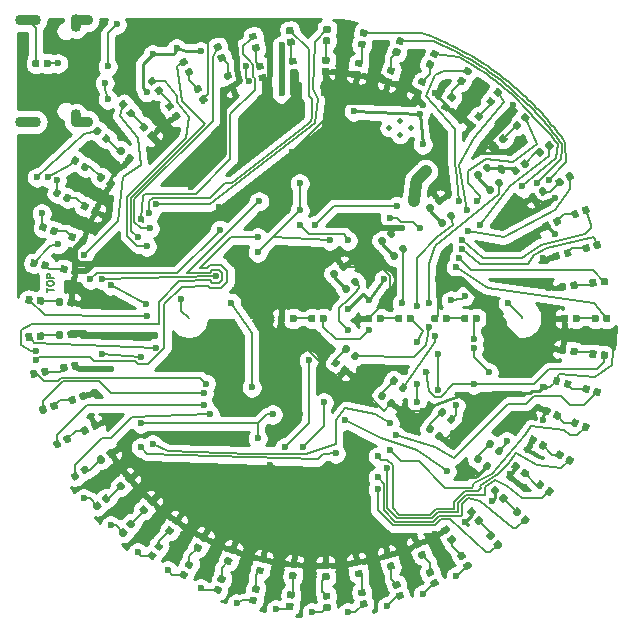
<source format=gbr>
G04 #@! TF.GenerationSoftware,KiCad,Pcbnew,5.1.5-52549c5~84~ubuntu18.04.1*
G04 #@! TF.CreationDate,2020-02-20T23:27:41+01:00*
G04 #@! TF.ProjectId,chase,63686173-652e-46b6-9963-61645f706362,rev?*
G04 #@! TF.SameCoordinates,Original*
G04 #@! TF.FileFunction,Copper,L1,Top*
G04 #@! TF.FilePolarity,Positive*
%FSLAX46Y46*%
G04 Gerber Fmt 4.6, Leading zero omitted, Abs format (unit mm)*
G04 Created by KiCad (PCBNEW 5.1.5-52549c5~84~ubuntu18.04.1) date 2020-02-20 23:27:41*
%MOMM*%
%LPD*%
G04 APERTURE LIST*
%ADD10C,0.150000*%
%ADD11C,0.100000*%
%ADD12O,2.200000X0.900000*%
%ADD13O,1.900000X0.900000*%
%ADD14O,0.900000X1.500000*%
%ADD15C,0.500000*%
%ADD16C,0.600000*%
%ADD17C,0.250000*%
%ADD18C,1.000000*%
%ADD19C,0.500000*%
%ADD20C,0.750000*%
%ADD21C,0.200000*%
%ADD22C,0.254000*%
G04 APERTURE END LIST*
D10*
X103850428Y-124522714D02*
X103850428Y-124179857D01*
X104450428Y-124351285D02*
X103850428Y-124351285D01*
X103850428Y-123865571D02*
X103850428Y-123751285D01*
X103879000Y-123694142D01*
X103936142Y-123637000D01*
X104050428Y-123608428D01*
X104250428Y-123608428D01*
X104364714Y-123637000D01*
X104421857Y-123694142D01*
X104450428Y-123751285D01*
X104450428Y-123865571D01*
X104421857Y-123922714D01*
X104364714Y-123979857D01*
X104250428Y-124008428D01*
X104050428Y-124008428D01*
X103936142Y-123979857D01*
X103879000Y-123922714D01*
X103850428Y-123865571D01*
X104450428Y-123351285D02*
X103850428Y-123351285D01*
X103850428Y-123122714D01*
X103879000Y-123065571D01*
X103907571Y-123037000D01*
X103964714Y-123008428D01*
X104050428Y-123008428D01*
X104107571Y-123037000D01*
X104136142Y-123065571D01*
X104164714Y-123122714D01*
X104164714Y-123351285D01*
G04 #@! TA.AperFunction,SMDPad,CuDef*
D11*
G36*
X103093958Y-104875710D02*
G01*
X103108276Y-104877834D01*
X103122317Y-104881351D01*
X103135946Y-104886228D01*
X103149031Y-104892417D01*
X103161447Y-104899858D01*
X103173073Y-104908481D01*
X103183798Y-104918202D01*
X103193519Y-104928927D01*
X103202142Y-104940553D01*
X103209583Y-104952969D01*
X103215772Y-104966054D01*
X103220649Y-104979683D01*
X103224166Y-104993724D01*
X103226290Y-105008042D01*
X103227000Y-105022500D01*
X103227000Y-105367500D01*
X103226290Y-105381958D01*
X103224166Y-105396276D01*
X103220649Y-105410317D01*
X103215772Y-105423946D01*
X103209583Y-105437031D01*
X103202142Y-105449447D01*
X103193519Y-105461073D01*
X103183798Y-105471798D01*
X103173073Y-105481519D01*
X103161447Y-105490142D01*
X103149031Y-105497583D01*
X103135946Y-105503772D01*
X103122317Y-105508649D01*
X103108276Y-105512166D01*
X103093958Y-105514290D01*
X103079500Y-105515000D01*
X102784500Y-105515000D01*
X102770042Y-105514290D01*
X102755724Y-105512166D01*
X102741683Y-105508649D01*
X102728054Y-105503772D01*
X102714969Y-105497583D01*
X102702553Y-105490142D01*
X102690927Y-105481519D01*
X102680202Y-105471798D01*
X102670481Y-105461073D01*
X102661858Y-105449447D01*
X102654417Y-105437031D01*
X102648228Y-105423946D01*
X102643351Y-105410317D01*
X102639834Y-105396276D01*
X102637710Y-105381958D01*
X102637000Y-105367500D01*
X102637000Y-105022500D01*
X102637710Y-105008042D01*
X102639834Y-104993724D01*
X102643351Y-104979683D01*
X102648228Y-104966054D01*
X102654417Y-104952969D01*
X102661858Y-104940553D01*
X102670481Y-104928927D01*
X102680202Y-104918202D01*
X102690927Y-104908481D01*
X102702553Y-104899858D01*
X102714969Y-104892417D01*
X102728054Y-104886228D01*
X102741683Y-104881351D01*
X102755724Y-104877834D01*
X102770042Y-104875710D01*
X102784500Y-104875000D01*
X103079500Y-104875000D01*
X103093958Y-104875710D01*
G37*
G04 #@! TD.AperFunction*
G04 #@! TA.AperFunction,SMDPad,CuDef*
G36*
X104063958Y-104875710D02*
G01*
X104078276Y-104877834D01*
X104092317Y-104881351D01*
X104105946Y-104886228D01*
X104119031Y-104892417D01*
X104131447Y-104899858D01*
X104143073Y-104908481D01*
X104153798Y-104918202D01*
X104163519Y-104928927D01*
X104172142Y-104940553D01*
X104179583Y-104952969D01*
X104185772Y-104966054D01*
X104190649Y-104979683D01*
X104194166Y-104993724D01*
X104196290Y-105008042D01*
X104197000Y-105022500D01*
X104197000Y-105367500D01*
X104196290Y-105381958D01*
X104194166Y-105396276D01*
X104190649Y-105410317D01*
X104185772Y-105423946D01*
X104179583Y-105437031D01*
X104172142Y-105449447D01*
X104163519Y-105461073D01*
X104153798Y-105471798D01*
X104143073Y-105481519D01*
X104131447Y-105490142D01*
X104119031Y-105497583D01*
X104105946Y-105503772D01*
X104092317Y-105508649D01*
X104078276Y-105512166D01*
X104063958Y-105514290D01*
X104049500Y-105515000D01*
X103754500Y-105515000D01*
X103740042Y-105514290D01*
X103725724Y-105512166D01*
X103711683Y-105508649D01*
X103698054Y-105503772D01*
X103684969Y-105497583D01*
X103672553Y-105490142D01*
X103660927Y-105481519D01*
X103650202Y-105471798D01*
X103640481Y-105461073D01*
X103631858Y-105449447D01*
X103624417Y-105437031D01*
X103618228Y-105423946D01*
X103613351Y-105410317D01*
X103609834Y-105396276D01*
X103607710Y-105381958D01*
X103607000Y-105367500D01*
X103607000Y-105022500D01*
X103607710Y-105008042D01*
X103609834Y-104993724D01*
X103613351Y-104979683D01*
X103618228Y-104966054D01*
X103624417Y-104952969D01*
X103631858Y-104940553D01*
X103640481Y-104928927D01*
X103650202Y-104918202D01*
X103660927Y-104908481D01*
X103672553Y-104899858D01*
X103684969Y-104892417D01*
X103698054Y-104886228D01*
X103711683Y-104881351D01*
X103725724Y-104877834D01*
X103740042Y-104875710D01*
X103754500Y-104875000D01*
X104049500Y-104875000D01*
X104063958Y-104875710D01*
G37*
G04 #@! TD.AperFunction*
G04 #@! TA.AperFunction,SMDPad,CuDef*
G36*
X149421720Y-135610580D02*
G01*
X149436056Y-135612579D01*
X149450127Y-135615973D01*
X149463799Y-135620730D01*
X149737318Y-135731239D01*
X149750456Y-135737314D01*
X149762936Y-135744647D01*
X149774638Y-135753168D01*
X149785447Y-135762795D01*
X149795261Y-135773435D01*
X149803985Y-135784985D01*
X149811535Y-135797336D01*
X149817837Y-135810366D01*
X149822833Y-135823952D01*
X149826472Y-135837962D01*
X149828721Y-135852261D01*
X149829557Y-135866712D01*
X149828973Y-135881175D01*
X149826974Y-135895511D01*
X149823580Y-135909583D01*
X149818823Y-135923253D01*
X149689584Y-136243132D01*
X149683509Y-136256271D01*
X149676176Y-136268751D01*
X149667655Y-136280452D01*
X149658029Y-136291262D01*
X149647389Y-136301076D01*
X149635838Y-136309800D01*
X149623488Y-136317350D01*
X149610457Y-136323652D01*
X149596871Y-136328648D01*
X149582861Y-136332287D01*
X149568562Y-136334536D01*
X149554111Y-136335372D01*
X149539648Y-136334788D01*
X149525312Y-136332789D01*
X149511241Y-136329395D01*
X149497569Y-136324638D01*
X149224050Y-136214129D01*
X149210912Y-136208054D01*
X149198432Y-136200721D01*
X149186730Y-136192200D01*
X149175921Y-136182573D01*
X149166107Y-136171933D01*
X149157383Y-136160383D01*
X149149833Y-136148032D01*
X149143531Y-136135002D01*
X149138535Y-136121416D01*
X149134896Y-136107406D01*
X149132647Y-136093107D01*
X149131811Y-136078656D01*
X149132395Y-136064193D01*
X149134394Y-136049857D01*
X149137788Y-136035785D01*
X149142545Y-136022115D01*
X149271784Y-135702236D01*
X149277859Y-135689097D01*
X149285192Y-135676617D01*
X149293713Y-135664916D01*
X149303339Y-135654106D01*
X149313979Y-135644292D01*
X149325530Y-135635568D01*
X149337880Y-135628018D01*
X149350911Y-135621716D01*
X149364497Y-135616720D01*
X149378507Y-135613081D01*
X149392806Y-135610832D01*
X149407257Y-135609996D01*
X149421720Y-135610580D01*
G37*
G04 #@! TD.AperFunction*
G04 #@! TA.AperFunction,SMDPad,CuDef*
G36*
X148522352Y-135247212D02*
G01*
X148536688Y-135249211D01*
X148550759Y-135252605D01*
X148564431Y-135257362D01*
X148837950Y-135367871D01*
X148851088Y-135373946D01*
X148863568Y-135381279D01*
X148875270Y-135389800D01*
X148886079Y-135399427D01*
X148895893Y-135410067D01*
X148904617Y-135421617D01*
X148912167Y-135433968D01*
X148918469Y-135446998D01*
X148923465Y-135460584D01*
X148927104Y-135474594D01*
X148929353Y-135488893D01*
X148930189Y-135503344D01*
X148929605Y-135517807D01*
X148927606Y-135532143D01*
X148924212Y-135546215D01*
X148919455Y-135559885D01*
X148790216Y-135879764D01*
X148784141Y-135892903D01*
X148776808Y-135905383D01*
X148768287Y-135917084D01*
X148758661Y-135927894D01*
X148748021Y-135937708D01*
X148736470Y-135946432D01*
X148724120Y-135953982D01*
X148711089Y-135960284D01*
X148697503Y-135965280D01*
X148683493Y-135968919D01*
X148669194Y-135971168D01*
X148654743Y-135972004D01*
X148640280Y-135971420D01*
X148625944Y-135969421D01*
X148611873Y-135966027D01*
X148598201Y-135961270D01*
X148324682Y-135850761D01*
X148311544Y-135844686D01*
X148299064Y-135837353D01*
X148287362Y-135828832D01*
X148276553Y-135819205D01*
X148266739Y-135808565D01*
X148258015Y-135797015D01*
X148250465Y-135784664D01*
X148244163Y-135771634D01*
X148239167Y-135758048D01*
X148235528Y-135744038D01*
X148233279Y-135729739D01*
X148232443Y-135715288D01*
X148233027Y-135700825D01*
X148235026Y-135686489D01*
X148238420Y-135672417D01*
X148243177Y-135658747D01*
X148372416Y-135338868D01*
X148378491Y-135325729D01*
X148385824Y-135313249D01*
X148394345Y-135301548D01*
X148403971Y-135290738D01*
X148414611Y-135280924D01*
X148426162Y-135272200D01*
X148438512Y-135264650D01*
X148451543Y-135258348D01*
X148465129Y-135253352D01*
X148479139Y-135249713D01*
X148493438Y-135247464D01*
X148507889Y-135246628D01*
X148522352Y-135247212D01*
G37*
G04 #@! TD.AperFunction*
G04 #@! TA.AperFunction,SMDPad,CuDef*
G36*
X131287958Y-126465710D02*
G01*
X131302276Y-126467834D01*
X131316317Y-126471351D01*
X131329946Y-126476228D01*
X131343031Y-126482417D01*
X131355447Y-126489858D01*
X131367073Y-126498481D01*
X131377798Y-126508202D01*
X131387519Y-126518927D01*
X131396142Y-126530553D01*
X131403583Y-126542969D01*
X131409772Y-126556054D01*
X131414649Y-126569683D01*
X131418166Y-126583724D01*
X131420290Y-126598042D01*
X131421000Y-126612500D01*
X131421000Y-126957500D01*
X131420290Y-126971958D01*
X131418166Y-126986276D01*
X131414649Y-127000317D01*
X131409772Y-127013946D01*
X131403583Y-127027031D01*
X131396142Y-127039447D01*
X131387519Y-127051073D01*
X131377798Y-127061798D01*
X131367073Y-127071519D01*
X131355447Y-127080142D01*
X131343031Y-127087583D01*
X131329946Y-127093772D01*
X131316317Y-127098649D01*
X131302276Y-127102166D01*
X131287958Y-127104290D01*
X131273500Y-127105000D01*
X130978500Y-127105000D01*
X130964042Y-127104290D01*
X130949724Y-127102166D01*
X130935683Y-127098649D01*
X130922054Y-127093772D01*
X130908969Y-127087583D01*
X130896553Y-127080142D01*
X130884927Y-127071519D01*
X130874202Y-127061798D01*
X130864481Y-127051073D01*
X130855858Y-127039447D01*
X130848417Y-127027031D01*
X130842228Y-127013946D01*
X130837351Y-127000317D01*
X130833834Y-126986276D01*
X130831710Y-126971958D01*
X130831000Y-126957500D01*
X130831000Y-126612500D01*
X130831710Y-126598042D01*
X130833834Y-126583724D01*
X130837351Y-126569683D01*
X130842228Y-126556054D01*
X130848417Y-126542969D01*
X130855858Y-126530553D01*
X130864481Y-126518927D01*
X130874202Y-126508202D01*
X130884927Y-126498481D01*
X130896553Y-126489858D01*
X130908969Y-126482417D01*
X130922054Y-126476228D01*
X130935683Y-126471351D01*
X130949724Y-126467834D01*
X130964042Y-126465710D01*
X130978500Y-126465000D01*
X131273500Y-126465000D01*
X131287958Y-126465710D01*
G37*
G04 #@! TD.AperFunction*
G04 #@! TA.AperFunction,SMDPad,CuDef*
G36*
X132257958Y-126465710D02*
G01*
X132272276Y-126467834D01*
X132286317Y-126471351D01*
X132299946Y-126476228D01*
X132313031Y-126482417D01*
X132325447Y-126489858D01*
X132337073Y-126498481D01*
X132347798Y-126508202D01*
X132357519Y-126518927D01*
X132366142Y-126530553D01*
X132373583Y-126542969D01*
X132379772Y-126556054D01*
X132384649Y-126569683D01*
X132388166Y-126583724D01*
X132390290Y-126598042D01*
X132391000Y-126612500D01*
X132391000Y-126957500D01*
X132390290Y-126971958D01*
X132388166Y-126986276D01*
X132384649Y-127000317D01*
X132379772Y-127013946D01*
X132373583Y-127027031D01*
X132366142Y-127039447D01*
X132357519Y-127051073D01*
X132347798Y-127061798D01*
X132337073Y-127071519D01*
X132325447Y-127080142D01*
X132313031Y-127087583D01*
X132299946Y-127093772D01*
X132286317Y-127098649D01*
X132272276Y-127102166D01*
X132257958Y-127104290D01*
X132243500Y-127105000D01*
X131948500Y-127105000D01*
X131934042Y-127104290D01*
X131919724Y-127102166D01*
X131905683Y-127098649D01*
X131892054Y-127093772D01*
X131878969Y-127087583D01*
X131866553Y-127080142D01*
X131854927Y-127071519D01*
X131844202Y-127061798D01*
X131834481Y-127051073D01*
X131825858Y-127039447D01*
X131818417Y-127027031D01*
X131812228Y-127013946D01*
X131807351Y-127000317D01*
X131803834Y-126986276D01*
X131801710Y-126971958D01*
X131801000Y-126957500D01*
X131801000Y-126612500D01*
X131801710Y-126598042D01*
X131803834Y-126583724D01*
X131807351Y-126569683D01*
X131812228Y-126556054D01*
X131818417Y-126542969D01*
X131825858Y-126530553D01*
X131834481Y-126518927D01*
X131844202Y-126508202D01*
X131854927Y-126498481D01*
X131866553Y-126489858D01*
X131878969Y-126482417D01*
X131892054Y-126476228D01*
X131905683Y-126471351D01*
X131919724Y-126467834D01*
X131934042Y-126465710D01*
X131948500Y-126465000D01*
X132243500Y-126465000D01*
X132257958Y-126465710D01*
G37*
G04 #@! TD.AperFunction*
G04 #@! TA.AperFunction,SMDPad,CuDef*
G36*
X136875958Y-126465710D02*
G01*
X136890276Y-126467834D01*
X136904317Y-126471351D01*
X136917946Y-126476228D01*
X136931031Y-126482417D01*
X136943447Y-126489858D01*
X136955073Y-126498481D01*
X136965798Y-126508202D01*
X136975519Y-126518927D01*
X136984142Y-126530553D01*
X136991583Y-126542969D01*
X136997772Y-126556054D01*
X137002649Y-126569683D01*
X137006166Y-126583724D01*
X137008290Y-126598042D01*
X137009000Y-126612500D01*
X137009000Y-126957500D01*
X137008290Y-126971958D01*
X137006166Y-126986276D01*
X137002649Y-127000317D01*
X136997772Y-127013946D01*
X136991583Y-127027031D01*
X136984142Y-127039447D01*
X136975519Y-127051073D01*
X136965798Y-127061798D01*
X136955073Y-127071519D01*
X136943447Y-127080142D01*
X136931031Y-127087583D01*
X136917946Y-127093772D01*
X136904317Y-127098649D01*
X136890276Y-127102166D01*
X136875958Y-127104290D01*
X136861500Y-127105000D01*
X136566500Y-127105000D01*
X136552042Y-127104290D01*
X136537724Y-127102166D01*
X136523683Y-127098649D01*
X136510054Y-127093772D01*
X136496969Y-127087583D01*
X136484553Y-127080142D01*
X136472927Y-127071519D01*
X136462202Y-127061798D01*
X136452481Y-127051073D01*
X136443858Y-127039447D01*
X136436417Y-127027031D01*
X136430228Y-127013946D01*
X136425351Y-127000317D01*
X136421834Y-126986276D01*
X136419710Y-126971958D01*
X136419000Y-126957500D01*
X136419000Y-126612500D01*
X136419710Y-126598042D01*
X136421834Y-126583724D01*
X136425351Y-126569683D01*
X136430228Y-126556054D01*
X136436417Y-126542969D01*
X136443858Y-126530553D01*
X136452481Y-126518927D01*
X136462202Y-126508202D01*
X136472927Y-126498481D01*
X136484553Y-126489858D01*
X136496969Y-126482417D01*
X136510054Y-126476228D01*
X136523683Y-126471351D01*
X136537724Y-126467834D01*
X136552042Y-126465710D01*
X136566500Y-126465000D01*
X136861500Y-126465000D01*
X136875958Y-126465710D01*
G37*
G04 #@! TD.AperFunction*
G04 #@! TA.AperFunction,SMDPad,CuDef*
G36*
X137845958Y-126465710D02*
G01*
X137860276Y-126467834D01*
X137874317Y-126471351D01*
X137887946Y-126476228D01*
X137901031Y-126482417D01*
X137913447Y-126489858D01*
X137925073Y-126498481D01*
X137935798Y-126508202D01*
X137945519Y-126518927D01*
X137954142Y-126530553D01*
X137961583Y-126542969D01*
X137967772Y-126556054D01*
X137972649Y-126569683D01*
X137976166Y-126583724D01*
X137978290Y-126598042D01*
X137979000Y-126612500D01*
X137979000Y-126957500D01*
X137978290Y-126971958D01*
X137976166Y-126986276D01*
X137972649Y-127000317D01*
X137967772Y-127013946D01*
X137961583Y-127027031D01*
X137954142Y-127039447D01*
X137945519Y-127051073D01*
X137935798Y-127061798D01*
X137925073Y-127071519D01*
X137913447Y-127080142D01*
X137901031Y-127087583D01*
X137887946Y-127093772D01*
X137874317Y-127098649D01*
X137860276Y-127102166D01*
X137845958Y-127104290D01*
X137831500Y-127105000D01*
X137536500Y-127105000D01*
X137522042Y-127104290D01*
X137507724Y-127102166D01*
X137493683Y-127098649D01*
X137480054Y-127093772D01*
X137466969Y-127087583D01*
X137454553Y-127080142D01*
X137442927Y-127071519D01*
X137432202Y-127061798D01*
X137422481Y-127051073D01*
X137413858Y-127039447D01*
X137406417Y-127027031D01*
X137400228Y-127013946D01*
X137395351Y-127000317D01*
X137391834Y-126986276D01*
X137389710Y-126971958D01*
X137389000Y-126957500D01*
X137389000Y-126612500D01*
X137389710Y-126598042D01*
X137391834Y-126583724D01*
X137395351Y-126569683D01*
X137400228Y-126556054D01*
X137406417Y-126542969D01*
X137413858Y-126530553D01*
X137422481Y-126518927D01*
X137432202Y-126508202D01*
X137442927Y-126498481D01*
X137454553Y-126489858D01*
X137466969Y-126482417D01*
X137480054Y-126476228D01*
X137493683Y-126471351D01*
X137507724Y-126467834D01*
X137522042Y-126465710D01*
X137536500Y-126465000D01*
X137831500Y-126465000D01*
X137845958Y-126465710D01*
G37*
G04 #@! TD.AperFunction*
G04 #@! TA.AperFunction,SMDPad,CuDef*
G36*
X141136714Y-138895085D02*
G01*
X141151108Y-138896614D01*
X141165283Y-138899546D01*
X141179102Y-138903854D01*
X141192433Y-138909495D01*
X141205146Y-138916416D01*
X141217119Y-138924549D01*
X141452717Y-139102084D01*
X141463836Y-139111352D01*
X141473993Y-139121665D01*
X141483090Y-139132924D01*
X141491040Y-139145021D01*
X141497766Y-139157838D01*
X141503203Y-139171253D01*
X141507299Y-139185137D01*
X141510014Y-139199355D01*
X141511323Y-139213770D01*
X141511213Y-139228245D01*
X141509684Y-139242639D01*
X141506752Y-139256814D01*
X141502444Y-139270633D01*
X141496803Y-139283963D01*
X141489882Y-139296677D01*
X141481749Y-139308651D01*
X141274123Y-139584180D01*
X141264855Y-139595299D01*
X141254542Y-139605455D01*
X141243282Y-139614553D01*
X141231186Y-139622502D01*
X141218368Y-139629228D01*
X141204953Y-139634665D01*
X141191070Y-139638761D01*
X141176852Y-139641477D01*
X141162436Y-139642785D01*
X141147962Y-139642675D01*
X141133568Y-139641146D01*
X141119393Y-139638214D01*
X141105574Y-139633906D01*
X141092243Y-139628265D01*
X141079530Y-139621344D01*
X141067557Y-139613211D01*
X140831959Y-139435676D01*
X140820840Y-139426408D01*
X140810683Y-139416095D01*
X140801586Y-139404836D01*
X140793636Y-139392739D01*
X140786910Y-139379922D01*
X140781473Y-139366507D01*
X140777377Y-139352623D01*
X140774662Y-139338405D01*
X140773353Y-139323990D01*
X140773463Y-139309515D01*
X140774992Y-139295121D01*
X140777924Y-139280946D01*
X140782232Y-139267127D01*
X140787873Y-139253797D01*
X140794794Y-139241083D01*
X140802927Y-139229109D01*
X141010553Y-138953580D01*
X141019821Y-138942461D01*
X141030134Y-138932305D01*
X141041394Y-138923207D01*
X141053490Y-138915258D01*
X141066308Y-138908532D01*
X141079723Y-138903095D01*
X141093606Y-138898999D01*
X141107824Y-138896283D01*
X141122240Y-138894975D01*
X141136714Y-138895085D01*
G37*
G04 #@! TD.AperFunction*
G04 #@! TA.AperFunction,SMDPad,CuDef*
G36*
X140362038Y-138311325D02*
G01*
X140376432Y-138312854D01*
X140390607Y-138315786D01*
X140404426Y-138320094D01*
X140417757Y-138325735D01*
X140430470Y-138332656D01*
X140442443Y-138340789D01*
X140678041Y-138518324D01*
X140689160Y-138527592D01*
X140699317Y-138537905D01*
X140708414Y-138549164D01*
X140716364Y-138561261D01*
X140723090Y-138574078D01*
X140728527Y-138587493D01*
X140732623Y-138601377D01*
X140735338Y-138615595D01*
X140736647Y-138630010D01*
X140736537Y-138644485D01*
X140735008Y-138658879D01*
X140732076Y-138673054D01*
X140727768Y-138686873D01*
X140722127Y-138700203D01*
X140715206Y-138712917D01*
X140707073Y-138724891D01*
X140499447Y-139000420D01*
X140490179Y-139011539D01*
X140479866Y-139021695D01*
X140468606Y-139030793D01*
X140456510Y-139038742D01*
X140443692Y-139045468D01*
X140430277Y-139050905D01*
X140416394Y-139055001D01*
X140402176Y-139057717D01*
X140387760Y-139059025D01*
X140373286Y-139058915D01*
X140358892Y-139057386D01*
X140344717Y-139054454D01*
X140330898Y-139050146D01*
X140317567Y-139044505D01*
X140304854Y-139037584D01*
X140292881Y-139029451D01*
X140057283Y-138851916D01*
X140046164Y-138842648D01*
X140036007Y-138832335D01*
X140026910Y-138821076D01*
X140018960Y-138808979D01*
X140012234Y-138796162D01*
X140006797Y-138782747D01*
X140002701Y-138768863D01*
X139999986Y-138754645D01*
X139998677Y-138740230D01*
X139998787Y-138725755D01*
X140000316Y-138711361D01*
X140003248Y-138697186D01*
X140007556Y-138683367D01*
X140013197Y-138670037D01*
X140020118Y-138657323D01*
X140028251Y-138645349D01*
X140235877Y-138369820D01*
X140245145Y-138358701D01*
X140255458Y-138348545D01*
X140266718Y-138339447D01*
X140278814Y-138331498D01*
X140291632Y-138324772D01*
X140305047Y-138319335D01*
X140318930Y-138315239D01*
X140333148Y-138312523D01*
X140347564Y-138311215D01*
X140362038Y-138311325D01*
G37*
G04 #@! TD.AperFunction*
G04 #@! TA.AperFunction,SMDPad,CuDef*
G36*
X137072714Y-136355085D02*
G01*
X137087108Y-136356614D01*
X137101283Y-136359546D01*
X137115102Y-136363854D01*
X137128433Y-136369495D01*
X137141146Y-136376416D01*
X137153119Y-136384549D01*
X137388717Y-136562084D01*
X137399836Y-136571352D01*
X137409993Y-136581665D01*
X137419090Y-136592924D01*
X137427040Y-136605021D01*
X137433766Y-136617838D01*
X137439203Y-136631253D01*
X137443299Y-136645137D01*
X137446014Y-136659355D01*
X137447323Y-136673770D01*
X137447213Y-136688245D01*
X137445684Y-136702639D01*
X137442752Y-136716814D01*
X137438444Y-136730633D01*
X137432803Y-136743963D01*
X137425882Y-136756677D01*
X137417749Y-136768651D01*
X137210123Y-137044180D01*
X137200855Y-137055299D01*
X137190542Y-137065455D01*
X137179282Y-137074553D01*
X137167186Y-137082502D01*
X137154368Y-137089228D01*
X137140953Y-137094665D01*
X137127070Y-137098761D01*
X137112852Y-137101477D01*
X137098436Y-137102785D01*
X137083962Y-137102675D01*
X137069568Y-137101146D01*
X137055393Y-137098214D01*
X137041574Y-137093906D01*
X137028243Y-137088265D01*
X137015530Y-137081344D01*
X137003557Y-137073211D01*
X136767959Y-136895676D01*
X136756840Y-136886408D01*
X136746683Y-136876095D01*
X136737586Y-136864836D01*
X136729636Y-136852739D01*
X136722910Y-136839922D01*
X136717473Y-136826507D01*
X136713377Y-136812623D01*
X136710662Y-136798405D01*
X136709353Y-136783990D01*
X136709463Y-136769515D01*
X136710992Y-136755121D01*
X136713924Y-136740946D01*
X136718232Y-136727127D01*
X136723873Y-136713797D01*
X136730794Y-136701083D01*
X136738927Y-136689109D01*
X136946553Y-136413580D01*
X136955821Y-136402461D01*
X136966134Y-136392305D01*
X136977394Y-136383207D01*
X136989490Y-136375258D01*
X137002308Y-136368532D01*
X137015723Y-136363095D01*
X137029606Y-136358999D01*
X137043824Y-136356283D01*
X137058240Y-136354975D01*
X137072714Y-136355085D01*
G37*
G04 #@! TD.AperFunction*
G04 #@! TA.AperFunction,SMDPad,CuDef*
G36*
X136298038Y-135771325D02*
G01*
X136312432Y-135772854D01*
X136326607Y-135775786D01*
X136340426Y-135780094D01*
X136353757Y-135785735D01*
X136366470Y-135792656D01*
X136378443Y-135800789D01*
X136614041Y-135978324D01*
X136625160Y-135987592D01*
X136635317Y-135997905D01*
X136644414Y-136009164D01*
X136652364Y-136021261D01*
X136659090Y-136034078D01*
X136664527Y-136047493D01*
X136668623Y-136061377D01*
X136671338Y-136075595D01*
X136672647Y-136090010D01*
X136672537Y-136104485D01*
X136671008Y-136118879D01*
X136668076Y-136133054D01*
X136663768Y-136146873D01*
X136658127Y-136160203D01*
X136651206Y-136172917D01*
X136643073Y-136184891D01*
X136435447Y-136460420D01*
X136426179Y-136471539D01*
X136415866Y-136481695D01*
X136404606Y-136490793D01*
X136392510Y-136498742D01*
X136379692Y-136505468D01*
X136366277Y-136510905D01*
X136352394Y-136515001D01*
X136338176Y-136517717D01*
X136323760Y-136519025D01*
X136309286Y-136518915D01*
X136294892Y-136517386D01*
X136280717Y-136514454D01*
X136266898Y-136510146D01*
X136253567Y-136504505D01*
X136240854Y-136497584D01*
X136228881Y-136489451D01*
X135993283Y-136311916D01*
X135982164Y-136302648D01*
X135972007Y-136292335D01*
X135962910Y-136281076D01*
X135954960Y-136268979D01*
X135948234Y-136256162D01*
X135942797Y-136242747D01*
X135938701Y-136228863D01*
X135935986Y-136214645D01*
X135934677Y-136200230D01*
X135934787Y-136185755D01*
X135936316Y-136171361D01*
X135939248Y-136157186D01*
X135943556Y-136143367D01*
X135949197Y-136130037D01*
X135956118Y-136117323D01*
X135964251Y-136105349D01*
X136171877Y-135829820D01*
X136181145Y-135818701D01*
X136191458Y-135808545D01*
X136202718Y-135799447D01*
X136214814Y-135791498D01*
X136227632Y-135784772D01*
X136241047Y-135779335D01*
X136254930Y-135775239D01*
X136269148Y-135772523D01*
X136283564Y-135771215D01*
X136298038Y-135771325D01*
G37*
G04 #@! TD.AperFunction*
G04 #@! TA.AperFunction,SMDPad,CuDef*
G36*
X133008714Y-133561085D02*
G01*
X133023108Y-133562614D01*
X133037283Y-133565546D01*
X133051102Y-133569854D01*
X133064433Y-133575495D01*
X133077146Y-133582416D01*
X133089119Y-133590549D01*
X133324717Y-133768084D01*
X133335836Y-133777352D01*
X133345993Y-133787665D01*
X133355090Y-133798924D01*
X133363040Y-133811021D01*
X133369766Y-133823838D01*
X133375203Y-133837253D01*
X133379299Y-133851137D01*
X133382014Y-133865355D01*
X133383323Y-133879770D01*
X133383213Y-133894245D01*
X133381684Y-133908639D01*
X133378752Y-133922814D01*
X133374444Y-133936633D01*
X133368803Y-133949963D01*
X133361882Y-133962677D01*
X133353749Y-133974651D01*
X133146123Y-134250180D01*
X133136855Y-134261299D01*
X133126542Y-134271455D01*
X133115282Y-134280553D01*
X133103186Y-134288502D01*
X133090368Y-134295228D01*
X133076953Y-134300665D01*
X133063070Y-134304761D01*
X133048852Y-134307477D01*
X133034436Y-134308785D01*
X133019962Y-134308675D01*
X133005568Y-134307146D01*
X132991393Y-134304214D01*
X132977574Y-134299906D01*
X132964243Y-134294265D01*
X132951530Y-134287344D01*
X132939557Y-134279211D01*
X132703959Y-134101676D01*
X132692840Y-134092408D01*
X132682683Y-134082095D01*
X132673586Y-134070836D01*
X132665636Y-134058739D01*
X132658910Y-134045922D01*
X132653473Y-134032507D01*
X132649377Y-134018623D01*
X132646662Y-134004405D01*
X132645353Y-133989990D01*
X132645463Y-133975515D01*
X132646992Y-133961121D01*
X132649924Y-133946946D01*
X132654232Y-133933127D01*
X132659873Y-133919797D01*
X132666794Y-133907083D01*
X132674927Y-133895109D01*
X132882553Y-133619580D01*
X132891821Y-133608461D01*
X132902134Y-133598305D01*
X132913394Y-133589207D01*
X132925490Y-133581258D01*
X132938308Y-133574532D01*
X132951723Y-133569095D01*
X132965606Y-133564999D01*
X132979824Y-133562283D01*
X132994240Y-133560975D01*
X133008714Y-133561085D01*
G37*
G04 #@! TD.AperFunction*
G04 #@! TA.AperFunction,SMDPad,CuDef*
G36*
X132234038Y-132977325D02*
G01*
X132248432Y-132978854D01*
X132262607Y-132981786D01*
X132276426Y-132986094D01*
X132289757Y-132991735D01*
X132302470Y-132998656D01*
X132314443Y-133006789D01*
X132550041Y-133184324D01*
X132561160Y-133193592D01*
X132571317Y-133203905D01*
X132580414Y-133215164D01*
X132588364Y-133227261D01*
X132595090Y-133240078D01*
X132600527Y-133253493D01*
X132604623Y-133267377D01*
X132607338Y-133281595D01*
X132608647Y-133296010D01*
X132608537Y-133310485D01*
X132607008Y-133324879D01*
X132604076Y-133339054D01*
X132599768Y-133352873D01*
X132594127Y-133366203D01*
X132587206Y-133378917D01*
X132579073Y-133390891D01*
X132371447Y-133666420D01*
X132362179Y-133677539D01*
X132351866Y-133687695D01*
X132340606Y-133696793D01*
X132328510Y-133704742D01*
X132315692Y-133711468D01*
X132302277Y-133716905D01*
X132288394Y-133721001D01*
X132274176Y-133723717D01*
X132259760Y-133725025D01*
X132245286Y-133724915D01*
X132230892Y-133723386D01*
X132216717Y-133720454D01*
X132202898Y-133716146D01*
X132189567Y-133710505D01*
X132176854Y-133703584D01*
X132164881Y-133695451D01*
X131929283Y-133517916D01*
X131918164Y-133508648D01*
X131908007Y-133498335D01*
X131898910Y-133487076D01*
X131890960Y-133474979D01*
X131884234Y-133462162D01*
X131878797Y-133448747D01*
X131874701Y-133434863D01*
X131871986Y-133420645D01*
X131870677Y-133406230D01*
X131870787Y-133391755D01*
X131872316Y-133377361D01*
X131875248Y-133363186D01*
X131879556Y-133349367D01*
X131885197Y-133336037D01*
X131892118Y-133323323D01*
X131900251Y-133311349D01*
X132107877Y-133035820D01*
X132117145Y-133024701D01*
X132127458Y-133014545D01*
X132138718Y-133005447D01*
X132150814Y-132997498D01*
X132163632Y-132990772D01*
X132177047Y-132985335D01*
X132190930Y-132981239D01*
X132205148Y-132978523D01*
X132219564Y-132977215D01*
X132234038Y-132977325D01*
G37*
G04 #@! TD.AperFunction*
G04 #@! TA.AperFunction,SMDPad,CuDef*
G36*
X129079714Y-130767085D02*
G01*
X129094108Y-130768614D01*
X129108283Y-130771546D01*
X129122102Y-130775854D01*
X129135433Y-130781495D01*
X129148146Y-130788416D01*
X129160119Y-130796549D01*
X129395717Y-130974084D01*
X129406836Y-130983352D01*
X129416993Y-130993665D01*
X129426090Y-131004924D01*
X129434040Y-131017021D01*
X129440766Y-131029838D01*
X129446203Y-131043253D01*
X129450299Y-131057137D01*
X129453014Y-131071355D01*
X129454323Y-131085770D01*
X129454213Y-131100245D01*
X129452684Y-131114639D01*
X129449752Y-131128814D01*
X129445444Y-131142633D01*
X129439803Y-131155963D01*
X129432882Y-131168677D01*
X129424749Y-131180651D01*
X129217123Y-131456180D01*
X129207855Y-131467299D01*
X129197542Y-131477455D01*
X129186282Y-131486553D01*
X129174186Y-131494502D01*
X129161368Y-131501228D01*
X129147953Y-131506665D01*
X129134070Y-131510761D01*
X129119852Y-131513477D01*
X129105436Y-131514785D01*
X129090962Y-131514675D01*
X129076568Y-131513146D01*
X129062393Y-131510214D01*
X129048574Y-131505906D01*
X129035243Y-131500265D01*
X129022530Y-131493344D01*
X129010557Y-131485211D01*
X128774959Y-131307676D01*
X128763840Y-131298408D01*
X128753683Y-131288095D01*
X128744586Y-131276836D01*
X128736636Y-131264739D01*
X128729910Y-131251922D01*
X128724473Y-131238507D01*
X128720377Y-131224623D01*
X128717662Y-131210405D01*
X128716353Y-131195990D01*
X128716463Y-131181515D01*
X128717992Y-131167121D01*
X128720924Y-131152946D01*
X128725232Y-131139127D01*
X128730873Y-131125797D01*
X128737794Y-131113083D01*
X128745927Y-131101109D01*
X128953553Y-130825580D01*
X128962821Y-130814461D01*
X128973134Y-130804305D01*
X128984394Y-130795207D01*
X128996490Y-130787258D01*
X129009308Y-130780532D01*
X129022723Y-130775095D01*
X129036606Y-130770999D01*
X129050824Y-130768283D01*
X129065240Y-130766975D01*
X129079714Y-130767085D01*
G37*
G04 #@! TD.AperFunction*
G04 #@! TA.AperFunction,SMDPad,CuDef*
G36*
X128305038Y-130183325D02*
G01*
X128319432Y-130184854D01*
X128333607Y-130187786D01*
X128347426Y-130192094D01*
X128360757Y-130197735D01*
X128373470Y-130204656D01*
X128385443Y-130212789D01*
X128621041Y-130390324D01*
X128632160Y-130399592D01*
X128642317Y-130409905D01*
X128651414Y-130421164D01*
X128659364Y-130433261D01*
X128666090Y-130446078D01*
X128671527Y-130459493D01*
X128675623Y-130473377D01*
X128678338Y-130487595D01*
X128679647Y-130502010D01*
X128679537Y-130516485D01*
X128678008Y-130530879D01*
X128675076Y-130545054D01*
X128670768Y-130558873D01*
X128665127Y-130572203D01*
X128658206Y-130584917D01*
X128650073Y-130596891D01*
X128442447Y-130872420D01*
X128433179Y-130883539D01*
X128422866Y-130893695D01*
X128411606Y-130902793D01*
X128399510Y-130910742D01*
X128386692Y-130917468D01*
X128373277Y-130922905D01*
X128359394Y-130927001D01*
X128345176Y-130929717D01*
X128330760Y-130931025D01*
X128316286Y-130930915D01*
X128301892Y-130929386D01*
X128287717Y-130926454D01*
X128273898Y-130922146D01*
X128260567Y-130916505D01*
X128247854Y-130909584D01*
X128235881Y-130901451D01*
X128000283Y-130723916D01*
X127989164Y-130714648D01*
X127979007Y-130704335D01*
X127969910Y-130693076D01*
X127961960Y-130680979D01*
X127955234Y-130668162D01*
X127949797Y-130654747D01*
X127945701Y-130640863D01*
X127942986Y-130626645D01*
X127941677Y-130612230D01*
X127941787Y-130597755D01*
X127943316Y-130583361D01*
X127946248Y-130569186D01*
X127950556Y-130555367D01*
X127956197Y-130542037D01*
X127963118Y-130529323D01*
X127971251Y-130517349D01*
X128178877Y-130241820D01*
X128188145Y-130230701D01*
X128198458Y-130220545D01*
X128209718Y-130211447D01*
X128221814Y-130203498D01*
X128234632Y-130196772D01*
X128248047Y-130191335D01*
X128261930Y-130187239D01*
X128276148Y-130184523D01*
X128290564Y-130183215D01*
X128305038Y-130183325D01*
G37*
G04 #@! TD.AperFunction*
G04 #@! TA.AperFunction,SMDPad,CuDef*
G36*
X123921958Y-126465710D02*
G01*
X123936276Y-126467834D01*
X123950317Y-126471351D01*
X123963946Y-126476228D01*
X123977031Y-126482417D01*
X123989447Y-126489858D01*
X124001073Y-126498481D01*
X124011798Y-126508202D01*
X124021519Y-126518927D01*
X124030142Y-126530553D01*
X124037583Y-126542969D01*
X124043772Y-126556054D01*
X124048649Y-126569683D01*
X124052166Y-126583724D01*
X124054290Y-126598042D01*
X124055000Y-126612500D01*
X124055000Y-126957500D01*
X124054290Y-126971958D01*
X124052166Y-126986276D01*
X124048649Y-127000317D01*
X124043772Y-127013946D01*
X124037583Y-127027031D01*
X124030142Y-127039447D01*
X124021519Y-127051073D01*
X124011798Y-127061798D01*
X124001073Y-127071519D01*
X123989447Y-127080142D01*
X123977031Y-127087583D01*
X123963946Y-127093772D01*
X123950317Y-127098649D01*
X123936276Y-127102166D01*
X123921958Y-127104290D01*
X123907500Y-127105000D01*
X123612500Y-127105000D01*
X123598042Y-127104290D01*
X123583724Y-127102166D01*
X123569683Y-127098649D01*
X123556054Y-127093772D01*
X123542969Y-127087583D01*
X123530553Y-127080142D01*
X123518927Y-127071519D01*
X123508202Y-127061798D01*
X123498481Y-127051073D01*
X123489858Y-127039447D01*
X123482417Y-127027031D01*
X123476228Y-127013946D01*
X123471351Y-127000317D01*
X123467834Y-126986276D01*
X123465710Y-126971958D01*
X123465000Y-126957500D01*
X123465000Y-126612500D01*
X123465710Y-126598042D01*
X123467834Y-126583724D01*
X123471351Y-126569683D01*
X123476228Y-126556054D01*
X123482417Y-126542969D01*
X123489858Y-126530553D01*
X123498481Y-126518927D01*
X123508202Y-126508202D01*
X123518927Y-126498481D01*
X123530553Y-126489858D01*
X123542969Y-126482417D01*
X123556054Y-126476228D01*
X123569683Y-126471351D01*
X123583724Y-126467834D01*
X123598042Y-126465710D01*
X123612500Y-126465000D01*
X123907500Y-126465000D01*
X123921958Y-126465710D01*
G37*
G04 #@! TD.AperFunction*
G04 #@! TA.AperFunction,SMDPad,CuDef*
G36*
X124891958Y-126465710D02*
G01*
X124906276Y-126467834D01*
X124920317Y-126471351D01*
X124933946Y-126476228D01*
X124947031Y-126482417D01*
X124959447Y-126489858D01*
X124971073Y-126498481D01*
X124981798Y-126508202D01*
X124991519Y-126518927D01*
X125000142Y-126530553D01*
X125007583Y-126542969D01*
X125013772Y-126556054D01*
X125018649Y-126569683D01*
X125022166Y-126583724D01*
X125024290Y-126598042D01*
X125025000Y-126612500D01*
X125025000Y-126957500D01*
X125024290Y-126971958D01*
X125022166Y-126986276D01*
X125018649Y-127000317D01*
X125013772Y-127013946D01*
X125007583Y-127027031D01*
X125000142Y-127039447D01*
X124991519Y-127051073D01*
X124981798Y-127061798D01*
X124971073Y-127071519D01*
X124959447Y-127080142D01*
X124947031Y-127087583D01*
X124933946Y-127093772D01*
X124920317Y-127098649D01*
X124906276Y-127102166D01*
X124891958Y-127104290D01*
X124877500Y-127105000D01*
X124582500Y-127105000D01*
X124568042Y-127104290D01*
X124553724Y-127102166D01*
X124539683Y-127098649D01*
X124526054Y-127093772D01*
X124512969Y-127087583D01*
X124500553Y-127080142D01*
X124488927Y-127071519D01*
X124478202Y-127061798D01*
X124468481Y-127051073D01*
X124459858Y-127039447D01*
X124452417Y-127027031D01*
X124446228Y-127013946D01*
X124441351Y-127000317D01*
X124437834Y-126986276D01*
X124435710Y-126971958D01*
X124435000Y-126957500D01*
X124435000Y-126612500D01*
X124435710Y-126598042D01*
X124437834Y-126583724D01*
X124441351Y-126569683D01*
X124446228Y-126556054D01*
X124452417Y-126542969D01*
X124459858Y-126530553D01*
X124468481Y-126518927D01*
X124478202Y-126508202D01*
X124488927Y-126498481D01*
X124500553Y-126489858D01*
X124512969Y-126482417D01*
X124526054Y-126476228D01*
X124539683Y-126471351D01*
X124553724Y-126467834D01*
X124568042Y-126465710D01*
X124582500Y-126465000D01*
X124877500Y-126465000D01*
X124891958Y-126465710D01*
G37*
G04 #@! TD.AperFunction*
G04 #@! TA.AperFunction,SMDPad,CuDef*
G36*
X128984852Y-122056524D02*
G01*
X128999070Y-122059239D01*
X129012954Y-122063335D01*
X129026369Y-122068772D01*
X129039186Y-122075498D01*
X129051283Y-122083448D01*
X129062542Y-122092545D01*
X129072855Y-122102702D01*
X129082123Y-122113820D01*
X129289749Y-122389349D01*
X129297882Y-122401323D01*
X129304803Y-122414036D01*
X129310444Y-122427367D01*
X129314752Y-122441186D01*
X129317684Y-122455361D01*
X129319213Y-122469755D01*
X129319323Y-122484229D01*
X129318015Y-122498645D01*
X129315299Y-122512863D01*
X129311203Y-122526746D01*
X129305766Y-122540161D01*
X129299040Y-122552979D01*
X129291091Y-122565075D01*
X129281993Y-122576335D01*
X129271837Y-122586648D01*
X129260717Y-122595916D01*
X129025119Y-122773451D01*
X129013146Y-122781584D01*
X129000432Y-122788505D01*
X128987102Y-122794146D01*
X128973283Y-122798454D01*
X128959108Y-122801386D01*
X128944714Y-122802915D01*
X128930239Y-122803025D01*
X128915824Y-122801716D01*
X128901606Y-122799001D01*
X128887722Y-122794905D01*
X128874307Y-122789468D01*
X128861490Y-122782742D01*
X128849393Y-122774792D01*
X128838134Y-122765695D01*
X128827821Y-122755538D01*
X128818553Y-122744420D01*
X128610927Y-122468891D01*
X128602794Y-122456917D01*
X128595873Y-122444204D01*
X128590232Y-122430873D01*
X128585924Y-122417054D01*
X128582992Y-122402879D01*
X128581463Y-122388485D01*
X128581353Y-122374011D01*
X128582661Y-122359595D01*
X128585377Y-122345377D01*
X128589473Y-122331494D01*
X128594910Y-122318079D01*
X128601636Y-122305261D01*
X128609585Y-122293165D01*
X128618683Y-122281905D01*
X128628839Y-122271592D01*
X128639959Y-122262324D01*
X128875557Y-122084789D01*
X128887530Y-122076656D01*
X128900244Y-122069735D01*
X128913574Y-122064094D01*
X128927393Y-122059786D01*
X128941568Y-122056854D01*
X128955962Y-122055325D01*
X128970437Y-122055215D01*
X128984852Y-122056524D01*
G37*
G04 #@! TD.AperFunction*
G04 #@! TA.AperFunction,SMDPad,CuDef*
G36*
X128210176Y-122640284D02*
G01*
X128224394Y-122642999D01*
X128238278Y-122647095D01*
X128251693Y-122652532D01*
X128264510Y-122659258D01*
X128276607Y-122667208D01*
X128287866Y-122676305D01*
X128298179Y-122686462D01*
X128307447Y-122697580D01*
X128515073Y-122973109D01*
X128523206Y-122985083D01*
X128530127Y-122997796D01*
X128535768Y-123011127D01*
X128540076Y-123024946D01*
X128543008Y-123039121D01*
X128544537Y-123053515D01*
X128544647Y-123067989D01*
X128543339Y-123082405D01*
X128540623Y-123096623D01*
X128536527Y-123110506D01*
X128531090Y-123123921D01*
X128524364Y-123136739D01*
X128516415Y-123148835D01*
X128507317Y-123160095D01*
X128497161Y-123170408D01*
X128486041Y-123179676D01*
X128250443Y-123357211D01*
X128238470Y-123365344D01*
X128225756Y-123372265D01*
X128212426Y-123377906D01*
X128198607Y-123382214D01*
X128184432Y-123385146D01*
X128170038Y-123386675D01*
X128155563Y-123386785D01*
X128141148Y-123385476D01*
X128126930Y-123382761D01*
X128113046Y-123378665D01*
X128099631Y-123373228D01*
X128086814Y-123366502D01*
X128074717Y-123358552D01*
X128063458Y-123349455D01*
X128053145Y-123339298D01*
X128043877Y-123328180D01*
X127836251Y-123052651D01*
X127828118Y-123040677D01*
X127821197Y-123027964D01*
X127815556Y-123014633D01*
X127811248Y-123000814D01*
X127808316Y-122986639D01*
X127806787Y-122972245D01*
X127806677Y-122957771D01*
X127807985Y-122943355D01*
X127810701Y-122929137D01*
X127814797Y-122915254D01*
X127820234Y-122901839D01*
X127826960Y-122889021D01*
X127834909Y-122876925D01*
X127844007Y-122865665D01*
X127854163Y-122855352D01*
X127865283Y-122846084D01*
X128100881Y-122668549D01*
X128112854Y-122660416D01*
X128125568Y-122653495D01*
X128138898Y-122647854D01*
X128152717Y-122643546D01*
X128166892Y-122640614D01*
X128181286Y-122639085D01*
X128195761Y-122638975D01*
X128210176Y-122640284D01*
G37*
G04 #@! TD.AperFunction*
G04 #@! TA.AperFunction,SMDPad,CuDef*
G36*
X133048852Y-119262524D02*
G01*
X133063070Y-119265239D01*
X133076954Y-119269335D01*
X133090369Y-119274772D01*
X133103186Y-119281498D01*
X133115283Y-119289448D01*
X133126542Y-119298545D01*
X133136855Y-119308702D01*
X133146123Y-119319820D01*
X133353749Y-119595349D01*
X133361882Y-119607323D01*
X133368803Y-119620036D01*
X133374444Y-119633367D01*
X133378752Y-119647186D01*
X133381684Y-119661361D01*
X133383213Y-119675755D01*
X133383323Y-119690229D01*
X133382015Y-119704645D01*
X133379299Y-119718863D01*
X133375203Y-119732746D01*
X133369766Y-119746161D01*
X133363040Y-119758979D01*
X133355091Y-119771075D01*
X133345993Y-119782335D01*
X133335837Y-119792648D01*
X133324717Y-119801916D01*
X133089119Y-119979451D01*
X133077146Y-119987584D01*
X133064432Y-119994505D01*
X133051102Y-120000146D01*
X133037283Y-120004454D01*
X133023108Y-120007386D01*
X133008714Y-120008915D01*
X132994239Y-120009025D01*
X132979824Y-120007716D01*
X132965606Y-120005001D01*
X132951722Y-120000905D01*
X132938307Y-119995468D01*
X132925490Y-119988742D01*
X132913393Y-119980792D01*
X132902134Y-119971695D01*
X132891821Y-119961538D01*
X132882553Y-119950420D01*
X132674927Y-119674891D01*
X132666794Y-119662917D01*
X132659873Y-119650204D01*
X132654232Y-119636873D01*
X132649924Y-119623054D01*
X132646992Y-119608879D01*
X132645463Y-119594485D01*
X132645353Y-119580011D01*
X132646661Y-119565595D01*
X132649377Y-119551377D01*
X132653473Y-119537494D01*
X132658910Y-119524079D01*
X132665636Y-119511261D01*
X132673585Y-119499165D01*
X132682683Y-119487905D01*
X132692839Y-119477592D01*
X132703959Y-119468324D01*
X132939557Y-119290789D01*
X132951530Y-119282656D01*
X132964244Y-119275735D01*
X132977574Y-119270094D01*
X132991393Y-119265786D01*
X133005568Y-119262854D01*
X133019962Y-119261325D01*
X133034437Y-119261215D01*
X133048852Y-119262524D01*
G37*
G04 #@! TD.AperFunction*
G04 #@! TA.AperFunction,SMDPad,CuDef*
G36*
X132274176Y-119846284D02*
G01*
X132288394Y-119848999D01*
X132302278Y-119853095D01*
X132315693Y-119858532D01*
X132328510Y-119865258D01*
X132340607Y-119873208D01*
X132351866Y-119882305D01*
X132362179Y-119892462D01*
X132371447Y-119903580D01*
X132579073Y-120179109D01*
X132587206Y-120191083D01*
X132594127Y-120203796D01*
X132599768Y-120217127D01*
X132604076Y-120230946D01*
X132607008Y-120245121D01*
X132608537Y-120259515D01*
X132608647Y-120273989D01*
X132607339Y-120288405D01*
X132604623Y-120302623D01*
X132600527Y-120316506D01*
X132595090Y-120329921D01*
X132588364Y-120342739D01*
X132580415Y-120354835D01*
X132571317Y-120366095D01*
X132561161Y-120376408D01*
X132550041Y-120385676D01*
X132314443Y-120563211D01*
X132302470Y-120571344D01*
X132289756Y-120578265D01*
X132276426Y-120583906D01*
X132262607Y-120588214D01*
X132248432Y-120591146D01*
X132234038Y-120592675D01*
X132219563Y-120592785D01*
X132205148Y-120591476D01*
X132190930Y-120588761D01*
X132177046Y-120584665D01*
X132163631Y-120579228D01*
X132150814Y-120572502D01*
X132138717Y-120564552D01*
X132127458Y-120555455D01*
X132117145Y-120545298D01*
X132107877Y-120534180D01*
X131900251Y-120258651D01*
X131892118Y-120246677D01*
X131885197Y-120233964D01*
X131879556Y-120220633D01*
X131875248Y-120206814D01*
X131872316Y-120192639D01*
X131870787Y-120178245D01*
X131870677Y-120163771D01*
X131871985Y-120149355D01*
X131874701Y-120135137D01*
X131878797Y-120121254D01*
X131884234Y-120107839D01*
X131890960Y-120095021D01*
X131898909Y-120082925D01*
X131908007Y-120071665D01*
X131918163Y-120061352D01*
X131929283Y-120052084D01*
X132164881Y-119874549D01*
X132176854Y-119866416D01*
X132189568Y-119859495D01*
X132202898Y-119853854D01*
X132216717Y-119849546D01*
X132230892Y-119846614D01*
X132245286Y-119845085D01*
X132259761Y-119844975D01*
X132274176Y-119846284D01*
G37*
G04 #@! TD.AperFunction*
G04 #@! TA.AperFunction,SMDPad,CuDef*
G36*
X137112852Y-116468524D02*
G01*
X137127070Y-116471239D01*
X137140954Y-116475335D01*
X137154369Y-116480772D01*
X137167186Y-116487498D01*
X137179283Y-116495448D01*
X137190542Y-116504545D01*
X137200855Y-116514702D01*
X137210123Y-116525820D01*
X137417749Y-116801349D01*
X137425882Y-116813323D01*
X137432803Y-116826036D01*
X137438444Y-116839367D01*
X137442752Y-116853186D01*
X137445684Y-116867361D01*
X137447213Y-116881755D01*
X137447323Y-116896229D01*
X137446015Y-116910645D01*
X137443299Y-116924863D01*
X137439203Y-116938746D01*
X137433766Y-116952161D01*
X137427040Y-116964979D01*
X137419091Y-116977075D01*
X137409993Y-116988335D01*
X137399837Y-116998648D01*
X137388717Y-117007916D01*
X137153119Y-117185451D01*
X137141146Y-117193584D01*
X137128432Y-117200505D01*
X137115102Y-117206146D01*
X137101283Y-117210454D01*
X137087108Y-117213386D01*
X137072714Y-117214915D01*
X137058239Y-117215025D01*
X137043824Y-117213716D01*
X137029606Y-117211001D01*
X137015722Y-117206905D01*
X137002307Y-117201468D01*
X136989490Y-117194742D01*
X136977393Y-117186792D01*
X136966134Y-117177695D01*
X136955821Y-117167538D01*
X136946553Y-117156420D01*
X136738927Y-116880891D01*
X136730794Y-116868917D01*
X136723873Y-116856204D01*
X136718232Y-116842873D01*
X136713924Y-116829054D01*
X136710992Y-116814879D01*
X136709463Y-116800485D01*
X136709353Y-116786011D01*
X136710661Y-116771595D01*
X136713377Y-116757377D01*
X136717473Y-116743494D01*
X136722910Y-116730079D01*
X136729636Y-116717261D01*
X136737585Y-116705165D01*
X136746683Y-116693905D01*
X136756839Y-116683592D01*
X136767959Y-116674324D01*
X137003557Y-116496789D01*
X137015530Y-116488656D01*
X137028244Y-116481735D01*
X137041574Y-116476094D01*
X137055393Y-116471786D01*
X137069568Y-116468854D01*
X137083962Y-116467325D01*
X137098437Y-116467215D01*
X137112852Y-116468524D01*
G37*
G04 #@! TD.AperFunction*
G04 #@! TA.AperFunction,SMDPad,CuDef*
G36*
X136338176Y-117052284D02*
G01*
X136352394Y-117054999D01*
X136366278Y-117059095D01*
X136379693Y-117064532D01*
X136392510Y-117071258D01*
X136404607Y-117079208D01*
X136415866Y-117088305D01*
X136426179Y-117098462D01*
X136435447Y-117109580D01*
X136643073Y-117385109D01*
X136651206Y-117397083D01*
X136658127Y-117409796D01*
X136663768Y-117423127D01*
X136668076Y-117436946D01*
X136671008Y-117451121D01*
X136672537Y-117465515D01*
X136672647Y-117479989D01*
X136671339Y-117494405D01*
X136668623Y-117508623D01*
X136664527Y-117522506D01*
X136659090Y-117535921D01*
X136652364Y-117548739D01*
X136644415Y-117560835D01*
X136635317Y-117572095D01*
X136625161Y-117582408D01*
X136614041Y-117591676D01*
X136378443Y-117769211D01*
X136366470Y-117777344D01*
X136353756Y-117784265D01*
X136340426Y-117789906D01*
X136326607Y-117794214D01*
X136312432Y-117797146D01*
X136298038Y-117798675D01*
X136283563Y-117798785D01*
X136269148Y-117797476D01*
X136254930Y-117794761D01*
X136241046Y-117790665D01*
X136227631Y-117785228D01*
X136214814Y-117778502D01*
X136202717Y-117770552D01*
X136191458Y-117761455D01*
X136181145Y-117751298D01*
X136171877Y-117740180D01*
X135964251Y-117464651D01*
X135956118Y-117452677D01*
X135949197Y-117439964D01*
X135943556Y-117426633D01*
X135939248Y-117412814D01*
X135936316Y-117398639D01*
X135934787Y-117384245D01*
X135934677Y-117369771D01*
X135935985Y-117355355D01*
X135938701Y-117341137D01*
X135942797Y-117327254D01*
X135948234Y-117313839D01*
X135954960Y-117301021D01*
X135962909Y-117288925D01*
X135972007Y-117277665D01*
X135982163Y-117267352D01*
X135993283Y-117258084D01*
X136228881Y-117080549D01*
X136240854Y-117072416D01*
X136253568Y-117065495D01*
X136266898Y-117059854D01*
X136280717Y-117055546D01*
X136294892Y-117052614D01*
X136309286Y-117051085D01*
X136323761Y-117050975D01*
X136338176Y-117052284D01*
G37*
G04 #@! TD.AperFunction*
G04 #@! TA.AperFunction,SMDPad,CuDef*
G36*
X141176852Y-113674524D02*
G01*
X141191070Y-113677239D01*
X141204954Y-113681335D01*
X141218369Y-113686772D01*
X141231186Y-113693498D01*
X141243283Y-113701448D01*
X141254542Y-113710545D01*
X141264855Y-113720702D01*
X141274123Y-113731820D01*
X141481749Y-114007349D01*
X141489882Y-114019323D01*
X141496803Y-114032036D01*
X141502444Y-114045367D01*
X141506752Y-114059186D01*
X141509684Y-114073361D01*
X141511213Y-114087755D01*
X141511323Y-114102229D01*
X141510015Y-114116645D01*
X141507299Y-114130863D01*
X141503203Y-114144746D01*
X141497766Y-114158161D01*
X141491040Y-114170979D01*
X141483091Y-114183075D01*
X141473993Y-114194335D01*
X141463837Y-114204648D01*
X141452717Y-114213916D01*
X141217119Y-114391451D01*
X141205146Y-114399584D01*
X141192432Y-114406505D01*
X141179102Y-114412146D01*
X141165283Y-114416454D01*
X141151108Y-114419386D01*
X141136714Y-114420915D01*
X141122239Y-114421025D01*
X141107824Y-114419716D01*
X141093606Y-114417001D01*
X141079722Y-114412905D01*
X141066307Y-114407468D01*
X141053490Y-114400742D01*
X141041393Y-114392792D01*
X141030134Y-114383695D01*
X141019821Y-114373538D01*
X141010553Y-114362420D01*
X140802927Y-114086891D01*
X140794794Y-114074917D01*
X140787873Y-114062204D01*
X140782232Y-114048873D01*
X140777924Y-114035054D01*
X140774992Y-114020879D01*
X140773463Y-114006485D01*
X140773353Y-113992011D01*
X140774661Y-113977595D01*
X140777377Y-113963377D01*
X140781473Y-113949494D01*
X140786910Y-113936079D01*
X140793636Y-113923261D01*
X140801585Y-113911165D01*
X140810683Y-113899905D01*
X140820839Y-113889592D01*
X140831959Y-113880324D01*
X141067557Y-113702789D01*
X141079530Y-113694656D01*
X141092244Y-113687735D01*
X141105574Y-113682094D01*
X141119393Y-113677786D01*
X141133568Y-113674854D01*
X141147962Y-113673325D01*
X141162437Y-113673215D01*
X141176852Y-113674524D01*
G37*
G04 #@! TD.AperFunction*
G04 #@! TA.AperFunction,SMDPad,CuDef*
G36*
X140402176Y-114258284D02*
G01*
X140416394Y-114260999D01*
X140430278Y-114265095D01*
X140443693Y-114270532D01*
X140456510Y-114277258D01*
X140468607Y-114285208D01*
X140479866Y-114294305D01*
X140490179Y-114304462D01*
X140499447Y-114315580D01*
X140707073Y-114591109D01*
X140715206Y-114603083D01*
X140722127Y-114615796D01*
X140727768Y-114629127D01*
X140732076Y-114642946D01*
X140735008Y-114657121D01*
X140736537Y-114671515D01*
X140736647Y-114685989D01*
X140735339Y-114700405D01*
X140732623Y-114714623D01*
X140728527Y-114728506D01*
X140723090Y-114741921D01*
X140716364Y-114754739D01*
X140708415Y-114766835D01*
X140699317Y-114778095D01*
X140689161Y-114788408D01*
X140678041Y-114797676D01*
X140442443Y-114975211D01*
X140430470Y-114983344D01*
X140417756Y-114990265D01*
X140404426Y-114995906D01*
X140390607Y-115000214D01*
X140376432Y-115003146D01*
X140362038Y-115004675D01*
X140347563Y-115004785D01*
X140333148Y-115003476D01*
X140318930Y-115000761D01*
X140305046Y-114996665D01*
X140291631Y-114991228D01*
X140278814Y-114984502D01*
X140266717Y-114976552D01*
X140255458Y-114967455D01*
X140245145Y-114957298D01*
X140235877Y-114946180D01*
X140028251Y-114670651D01*
X140020118Y-114658677D01*
X140013197Y-114645964D01*
X140007556Y-114632633D01*
X140003248Y-114618814D01*
X140000316Y-114604639D01*
X139998787Y-114590245D01*
X139998677Y-114575771D01*
X139999985Y-114561355D01*
X140002701Y-114547137D01*
X140006797Y-114533254D01*
X140012234Y-114519839D01*
X140018960Y-114507021D01*
X140026909Y-114494925D01*
X140036007Y-114483665D01*
X140046163Y-114473352D01*
X140057283Y-114464084D01*
X140292881Y-114286549D01*
X140304854Y-114278416D01*
X140317568Y-114271495D01*
X140330898Y-114265854D01*
X140344717Y-114261546D01*
X140358892Y-114258614D01*
X140373286Y-114257085D01*
X140387761Y-114256975D01*
X140402176Y-114258284D01*
G37*
G04 #@! TD.AperFunction*
G04 #@! TA.AperFunction,SMDPad,CuDef*
G36*
X147422920Y-129123316D02*
G01*
X147715498Y-129161040D01*
X147729746Y-129163593D01*
X147743675Y-129167531D01*
X147757151Y-129172814D01*
X147770045Y-129179394D01*
X147782231Y-129187205D01*
X147793593Y-129196173D01*
X147804021Y-129206212D01*
X147813415Y-129217224D01*
X147821685Y-129229105D01*
X147828750Y-129241738D01*
X147834543Y-129255004D01*
X147839008Y-129268773D01*
X147842101Y-129282913D01*
X147843794Y-129297289D01*
X147844069Y-129311761D01*
X147842925Y-129326191D01*
X147798807Y-129668359D01*
X147796254Y-129682607D01*
X147792316Y-129696536D01*
X147787032Y-129710012D01*
X147780453Y-129722906D01*
X147772642Y-129735092D01*
X147763674Y-129746454D01*
X147753635Y-129756882D01*
X147742622Y-129766276D01*
X147730742Y-129774546D01*
X147718109Y-129781611D01*
X147704843Y-129787404D01*
X147691074Y-129791869D01*
X147676934Y-129794962D01*
X147662558Y-129796655D01*
X147648086Y-129796930D01*
X147633656Y-129795786D01*
X147341078Y-129758062D01*
X147326830Y-129755509D01*
X147312901Y-129751571D01*
X147299425Y-129746288D01*
X147286531Y-129739708D01*
X147274345Y-129731897D01*
X147262983Y-129722929D01*
X147252555Y-129712890D01*
X147243161Y-129701878D01*
X147234891Y-129689997D01*
X147227826Y-129677364D01*
X147222033Y-129664098D01*
X147217568Y-129650329D01*
X147214475Y-129636189D01*
X147212782Y-129621813D01*
X147212507Y-129607341D01*
X147213651Y-129592911D01*
X147257769Y-129250743D01*
X147260322Y-129236495D01*
X147264260Y-129222566D01*
X147269544Y-129209090D01*
X147276123Y-129196196D01*
X147283934Y-129184010D01*
X147292902Y-129172648D01*
X147302941Y-129162220D01*
X147313954Y-129152826D01*
X147325834Y-129144556D01*
X147338467Y-129137491D01*
X147351733Y-129131698D01*
X147365502Y-129127233D01*
X147379642Y-129124140D01*
X147394018Y-129122447D01*
X147408490Y-129122172D01*
X147422920Y-129123316D01*
G37*
G04 #@! TD.AperFunction*
G04 #@! TA.AperFunction,SMDPad,CuDef*
G36*
X148384956Y-129247356D02*
G01*
X148677534Y-129285080D01*
X148691782Y-129287633D01*
X148705711Y-129291571D01*
X148719187Y-129296854D01*
X148732081Y-129303434D01*
X148744267Y-129311245D01*
X148755629Y-129320213D01*
X148766057Y-129330252D01*
X148775451Y-129341264D01*
X148783721Y-129353145D01*
X148790786Y-129365778D01*
X148796579Y-129379044D01*
X148801044Y-129392813D01*
X148804137Y-129406953D01*
X148805830Y-129421329D01*
X148806105Y-129435801D01*
X148804961Y-129450231D01*
X148760843Y-129792399D01*
X148758290Y-129806647D01*
X148754352Y-129820576D01*
X148749068Y-129834052D01*
X148742489Y-129846946D01*
X148734678Y-129859132D01*
X148725710Y-129870494D01*
X148715671Y-129880922D01*
X148704658Y-129890316D01*
X148692778Y-129898586D01*
X148680145Y-129905651D01*
X148666879Y-129911444D01*
X148653110Y-129915909D01*
X148638970Y-129919002D01*
X148624594Y-129920695D01*
X148610122Y-129920970D01*
X148595692Y-129919826D01*
X148303114Y-129882102D01*
X148288866Y-129879549D01*
X148274937Y-129875611D01*
X148261461Y-129870328D01*
X148248567Y-129863748D01*
X148236381Y-129855937D01*
X148225019Y-129846969D01*
X148214591Y-129836930D01*
X148205197Y-129825918D01*
X148196927Y-129814037D01*
X148189862Y-129801404D01*
X148184069Y-129788138D01*
X148179604Y-129774369D01*
X148176511Y-129760229D01*
X148174818Y-129745853D01*
X148174543Y-129731381D01*
X148175687Y-129716951D01*
X148219805Y-129374783D01*
X148222358Y-129360535D01*
X148226296Y-129346606D01*
X148231580Y-129333130D01*
X148238159Y-129320236D01*
X148245970Y-129308050D01*
X148254938Y-129296688D01*
X148264977Y-129286260D01*
X148275990Y-129276866D01*
X148287870Y-129268596D01*
X148300503Y-129261531D01*
X148313769Y-129255738D01*
X148327538Y-129251273D01*
X148341678Y-129248180D01*
X148356054Y-129246487D01*
X148370526Y-129246212D01*
X148384956Y-129247356D01*
G37*
G04 #@! TD.AperFunction*
G04 #@! TA.AperFunction,SMDPad,CuDef*
G36*
X146925911Y-131738680D02*
G01*
X146940300Y-131740258D01*
X146954465Y-131743238D01*
X147239817Y-131818066D01*
X147253622Y-131822420D01*
X147266933Y-131828107D01*
X147279623Y-131835070D01*
X147291569Y-131843244D01*
X147302656Y-131852550D01*
X147312778Y-131862897D01*
X147321837Y-131874187D01*
X147329746Y-131886311D01*
X147336428Y-131899151D01*
X147341820Y-131912584D01*
X147345869Y-131926481D01*
X147348536Y-131940708D01*
X147349796Y-131955128D01*
X147349637Y-131969602D01*
X147348059Y-131983991D01*
X147345079Y-131998156D01*
X147257569Y-132331872D01*
X147253215Y-132345676D01*
X147247529Y-132358988D01*
X147240565Y-132371677D01*
X147232391Y-132383624D01*
X147223085Y-132394711D01*
X147212738Y-132404833D01*
X147201448Y-132413892D01*
X147189325Y-132421801D01*
X147176484Y-132428483D01*
X147163051Y-132433875D01*
X147149154Y-132437924D01*
X147134927Y-132440591D01*
X147120507Y-132441851D01*
X147106033Y-132441692D01*
X147091644Y-132440114D01*
X147077479Y-132437134D01*
X146792127Y-132362306D01*
X146778322Y-132357952D01*
X146765011Y-132352265D01*
X146752321Y-132345302D01*
X146740375Y-132337128D01*
X146729288Y-132327822D01*
X146719166Y-132317475D01*
X146710107Y-132306185D01*
X146702198Y-132294061D01*
X146695516Y-132281221D01*
X146690124Y-132267788D01*
X146686075Y-132253891D01*
X146683408Y-132239664D01*
X146682148Y-132225244D01*
X146682307Y-132210770D01*
X146683885Y-132196381D01*
X146686865Y-132182216D01*
X146774375Y-131848500D01*
X146778729Y-131834696D01*
X146784415Y-131821384D01*
X146791379Y-131808695D01*
X146799553Y-131796748D01*
X146808859Y-131785661D01*
X146819206Y-131775539D01*
X146830496Y-131766480D01*
X146842619Y-131758571D01*
X146855460Y-131751889D01*
X146868893Y-131746497D01*
X146882790Y-131742448D01*
X146897017Y-131739781D01*
X146911437Y-131738521D01*
X146925911Y-131738680D01*
G37*
G04 #@! TD.AperFunction*
G04 #@! TA.AperFunction,SMDPad,CuDef*
G36*
X147864187Y-131984724D02*
G01*
X147878576Y-131986302D01*
X147892741Y-131989282D01*
X148178093Y-132064110D01*
X148191898Y-132068464D01*
X148205209Y-132074151D01*
X148217899Y-132081114D01*
X148229845Y-132089288D01*
X148240932Y-132098594D01*
X148251054Y-132108941D01*
X148260113Y-132120231D01*
X148268022Y-132132355D01*
X148274704Y-132145195D01*
X148280096Y-132158628D01*
X148284145Y-132172525D01*
X148286812Y-132186752D01*
X148288072Y-132201172D01*
X148287913Y-132215646D01*
X148286335Y-132230035D01*
X148283355Y-132244200D01*
X148195845Y-132577916D01*
X148191491Y-132591720D01*
X148185805Y-132605032D01*
X148178841Y-132617721D01*
X148170667Y-132629668D01*
X148161361Y-132640755D01*
X148151014Y-132650877D01*
X148139724Y-132659936D01*
X148127601Y-132667845D01*
X148114760Y-132674527D01*
X148101327Y-132679919D01*
X148087430Y-132683968D01*
X148073203Y-132686635D01*
X148058783Y-132687895D01*
X148044309Y-132687736D01*
X148029920Y-132686158D01*
X148015755Y-132683178D01*
X147730403Y-132608350D01*
X147716598Y-132603996D01*
X147703287Y-132598309D01*
X147690597Y-132591346D01*
X147678651Y-132583172D01*
X147667564Y-132573866D01*
X147657442Y-132563519D01*
X147648383Y-132552229D01*
X147640474Y-132540105D01*
X147633792Y-132527265D01*
X147628400Y-132513832D01*
X147624351Y-132499935D01*
X147621684Y-132485708D01*
X147620424Y-132471288D01*
X147620583Y-132456814D01*
X147622161Y-132442425D01*
X147625141Y-132428260D01*
X147712651Y-132094544D01*
X147717005Y-132080740D01*
X147722691Y-132067428D01*
X147729655Y-132054739D01*
X147737829Y-132042792D01*
X147747135Y-132031705D01*
X147757482Y-132021583D01*
X147768772Y-132012524D01*
X147780895Y-132004615D01*
X147793736Y-131997933D01*
X147807169Y-131992541D01*
X147821066Y-131988492D01*
X147835293Y-131985825D01*
X147849713Y-131984565D01*
X147864187Y-131984724D01*
G37*
G04 #@! TD.AperFunction*
G04 #@! TA.AperFunction,SMDPad,CuDef*
G36*
X146112757Y-134271563D02*
G01*
X146127092Y-134273572D01*
X146141160Y-134276977D01*
X146154828Y-134281744D01*
X146428269Y-134392448D01*
X146441403Y-134398532D01*
X146453878Y-134405873D01*
X146465573Y-134414403D01*
X146476376Y-134424037D01*
X146486182Y-134434684D01*
X146494898Y-134446241D01*
X146502439Y-134458597D01*
X146508732Y-134471632D01*
X146513718Y-134485221D01*
X146517348Y-134499234D01*
X146519586Y-134513535D01*
X146520412Y-134527986D01*
X146519818Y-134542449D01*
X146517809Y-134556784D01*
X146514404Y-134570852D01*
X146509637Y-134584520D01*
X146380170Y-134904306D01*
X146374086Y-134917440D01*
X146366745Y-134929915D01*
X146358215Y-134941610D01*
X146348581Y-134952413D01*
X146337934Y-134962219D01*
X146326377Y-134970935D01*
X146314021Y-134978476D01*
X146300986Y-134984769D01*
X146287397Y-134989755D01*
X146273384Y-134993385D01*
X146259083Y-134995623D01*
X146244632Y-134996449D01*
X146230169Y-134995855D01*
X146215834Y-134993846D01*
X146201766Y-134990441D01*
X146188098Y-134985674D01*
X145914657Y-134874970D01*
X145901523Y-134868886D01*
X145889048Y-134861545D01*
X145877353Y-134853015D01*
X145866550Y-134843381D01*
X145856744Y-134832734D01*
X145848028Y-134821177D01*
X145840487Y-134808821D01*
X145834194Y-134795786D01*
X145829208Y-134782197D01*
X145825578Y-134768184D01*
X145823340Y-134753883D01*
X145822514Y-134739432D01*
X145823108Y-134724969D01*
X145825117Y-134710634D01*
X145828522Y-134696566D01*
X145833289Y-134682898D01*
X145962756Y-134363112D01*
X145968840Y-134349978D01*
X145976181Y-134337503D01*
X145984711Y-134325808D01*
X145994345Y-134315005D01*
X146004992Y-134305199D01*
X146016549Y-134296483D01*
X146028905Y-134288942D01*
X146041940Y-134282649D01*
X146055529Y-134277663D01*
X146069542Y-134274033D01*
X146083843Y-134271795D01*
X146098294Y-134270969D01*
X146112757Y-134271563D01*
G37*
G04 #@! TD.AperFunction*
G04 #@! TA.AperFunction,SMDPad,CuDef*
G36*
X147011867Y-134635571D02*
G01*
X147026202Y-134637580D01*
X147040270Y-134640985D01*
X147053938Y-134645752D01*
X147327379Y-134756456D01*
X147340513Y-134762540D01*
X147352988Y-134769881D01*
X147364683Y-134778411D01*
X147375486Y-134788045D01*
X147385292Y-134798692D01*
X147394008Y-134810249D01*
X147401549Y-134822605D01*
X147407842Y-134835640D01*
X147412828Y-134849229D01*
X147416458Y-134863242D01*
X147418696Y-134877543D01*
X147419522Y-134891994D01*
X147418928Y-134906457D01*
X147416919Y-134920792D01*
X147413514Y-134934860D01*
X147408747Y-134948528D01*
X147279280Y-135268314D01*
X147273196Y-135281448D01*
X147265855Y-135293923D01*
X147257325Y-135305618D01*
X147247691Y-135316421D01*
X147237044Y-135326227D01*
X147225487Y-135334943D01*
X147213131Y-135342484D01*
X147200096Y-135348777D01*
X147186507Y-135353763D01*
X147172494Y-135357393D01*
X147158193Y-135359631D01*
X147143742Y-135360457D01*
X147129279Y-135359863D01*
X147114944Y-135357854D01*
X147100876Y-135354449D01*
X147087208Y-135349682D01*
X146813767Y-135238978D01*
X146800633Y-135232894D01*
X146788158Y-135225553D01*
X146776463Y-135217023D01*
X146765660Y-135207389D01*
X146755854Y-135196742D01*
X146747138Y-135185185D01*
X146739597Y-135172829D01*
X146733304Y-135159794D01*
X146728318Y-135146205D01*
X146724688Y-135132192D01*
X146722450Y-135117891D01*
X146721624Y-135103440D01*
X146722218Y-135088977D01*
X146724227Y-135074642D01*
X146727632Y-135060574D01*
X146732399Y-135046906D01*
X146861866Y-134727120D01*
X146867950Y-134713986D01*
X146875291Y-134701511D01*
X146883821Y-134689816D01*
X146893455Y-134679013D01*
X146904102Y-134669207D01*
X146915659Y-134660491D01*
X146928015Y-134652950D01*
X146941050Y-134646657D01*
X146954639Y-134641671D01*
X146968652Y-134638041D01*
X146982953Y-134635803D01*
X146997404Y-134634977D01*
X147011867Y-134635571D01*
G37*
G04 #@! TD.AperFunction*
G04 #@! TA.AperFunction,SMDPad,CuDef*
G36*
X144982448Y-136679238D02*
G01*
X144996716Y-136681677D01*
X145010676Y-136685503D01*
X145024194Y-136690679D01*
X145037140Y-136697154D01*
X145294179Y-136841915D01*
X145306427Y-136849629D01*
X145317861Y-136858506D01*
X145328369Y-136868460D01*
X145337851Y-136879397D01*
X145346216Y-136891211D01*
X145353382Y-136903787D01*
X145359281Y-136917006D01*
X145363856Y-136930739D01*
X145367063Y-136944854D01*
X145368871Y-136959216D01*
X145369262Y-136973685D01*
X145368234Y-136988124D01*
X145365795Y-137002392D01*
X145361969Y-137016352D01*
X145356793Y-137029870D01*
X145350318Y-137042816D01*
X145181021Y-137343421D01*
X145173307Y-137355669D01*
X145164430Y-137367103D01*
X145154476Y-137377611D01*
X145143539Y-137387093D01*
X145131725Y-137395458D01*
X145119149Y-137402624D01*
X145105930Y-137408523D01*
X145092197Y-137413098D01*
X145078082Y-137416305D01*
X145063720Y-137418113D01*
X145049251Y-137418504D01*
X145034812Y-137417476D01*
X145020544Y-137415037D01*
X145006584Y-137411211D01*
X144993066Y-137406035D01*
X144980120Y-137399560D01*
X144723081Y-137254799D01*
X144710833Y-137247085D01*
X144699399Y-137238208D01*
X144688891Y-137228254D01*
X144679409Y-137217317D01*
X144671044Y-137205503D01*
X144663878Y-137192927D01*
X144657979Y-137179708D01*
X144653404Y-137165975D01*
X144650197Y-137151860D01*
X144648389Y-137137498D01*
X144647998Y-137123029D01*
X144649026Y-137108590D01*
X144651465Y-137094322D01*
X144655291Y-137080362D01*
X144660467Y-137066844D01*
X144666942Y-137053898D01*
X144836239Y-136753293D01*
X144843953Y-136741045D01*
X144852830Y-136729611D01*
X144862784Y-136719103D01*
X144873721Y-136709621D01*
X144885535Y-136701256D01*
X144898111Y-136694090D01*
X144911330Y-136688191D01*
X144925063Y-136683616D01*
X144939178Y-136680409D01*
X144953540Y-136678601D01*
X144968009Y-136678210D01*
X144982448Y-136679238D01*
G37*
G04 #@! TD.AperFunction*
G04 #@! TA.AperFunction,SMDPad,CuDef*
G36*
X145827628Y-137155234D02*
G01*
X145841896Y-137157673D01*
X145855856Y-137161499D01*
X145869374Y-137166675D01*
X145882320Y-137173150D01*
X146139359Y-137317911D01*
X146151607Y-137325625D01*
X146163041Y-137334502D01*
X146173549Y-137344456D01*
X146183031Y-137355393D01*
X146191396Y-137367207D01*
X146198562Y-137379783D01*
X146204461Y-137393002D01*
X146209036Y-137406735D01*
X146212243Y-137420850D01*
X146214051Y-137435212D01*
X146214442Y-137449681D01*
X146213414Y-137464120D01*
X146210975Y-137478388D01*
X146207149Y-137492348D01*
X146201973Y-137505866D01*
X146195498Y-137518812D01*
X146026201Y-137819417D01*
X146018487Y-137831665D01*
X146009610Y-137843099D01*
X145999656Y-137853607D01*
X145988719Y-137863089D01*
X145976905Y-137871454D01*
X145964329Y-137878620D01*
X145951110Y-137884519D01*
X145937377Y-137889094D01*
X145923262Y-137892301D01*
X145908900Y-137894109D01*
X145894431Y-137894500D01*
X145879992Y-137893472D01*
X145865724Y-137891033D01*
X145851764Y-137887207D01*
X145838246Y-137882031D01*
X145825300Y-137875556D01*
X145568261Y-137730795D01*
X145556013Y-137723081D01*
X145544579Y-137714204D01*
X145534071Y-137704250D01*
X145524589Y-137693313D01*
X145516224Y-137681499D01*
X145509058Y-137668923D01*
X145503159Y-137655704D01*
X145498584Y-137641971D01*
X145495377Y-137627856D01*
X145493569Y-137613494D01*
X145493178Y-137599025D01*
X145494206Y-137584586D01*
X145496645Y-137570318D01*
X145500471Y-137556358D01*
X145505647Y-137542840D01*
X145512122Y-137529894D01*
X145681419Y-137229289D01*
X145689133Y-137217041D01*
X145698010Y-137205607D01*
X145707964Y-137195099D01*
X145718901Y-137185617D01*
X145730715Y-137177252D01*
X145743291Y-137170086D01*
X145756510Y-137164187D01*
X145770243Y-137159612D01*
X145784358Y-137156405D01*
X145798720Y-137154597D01*
X145813189Y-137154206D01*
X145827628Y-137155234D01*
G37*
G04 #@! TD.AperFunction*
G04 #@! TA.AperFunction,SMDPad,CuDef*
G36*
X143539211Y-138920716D02*
G01*
X143553612Y-138922178D01*
X143567801Y-138925045D01*
X143581640Y-138929288D01*
X143594996Y-138934868D01*
X143607741Y-138941730D01*
X143619752Y-138949807D01*
X143856169Y-139126249D01*
X143867331Y-139135466D01*
X143877535Y-139145732D01*
X143886685Y-139156949D01*
X143894690Y-139169008D01*
X143901475Y-139181794D01*
X143906974Y-139195184D01*
X143911135Y-139209048D01*
X143913916Y-139223254D01*
X143915291Y-139237663D01*
X143915248Y-139252138D01*
X143913786Y-139266539D01*
X143910919Y-139280727D01*
X143906676Y-139294566D01*
X143901096Y-139307923D01*
X143894235Y-139320668D01*
X143886156Y-139332679D01*
X143679807Y-139609167D01*
X143670591Y-139620329D01*
X143660325Y-139630534D01*
X143649108Y-139639683D01*
X143637048Y-139647688D01*
X143624262Y-139654473D01*
X143610872Y-139659973D01*
X143597008Y-139664133D01*
X143582803Y-139666914D01*
X143568393Y-139668289D01*
X143553919Y-139668246D01*
X143539518Y-139666784D01*
X143525329Y-139663917D01*
X143511490Y-139659674D01*
X143498134Y-139654094D01*
X143485389Y-139647232D01*
X143473378Y-139639155D01*
X143236961Y-139462713D01*
X143225799Y-139453496D01*
X143215595Y-139443230D01*
X143206445Y-139432013D01*
X143198440Y-139419954D01*
X143191655Y-139407168D01*
X143186156Y-139393778D01*
X143181995Y-139379914D01*
X143179214Y-139365708D01*
X143177839Y-139351299D01*
X143177882Y-139336824D01*
X143179344Y-139322423D01*
X143182211Y-139308235D01*
X143186454Y-139294396D01*
X143192034Y-139281039D01*
X143198895Y-139268294D01*
X143206974Y-139256283D01*
X143413323Y-138979795D01*
X143422539Y-138968633D01*
X143432805Y-138958428D01*
X143444022Y-138949279D01*
X143456082Y-138941274D01*
X143468868Y-138934489D01*
X143482258Y-138928989D01*
X143496122Y-138924829D01*
X143510327Y-138922048D01*
X143524737Y-138920673D01*
X143539211Y-138920716D01*
G37*
G04 #@! TD.AperFunction*
G04 #@! TA.AperFunction,SMDPad,CuDef*
G36*
X144316583Y-139500884D02*
G01*
X144330984Y-139502346D01*
X144345173Y-139505213D01*
X144359012Y-139509456D01*
X144372368Y-139515036D01*
X144385113Y-139521898D01*
X144397124Y-139529975D01*
X144633541Y-139706417D01*
X144644703Y-139715634D01*
X144654907Y-139725900D01*
X144664057Y-139737117D01*
X144672062Y-139749176D01*
X144678847Y-139761962D01*
X144684346Y-139775352D01*
X144688507Y-139789216D01*
X144691288Y-139803422D01*
X144692663Y-139817831D01*
X144692620Y-139832306D01*
X144691158Y-139846707D01*
X144688291Y-139860895D01*
X144684048Y-139874734D01*
X144678468Y-139888091D01*
X144671607Y-139900836D01*
X144663528Y-139912847D01*
X144457179Y-140189335D01*
X144447963Y-140200497D01*
X144437697Y-140210702D01*
X144426480Y-140219851D01*
X144414420Y-140227856D01*
X144401634Y-140234641D01*
X144388244Y-140240141D01*
X144374380Y-140244301D01*
X144360175Y-140247082D01*
X144345765Y-140248457D01*
X144331291Y-140248414D01*
X144316890Y-140246952D01*
X144302701Y-140244085D01*
X144288862Y-140239842D01*
X144275506Y-140234262D01*
X144262761Y-140227400D01*
X144250750Y-140219323D01*
X144014333Y-140042881D01*
X144003171Y-140033664D01*
X143992967Y-140023398D01*
X143983817Y-140012181D01*
X143975812Y-140000122D01*
X143969027Y-139987336D01*
X143963528Y-139973946D01*
X143959367Y-139960082D01*
X143956586Y-139945876D01*
X143955211Y-139931467D01*
X143955254Y-139916992D01*
X143956716Y-139902591D01*
X143959583Y-139888403D01*
X143963826Y-139874564D01*
X143969406Y-139861207D01*
X143976267Y-139848462D01*
X143984346Y-139836451D01*
X144190695Y-139559963D01*
X144199911Y-139548801D01*
X144210177Y-139538596D01*
X144221394Y-139529447D01*
X144233454Y-139521442D01*
X144246240Y-139514657D01*
X144259630Y-139509157D01*
X144273494Y-139504997D01*
X144287699Y-139502216D01*
X144302109Y-139500841D01*
X144316583Y-139500884D01*
G37*
G04 #@! TD.AperFunction*
G04 #@! TA.AperFunction,SMDPad,CuDef*
G36*
X141835429Y-140961669D02*
G01*
X141849780Y-140963564D01*
X141863875Y-140966855D01*
X141877581Y-140971513D01*
X141890763Y-140977491D01*
X141903297Y-140984733D01*
X141915060Y-140993168D01*
X141925939Y-141002715D01*
X142137852Y-141207941D01*
X142147744Y-141218509D01*
X142156552Y-141229996D01*
X142164191Y-141242291D01*
X142170589Y-141255275D01*
X142175683Y-141268824D01*
X142179425Y-141282807D01*
X142181778Y-141297089D01*
X142182720Y-141311534D01*
X142182242Y-141326001D01*
X142180347Y-141340351D01*
X142177056Y-141354447D01*
X142172398Y-141368152D01*
X142166420Y-141381335D01*
X142159178Y-141393868D01*
X142150743Y-141405631D01*
X142141195Y-141416511D01*
X141901184Y-141664341D01*
X141890616Y-141674233D01*
X141879130Y-141683041D01*
X141866835Y-141690680D01*
X141853850Y-141697078D01*
X141840301Y-141702172D01*
X141826318Y-141705914D01*
X141812036Y-141708267D01*
X141797592Y-141709209D01*
X141783125Y-141708731D01*
X141768774Y-141706836D01*
X141754679Y-141703545D01*
X141740973Y-141698887D01*
X141727791Y-141692909D01*
X141715257Y-141685667D01*
X141703494Y-141677232D01*
X141692615Y-141667685D01*
X141480702Y-141462459D01*
X141470810Y-141451891D01*
X141462002Y-141440404D01*
X141454363Y-141428109D01*
X141447965Y-141415125D01*
X141442871Y-141401576D01*
X141439129Y-141387593D01*
X141436776Y-141373311D01*
X141435834Y-141358866D01*
X141436312Y-141344399D01*
X141438207Y-141330049D01*
X141441498Y-141315953D01*
X141446156Y-141302248D01*
X141452134Y-141289065D01*
X141459376Y-141276532D01*
X141467811Y-141264769D01*
X141477359Y-141253889D01*
X141717370Y-141006059D01*
X141727938Y-140996167D01*
X141739424Y-140987359D01*
X141751719Y-140979720D01*
X141764704Y-140973322D01*
X141778253Y-140968228D01*
X141792236Y-140964486D01*
X141806518Y-140962133D01*
X141820962Y-140961191D01*
X141835429Y-140961669D01*
G37*
G04 #@! TD.AperFunction*
G04 #@! TA.AperFunction,SMDPad,CuDef*
G36*
X142532227Y-141636481D02*
G01*
X142546578Y-141638376D01*
X142560673Y-141641667D01*
X142574379Y-141646325D01*
X142587561Y-141652303D01*
X142600095Y-141659545D01*
X142611858Y-141667980D01*
X142622737Y-141677527D01*
X142834650Y-141882753D01*
X142844542Y-141893321D01*
X142853350Y-141904808D01*
X142860989Y-141917103D01*
X142867387Y-141930087D01*
X142872481Y-141943636D01*
X142876223Y-141957619D01*
X142878576Y-141971901D01*
X142879518Y-141986346D01*
X142879040Y-142000813D01*
X142877145Y-142015163D01*
X142873854Y-142029259D01*
X142869196Y-142042964D01*
X142863218Y-142056147D01*
X142855976Y-142068680D01*
X142847541Y-142080443D01*
X142837993Y-142091323D01*
X142597982Y-142339153D01*
X142587414Y-142349045D01*
X142575928Y-142357853D01*
X142563633Y-142365492D01*
X142550648Y-142371890D01*
X142537099Y-142376984D01*
X142523116Y-142380726D01*
X142508834Y-142383079D01*
X142494390Y-142384021D01*
X142479923Y-142383543D01*
X142465572Y-142381648D01*
X142451477Y-142378357D01*
X142437771Y-142373699D01*
X142424589Y-142367721D01*
X142412055Y-142360479D01*
X142400292Y-142352044D01*
X142389413Y-142342497D01*
X142177500Y-142137271D01*
X142167608Y-142126703D01*
X142158800Y-142115216D01*
X142151161Y-142102921D01*
X142144763Y-142089937D01*
X142139669Y-142076388D01*
X142135927Y-142062405D01*
X142133574Y-142048123D01*
X142132632Y-142033678D01*
X142133110Y-142019211D01*
X142135005Y-142004861D01*
X142138296Y-141990765D01*
X142142954Y-141977060D01*
X142148932Y-141963877D01*
X142156174Y-141951344D01*
X142164609Y-141939581D01*
X142174157Y-141928701D01*
X142414168Y-141680871D01*
X142424736Y-141670979D01*
X142436222Y-141662171D01*
X142448517Y-141654532D01*
X142461502Y-141648134D01*
X142475051Y-141643040D01*
X142489034Y-141639298D01*
X142503316Y-141636945D01*
X142517760Y-141636003D01*
X142532227Y-141636481D01*
G37*
G04 #@! TD.AperFunction*
G04 #@! TA.AperFunction,SMDPad,CuDef*
G36*
X139884704Y-142767560D02*
G01*
X139898991Y-142769885D01*
X139912981Y-142773599D01*
X139926540Y-142778666D01*
X139939538Y-142785038D01*
X139951848Y-142792653D01*
X139963352Y-142801438D01*
X139973940Y-142811308D01*
X139983509Y-142822168D01*
X140167439Y-143052808D01*
X140175898Y-143064554D01*
X140183165Y-143077073D01*
X140189169Y-143090244D01*
X140193854Y-143103939D01*
X140197174Y-143118029D01*
X140199097Y-143132375D01*
X140199604Y-143146841D01*
X140198692Y-143161287D01*
X140196367Y-143175575D01*
X140192653Y-143189565D01*
X140187586Y-143203124D01*
X140181215Y-143216121D01*
X140173600Y-143228431D01*
X140164815Y-143239936D01*
X140154944Y-143250524D01*
X140144084Y-143260093D01*
X139874352Y-143475197D01*
X139862606Y-143483656D01*
X139850087Y-143490923D01*
X139836916Y-143496927D01*
X139823220Y-143501612D01*
X139809131Y-143504932D01*
X139794784Y-143506855D01*
X139780318Y-143507362D01*
X139765872Y-143506450D01*
X139751585Y-143504125D01*
X139737595Y-143500411D01*
X139724036Y-143495344D01*
X139711038Y-143488972D01*
X139698728Y-143481357D01*
X139687224Y-143472572D01*
X139676636Y-143462702D01*
X139667067Y-143451842D01*
X139483137Y-143221202D01*
X139474678Y-143209456D01*
X139467411Y-143196937D01*
X139461407Y-143183766D01*
X139456722Y-143170071D01*
X139453402Y-143155981D01*
X139451479Y-143141635D01*
X139450972Y-143127169D01*
X139451884Y-143112723D01*
X139454209Y-143098435D01*
X139457923Y-143084445D01*
X139462990Y-143070886D01*
X139469361Y-143057889D01*
X139476976Y-143045579D01*
X139485761Y-143034074D01*
X139495632Y-143023486D01*
X139506492Y-143013917D01*
X139776224Y-142798813D01*
X139787970Y-142790354D01*
X139800489Y-142783087D01*
X139813660Y-142777083D01*
X139827356Y-142772398D01*
X139841445Y-142769078D01*
X139855792Y-142767155D01*
X139870258Y-142766648D01*
X139884704Y-142767560D01*
G37*
G04 #@! TD.AperFunction*
G04 #@! TA.AperFunction,SMDPad,CuDef*
G36*
X140489490Y-143525936D02*
G01*
X140503777Y-143528261D01*
X140517767Y-143531975D01*
X140531326Y-143537042D01*
X140544324Y-143543414D01*
X140556634Y-143551029D01*
X140568138Y-143559814D01*
X140578726Y-143569684D01*
X140588295Y-143580544D01*
X140772225Y-143811184D01*
X140780684Y-143822930D01*
X140787951Y-143835449D01*
X140793955Y-143848620D01*
X140798640Y-143862315D01*
X140801960Y-143876405D01*
X140803883Y-143890751D01*
X140804390Y-143905217D01*
X140803478Y-143919663D01*
X140801153Y-143933951D01*
X140797439Y-143947941D01*
X140792372Y-143961500D01*
X140786001Y-143974497D01*
X140778386Y-143986807D01*
X140769601Y-143998312D01*
X140759730Y-144008900D01*
X140748870Y-144018469D01*
X140479138Y-144233573D01*
X140467392Y-144242032D01*
X140454873Y-144249299D01*
X140441702Y-144255303D01*
X140428006Y-144259988D01*
X140413917Y-144263308D01*
X140399570Y-144265231D01*
X140385104Y-144265738D01*
X140370658Y-144264826D01*
X140356371Y-144262501D01*
X140342381Y-144258787D01*
X140328822Y-144253720D01*
X140315824Y-144247348D01*
X140303514Y-144239733D01*
X140292010Y-144230948D01*
X140281422Y-144221078D01*
X140271853Y-144210218D01*
X140087923Y-143979578D01*
X140079464Y-143967832D01*
X140072197Y-143955313D01*
X140066193Y-143942142D01*
X140061508Y-143928447D01*
X140058188Y-143914357D01*
X140056265Y-143900011D01*
X140055758Y-143885545D01*
X140056670Y-143871099D01*
X140058995Y-143856811D01*
X140062709Y-143842821D01*
X140067776Y-143829262D01*
X140074147Y-143816265D01*
X140081762Y-143803955D01*
X140090547Y-143792450D01*
X140100418Y-143781862D01*
X140111278Y-143772293D01*
X140381010Y-143557189D01*
X140392756Y-143548730D01*
X140405275Y-143541463D01*
X140418446Y-143535459D01*
X140432142Y-143530774D01*
X140446231Y-143527454D01*
X140460578Y-143525531D01*
X140475044Y-143525024D01*
X140489490Y-143525936D01*
G37*
G04 #@! TD.AperFunction*
G04 #@! TA.AperFunction,SMDPad,CuDef*
G36*
X137719141Y-144308745D02*
G01*
X137733352Y-144311498D01*
X137747224Y-144315630D01*
X137760625Y-144321102D01*
X137773425Y-144327862D01*
X137785500Y-144335843D01*
X137796735Y-144344970D01*
X137807022Y-144355154D01*
X137816261Y-144366297D01*
X137824362Y-144378292D01*
X137977288Y-144630559D01*
X137984176Y-144643290D01*
X137989782Y-144656636D01*
X137994053Y-144670466D01*
X137996948Y-144684649D01*
X137998439Y-144699047D01*
X137998512Y-144713521D01*
X137997165Y-144727934D01*
X137994412Y-144742144D01*
X137990280Y-144756017D01*
X137984808Y-144769418D01*
X137978048Y-144782217D01*
X137970067Y-144794293D01*
X137960940Y-144805528D01*
X137950756Y-144815815D01*
X137939613Y-144825053D01*
X137927618Y-144833156D01*
X137632594Y-145012001D01*
X137619862Y-145018888D01*
X137606517Y-145024494D01*
X137592687Y-145028765D01*
X137578504Y-145031660D01*
X137564106Y-145033151D01*
X137549631Y-145033224D01*
X137535219Y-145031877D01*
X137521008Y-145029124D01*
X137507136Y-145024992D01*
X137493735Y-145019520D01*
X137480935Y-145012760D01*
X137468860Y-145004779D01*
X137457625Y-144995652D01*
X137447338Y-144985468D01*
X137438099Y-144974325D01*
X137429998Y-144962330D01*
X137277072Y-144710063D01*
X137270184Y-144697332D01*
X137264578Y-144683986D01*
X137260307Y-144670156D01*
X137257412Y-144655973D01*
X137255921Y-144641575D01*
X137255848Y-144627101D01*
X137257195Y-144612688D01*
X137259948Y-144598478D01*
X137264080Y-144584605D01*
X137269552Y-144571204D01*
X137276312Y-144558405D01*
X137284293Y-144546329D01*
X137293420Y-144535094D01*
X137303604Y-144524807D01*
X137314747Y-144515569D01*
X137326742Y-144507466D01*
X137621766Y-144328621D01*
X137634498Y-144321734D01*
X137647843Y-144316128D01*
X137661673Y-144311857D01*
X137675856Y-144308962D01*
X137690254Y-144307471D01*
X137704729Y-144307398D01*
X137719141Y-144308745D01*
G37*
G04 #@! TD.AperFunction*
G04 #@! TA.AperFunction,SMDPad,CuDef*
G36*
X138221981Y-145138233D02*
G01*
X138236192Y-145140986D01*
X138250064Y-145145118D01*
X138263465Y-145150590D01*
X138276265Y-145157350D01*
X138288340Y-145165331D01*
X138299575Y-145174458D01*
X138309862Y-145184642D01*
X138319101Y-145195785D01*
X138327202Y-145207780D01*
X138480128Y-145460047D01*
X138487016Y-145472778D01*
X138492622Y-145486124D01*
X138496893Y-145499954D01*
X138499788Y-145514137D01*
X138501279Y-145528535D01*
X138501352Y-145543009D01*
X138500005Y-145557422D01*
X138497252Y-145571632D01*
X138493120Y-145585505D01*
X138487648Y-145598906D01*
X138480888Y-145611705D01*
X138472907Y-145623781D01*
X138463780Y-145635016D01*
X138453596Y-145645303D01*
X138442453Y-145654541D01*
X138430458Y-145662644D01*
X138135434Y-145841489D01*
X138122702Y-145848376D01*
X138109357Y-145853982D01*
X138095527Y-145858253D01*
X138081344Y-145861148D01*
X138066946Y-145862639D01*
X138052471Y-145862712D01*
X138038059Y-145861365D01*
X138023848Y-145858612D01*
X138009976Y-145854480D01*
X137996575Y-145849008D01*
X137983775Y-145842248D01*
X137971700Y-145834267D01*
X137960465Y-145825140D01*
X137950178Y-145814956D01*
X137940939Y-145803813D01*
X137932838Y-145791818D01*
X137779912Y-145539551D01*
X137773024Y-145526820D01*
X137767418Y-145513474D01*
X137763147Y-145499644D01*
X137760252Y-145485461D01*
X137758761Y-145471063D01*
X137758688Y-145456589D01*
X137760035Y-145442176D01*
X137762788Y-145427966D01*
X137766920Y-145414093D01*
X137772392Y-145400692D01*
X137779152Y-145387893D01*
X137787133Y-145375817D01*
X137796260Y-145364582D01*
X137806444Y-145354295D01*
X137817587Y-145345057D01*
X137829582Y-145336954D01*
X138124606Y-145158109D01*
X138137338Y-145151222D01*
X138150683Y-145145616D01*
X138164513Y-145141345D01*
X138178696Y-145138450D01*
X138193094Y-145136959D01*
X138207569Y-145136886D01*
X138221981Y-145138233D01*
G37*
G04 #@! TD.AperFunction*
G04 #@! TA.AperFunction,SMDPad,CuDef*
G36*
X135359999Y-145558144D02*
G01*
X135374364Y-145559923D01*
X135388486Y-145563102D01*
X135402228Y-145567649D01*
X135415458Y-145573522D01*
X135428049Y-145580663D01*
X135439879Y-145589004D01*
X135450835Y-145598464D01*
X135460811Y-145608952D01*
X135469710Y-145620368D01*
X135477448Y-145632601D01*
X135483950Y-145645534D01*
X135603361Y-145915286D01*
X135608564Y-145928793D01*
X135612417Y-145942746D01*
X135614885Y-145957009D01*
X135615942Y-145971445D01*
X135615580Y-145985916D01*
X135613801Y-146000281D01*
X135610622Y-146014402D01*
X135606075Y-146028145D01*
X135600202Y-146041375D01*
X135593061Y-146053966D01*
X135584721Y-146065796D01*
X135575260Y-146076752D01*
X135564772Y-146086728D01*
X135553356Y-146095627D01*
X135541123Y-146103365D01*
X135528190Y-146109867D01*
X135212717Y-146249517D01*
X135199210Y-146254720D01*
X135185257Y-146258573D01*
X135170994Y-146261041D01*
X135156558Y-146262098D01*
X135142087Y-146261736D01*
X135127722Y-146259957D01*
X135113600Y-146256778D01*
X135099858Y-146252231D01*
X135086628Y-146246358D01*
X135074037Y-146239217D01*
X135062207Y-146230876D01*
X135051251Y-146221416D01*
X135041275Y-146210928D01*
X135032376Y-146199512D01*
X135024638Y-146187279D01*
X135018136Y-146174346D01*
X134898725Y-145904594D01*
X134893522Y-145891087D01*
X134889669Y-145877134D01*
X134887201Y-145862871D01*
X134886144Y-145848435D01*
X134886506Y-145833964D01*
X134888285Y-145819599D01*
X134891464Y-145805478D01*
X134896011Y-145791735D01*
X134901884Y-145778505D01*
X134909025Y-145765914D01*
X134917365Y-145754084D01*
X134926826Y-145743128D01*
X134937314Y-145733152D01*
X134948730Y-145724253D01*
X134960963Y-145716515D01*
X134973896Y-145710013D01*
X135289369Y-145570363D01*
X135302876Y-145565160D01*
X135316829Y-145561307D01*
X135331092Y-145558839D01*
X135345528Y-145557782D01*
X135359999Y-145558144D01*
G37*
G04 #@! TD.AperFunction*
G04 #@! TA.AperFunction,SMDPad,CuDef*
G36*
X135752639Y-146445124D02*
G01*
X135767004Y-146446903D01*
X135781126Y-146450082D01*
X135794868Y-146454629D01*
X135808098Y-146460502D01*
X135820689Y-146467643D01*
X135832519Y-146475984D01*
X135843475Y-146485444D01*
X135853451Y-146495932D01*
X135862350Y-146507348D01*
X135870088Y-146519581D01*
X135876590Y-146532514D01*
X135996001Y-146802266D01*
X136001204Y-146815773D01*
X136005057Y-146829726D01*
X136007525Y-146843989D01*
X136008582Y-146858425D01*
X136008220Y-146872896D01*
X136006441Y-146887261D01*
X136003262Y-146901382D01*
X135998715Y-146915125D01*
X135992842Y-146928355D01*
X135985701Y-146940946D01*
X135977361Y-146952776D01*
X135967900Y-146963732D01*
X135957412Y-146973708D01*
X135945996Y-146982607D01*
X135933763Y-146990345D01*
X135920830Y-146996847D01*
X135605357Y-147136497D01*
X135591850Y-147141700D01*
X135577897Y-147145553D01*
X135563634Y-147148021D01*
X135549198Y-147149078D01*
X135534727Y-147148716D01*
X135520362Y-147146937D01*
X135506240Y-147143758D01*
X135492498Y-147139211D01*
X135479268Y-147133338D01*
X135466677Y-147126197D01*
X135454847Y-147117856D01*
X135443891Y-147108396D01*
X135433915Y-147097908D01*
X135425016Y-147086492D01*
X135417278Y-147074259D01*
X135410776Y-147061326D01*
X135291365Y-146791574D01*
X135286162Y-146778067D01*
X135282309Y-146764114D01*
X135279841Y-146749851D01*
X135278784Y-146735415D01*
X135279146Y-146720944D01*
X135280925Y-146706579D01*
X135284104Y-146692458D01*
X135288651Y-146678715D01*
X135294524Y-146665485D01*
X135301665Y-146652894D01*
X135310005Y-146641064D01*
X135319466Y-146630108D01*
X135329954Y-146620132D01*
X135341370Y-146611233D01*
X135353603Y-146603495D01*
X135366536Y-146596993D01*
X135682009Y-146457343D01*
X135695516Y-146452140D01*
X135709469Y-146448287D01*
X135723732Y-146445819D01*
X135738168Y-146444762D01*
X135752639Y-146445124D01*
G37*
G04 #@! TD.AperFunction*
G04 #@! TA.AperFunction,SMDPad,CuDef*
G36*
X132874635Y-146498353D02*
G01*
X132888940Y-146500563D01*
X132902960Y-146504164D01*
X132916559Y-146509122D01*
X132929607Y-146515390D01*
X132941978Y-146522906D01*
X132953552Y-146531598D01*
X132964219Y-146541383D01*
X132973875Y-146552167D01*
X132982428Y-146563845D01*
X132989795Y-146576305D01*
X132995905Y-146589427D01*
X133000699Y-146603085D01*
X133084635Y-146885892D01*
X133088068Y-146899954D01*
X133090106Y-146914285D01*
X133090729Y-146928746D01*
X133089932Y-146943199D01*
X133087722Y-146957505D01*
X133084121Y-146971524D01*
X133079163Y-146985124D01*
X133072895Y-146998171D01*
X133065379Y-147010542D01*
X133056687Y-147022117D01*
X133046902Y-147032783D01*
X133036118Y-147042439D01*
X133024440Y-147050992D01*
X133011980Y-147058359D01*
X132998858Y-147064469D01*
X132985200Y-147069263D01*
X132654460Y-147167426D01*
X132640398Y-147170859D01*
X132626067Y-147172897D01*
X132611606Y-147173520D01*
X132597153Y-147172723D01*
X132582848Y-147170513D01*
X132568828Y-147166912D01*
X132555229Y-147161954D01*
X132542181Y-147155686D01*
X132529810Y-147148170D01*
X132518236Y-147139478D01*
X132507569Y-147129693D01*
X132497913Y-147118909D01*
X132489360Y-147107231D01*
X132481993Y-147094771D01*
X132475883Y-147081649D01*
X132471089Y-147067991D01*
X132387153Y-146785184D01*
X132383720Y-146771122D01*
X132381682Y-146756791D01*
X132381059Y-146742330D01*
X132381856Y-146727877D01*
X132384066Y-146713571D01*
X132387667Y-146699552D01*
X132392625Y-146685952D01*
X132398893Y-146672905D01*
X132406409Y-146660534D01*
X132415101Y-146648959D01*
X132424886Y-146638293D01*
X132435670Y-146628637D01*
X132447348Y-146620084D01*
X132459808Y-146612717D01*
X132472930Y-146606607D01*
X132486588Y-146601813D01*
X132817328Y-146503650D01*
X132831390Y-146500217D01*
X132845721Y-146498179D01*
X132860182Y-146497556D01*
X132874635Y-146498353D01*
G37*
G04 #@! TD.AperFunction*
G04 #@! TA.AperFunction,SMDPad,CuDef*
G36*
X133150627Y-147428261D02*
G01*
X133164932Y-147430471D01*
X133178952Y-147434072D01*
X133192551Y-147439030D01*
X133205599Y-147445298D01*
X133217970Y-147452814D01*
X133229544Y-147461506D01*
X133240211Y-147471291D01*
X133249867Y-147482075D01*
X133258420Y-147493753D01*
X133265787Y-147506213D01*
X133271897Y-147519335D01*
X133276691Y-147532993D01*
X133360627Y-147815800D01*
X133364060Y-147829862D01*
X133366098Y-147844193D01*
X133366721Y-147858654D01*
X133365924Y-147873107D01*
X133363714Y-147887413D01*
X133360113Y-147901432D01*
X133355155Y-147915032D01*
X133348887Y-147928079D01*
X133341371Y-147940450D01*
X133332679Y-147952025D01*
X133322894Y-147962691D01*
X133312110Y-147972347D01*
X133300432Y-147980900D01*
X133287972Y-147988267D01*
X133274850Y-147994377D01*
X133261192Y-147999171D01*
X132930452Y-148097334D01*
X132916390Y-148100767D01*
X132902059Y-148102805D01*
X132887598Y-148103428D01*
X132873145Y-148102631D01*
X132858840Y-148100421D01*
X132844820Y-148096820D01*
X132831221Y-148091862D01*
X132818173Y-148085594D01*
X132805802Y-148078078D01*
X132794228Y-148069386D01*
X132783561Y-148059601D01*
X132773905Y-148048817D01*
X132765352Y-148037139D01*
X132757985Y-148024679D01*
X132751875Y-148011557D01*
X132747081Y-147997899D01*
X132663145Y-147715092D01*
X132659712Y-147701030D01*
X132657674Y-147686699D01*
X132657051Y-147672238D01*
X132657848Y-147657785D01*
X132660058Y-147643479D01*
X132663659Y-147629460D01*
X132668617Y-147615860D01*
X132674885Y-147602813D01*
X132682401Y-147590442D01*
X132691093Y-147578867D01*
X132700878Y-147568201D01*
X132711662Y-147558545D01*
X132723340Y-147549992D01*
X132735800Y-147542625D01*
X132748922Y-147536515D01*
X132762580Y-147531721D01*
X133093320Y-147433558D01*
X133107382Y-147430125D01*
X133121713Y-147428087D01*
X133136174Y-147427464D01*
X133150627Y-147428261D01*
G37*
G04 #@! TD.AperFunction*
G04 #@! TA.AperFunction,SMDPad,CuDef*
G36*
X130289520Y-147112594D02*
G01*
X130303752Y-147115233D01*
X130317657Y-147119254D01*
X130331102Y-147124619D01*
X130343955Y-147131275D01*
X130356094Y-147139160D01*
X130367402Y-147148196D01*
X130377770Y-147158297D01*
X130387098Y-147169366D01*
X130395296Y-147181296D01*
X130402285Y-147193972D01*
X130407998Y-147207271D01*
X130412380Y-147221067D01*
X130415388Y-147235226D01*
X130462470Y-147526444D01*
X130464077Y-147540830D01*
X130464265Y-147555303D01*
X130463034Y-147569726D01*
X130460395Y-147583958D01*
X130456374Y-147597863D01*
X130451009Y-147611308D01*
X130444353Y-147624161D01*
X130436468Y-147636300D01*
X130427432Y-147647608D01*
X130417331Y-147657976D01*
X130406262Y-147667304D01*
X130394332Y-147675502D01*
X130381657Y-147682491D01*
X130368357Y-147688204D01*
X130354561Y-147692586D01*
X130340402Y-147695594D01*
X129999824Y-147750656D01*
X129985438Y-147752263D01*
X129970965Y-147752451D01*
X129956542Y-147751220D01*
X129942310Y-147748581D01*
X129928405Y-147744560D01*
X129914960Y-147739195D01*
X129902107Y-147732539D01*
X129889968Y-147724654D01*
X129878660Y-147715618D01*
X129868292Y-147705517D01*
X129858964Y-147694448D01*
X129850766Y-147682518D01*
X129843777Y-147669842D01*
X129838064Y-147656543D01*
X129833682Y-147642747D01*
X129830674Y-147628588D01*
X129783592Y-147337370D01*
X129781985Y-147322984D01*
X129781797Y-147308511D01*
X129783028Y-147294088D01*
X129785667Y-147279856D01*
X129789688Y-147265951D01*
X129795053Y-147252506D01*
X129801709Y-147239653D01*
X129809594Y-147227514D01*
X129818630Y-147216206D01*
X129828731Y-147205838D01*
X129839800Y-147196510D01*
X129851730Y-147188312D01*
X129864405Y-147181323D01*
X129877705Y-147175610D01*
X129891501Y-147171228D01*
X129905660Y-147168220D01*
X130246238Y-147113158D01*
X130260624Y-147111551D01*
X130275097Y-147111363D01*
X130289520Y-147112594D01*
G37*
G04 #@! TD.AperFunction*
G04 #@! TA.AperFunction,SMDPad,CuDef*
G36*
X130444332Y-148070160D02*
G01*
X130458564Y-148072799D01*
X130472469Y-148076820D01*
X130485914Y-148082185D01*
X130498767Y-148088841D01*
X130510906Y-148096726D01*
X130522214Y-148105762D01*
X130532582Y-148115863D01*
X130541910Y-148126932D01*
X130550108Y-148138862D01*
X130557097Y-148151538D01*
X130562810Y-148164837D01*
X130567192Y-148178633D01*
X130570200Y-148192792D01*
X130617282Y-148484010D01*
X130618889Y-148498396D01*
X130619077Y-148512869D01*
X130617846Y-148527292D01*
X130615207Y-148541524D01*
X130611186Y-148555429D01*
X130605821Y-148568874D01*
X130599165Y-148581727D01*
X130591280Y-148593866D01*
X130582244Y-148605174D01*
X130572143Y-148615542D01*
X130561074Y-148624870D01*
X130549144Y-148633068D01*
X130536469Y-148640057D01*
X130523169Y-148645770D01*
X130509373Y-148650152D01*
X130495214Y-148653160D01*
X130154636Y-148708222D01*
X130140250Y-148709829D01*
X130125777Y-148710017D01*
X130111354Y-148708786D01*
X130097122Y-148706147D01*
X130083217Y-148702126D01*
X130069772Y-148696761D01*
X130056919Y-148690105D01*
X130044780Y-148682220D01*
X130033472Y-148673184D01*
X130023104Y-148663083D01*
X130013776Y-148652014D01*
X130005578Y-148640084D01*
X129998589Y-148627408D01*
X129992876Y-148614109D01*
X129988494Y-148600313D01*
X129985486Y-148586154D01*
X129938404Y-148294936D01*
X129936797Y-148280550D01*
X129936609Y-148266077D01*
X129937840Y-148251654D01*
X129940479Y-148237422D01*
X129944500Y-148223517D01*
X129949865Y-148210072D01*
X129956521Y-148197219D01*
X129964406Y-148185080D01*
X129973442Y-148173772D01*
X129983543Y-148163404D01*
X129994612Y-148154076D01*
X130006542Y-148145878D01*
X130019217Y-148138889D01*
X130032517Y-148133176D01*
X130046313Y-148128794D01*
X130060472Y-148125786D01*
X130401050Y-148070724D01*
X130415436Y-148069117D01*
X130429909Y-148068929D01*
X130444332Y-148070160D01*
G37*
G04 #@! TD.AperFunction*
G04 #@! TA.AperFunction,SMDPad,CuDef*
G36*
X127632787Y-147389123D02*
G01*
X127647166Y-147390787D01*
X127661313Y-147393852D01*
X127675091Y-147398290D01*
X127688368Y-147404056D01*
X127701016Y-147411096D01*
X127712912Y-147419341D01*
X127723944Y-147428713D01*
X127734003Y-147439122D01*
X127742994Y-147450466D01*
X127750830Y-147462636D01*
X127757435Y-147475516D01*
X127762746Y-147488982D01*
X127766711Y-147502903D01*
X127769293Y-147517146D01*
X127770466Y-147531573D01*
X127779921Y-147826421D01*
X127779675Y-147840894D01*
X127778011Y-147855273D01*
X127774946Y-147869420D01*
X127770508Y-147883198D01*
X127764742Y-147896475D01*
X127757702Y-147909123D01*
X127749457Y-147921020D01*
X127740085Y-147932051D01*
X127729676Y-147942110D01*
X127718332Y-147951101D01*
X127706162Y-147958937D01*
X127693281Y-147965542D01*
X127679816Y-147970853D01*
X127665895Y-147974818D01*
X127651652Y-147977400D01*
X127637225Y-147978573D01*
X127292402Y-147989631D01*
X127277929Y-147989385D01*
X127263550Y-147987721D01*
X127249403Y-147984656D01*
X127235625Y-147980218D01*
X127222348Y-147974452D01*
X127209700Y-147967412D01*
X127197804Y-147959167D01*
X127186772Y-147949795D01*
X127176713Y-147939386D01*
X127167722Y-147928042D01*
X127159886Y-147915872D01*
X127153281Y-147902992D01*
X127147970Y-147889526D01*
X127144005Y-147875605D01*
X127141423Y-147861362D01*
X127140250Y-147846935D01*
X127130795Y-147552087D01*
X127131041Y-147537614D01*
X127132705Y-147523235D01*
X127135770Y-147509088D01*
X127140208Y-147495310D01*
X127145974Y-147482033D01*
X127153014Y-147469385D01*
X127161259Y-147457488D01*
X127170631Y-147446457D01*
X127181040Y-147436398D01*
X127192384Y-147427407D01*
X127204554Y-147419571D01*
X127217435Y-147412966D01*
X127230900Y-147407655D01*
X127244821Y-147403690D01*
X127259064Y-147401108D01*
X127273491Y-147399935D01*
X127618314Y-147388877D01*
X127632787Y-147389123D01*
G37*
G04 #@! TD.AperFunction*
G04 #@! TA.AperFunction,SMDPad,CuDef*
G36*
X127663877Y-148358625D02*
G01*
X127678256Y-148360289D01*
X127692403Y-148363354D01*
X127706181Y-148367792D01*
X127719458Y-148373558D01*
X127732106Y-148380598D01*
X127744002Y-148388843D01*
X127755034Y-148398215D01*
X127765093Y-148408624D01*
X127774084Y-148419968D01*
X127781920Y-148432138D01*
X127788525Y-148445018D01*
X127793836Y-148458484D01*
X127797801Y-148472405D01*
X127800383Y-148486648D01*
X127801556Y-148501075D01*
X127811011Y-148795923D01*
X127810765Y-148810396D01*
X127809101Y-148824775D01*
X127806036Y-148838922D01*
X127801598Y-148852700D01*
X127795832Y-148865977D01*
X127788792Y-148878625D01*
X127780547Y-148890522D01*
X127771175Y-148901553D01*
X127760766Y-148911612D01*
X127749422Y-148920603D01*
X127737252Y-148928439D01*
X127724371Y-148935044D01*
X127710906Y-148940355D01*
X127696985Y-148944320D01*
X127682742Y-148946902D01*
X127668315Y-148948075D01*
X127323492Y-148959133D01*
X127309019Y-148958887D01*
X127294640Y-148957223D01*
X127280493Y-148954158D01*
X127266715Y-148949720D01*
X127253438Y-148943954D01*
X127240790Y-148936914D01*
X127228894Y-148928669D01*
X127217862Y-148919297D01*
X127207803Y-148908888D01*
X127198812Y-148897544D01*
X127190976Y-148885374D01*
X127184371Y-148872494D01*
X127179060Y-148859028D01*
X127175095Y-148845107D01*
X127172513Y-148830864D01*
X127171340Y-148816437D01*
X127161885Y-148521589D01*
X127162131Y-148507116D01*
X127163795Y-148492737D01*
X127166860Y-148478590D01*
X127171298Y-148464812D01*
X127177064Y-148451535D01*
X127184104Y-148438887D01*
X127192349Y-148426990D01*
X127201721Y-148415959D01*
X127212130Y-148405900D01*
X127223474Y-148396909D01*
X127235644Y-148389073D01*
X127248525Y-148382468D01*
X127261990Y-148377157D01*
X127275911Y-148373192D01*
X127290154Y-148370610D01*
X127304581Y-148369437D01*
X127649404Y-148358379D01*
X127663877Y-148358625D01*
G37*
G04 #@! TD.AperFunction*
G04 #@! TA.AperFunction,SMDPad,CuDef*
G36*
X124633301Y-147293154D02*
G01*
X124976707Y-147326282D01*
X124991030Y-147328377D01*
X125005078Y-147331866D01*
X125018717Y-147336715D01*
X125031814Y-147342878D01*
X125044245Y-147350294D01*
X125055888Y-147358894D01*
X125066633Y-147368593D01*
X125076375Y-147379299D01*
X125085021Y-147390908D01*
X125092488Y-147403309D01*
X125098703Y-147416381D01*
X125103607Y-147430000D01*
X125107152Y-147444034D01*
X125109304Y-147458348D01*
X125110044Y-147472804D01*
X125109362Y-147487263D01*
X125081036Y-147780899D01*
X125078941Y-147795222D01*
X125075452Y-147809270D01*
X125070603Y-147822908D01*
X125064441Y-147836006D01*
X125057024Y-147848436D01*
X125048425Y-147860080D01*
X125038725Y-147870825D01*
X125028020Y-147880567D01*
X125016410Y-147889213D01*
X125004010Y-147896680D01*
X124990937Y-147902895D01*
X124977318Y-147907799D01*
X124963284Y-147911344D01*
X124948970Y-147913496D01*
X124934514Y-147914236D01*
X124920055Y-147913554D01*
X124576649Y-147880426D01*
X124562326Y-147878331D01*
X124548278Y-147874842D01*
X124534639Y-147869993D01*
X124521542Y-147863830D01*
X124509111Y-147856414D01*
X124497468Y-147847814D01*
X124486723Y-147838115D01*
X124476981Y-147827409D01*
X124468335Y-147815800D01*
X124460868Y-147803399D01*
X124454653Y-147790327D01*
X124449749Y-147776708D01*
X124446204Y-147762674D01*
X124444052Y-147748360D01*
X124443312Y-147733904D01*
X124443994Y-147719445D01*
X124472320Y-147425809D01*
X124474415Y-147411486D01*
X124477904Y-147397438D01*
X124482753Y-147383800D01*
X124488915Y-147370702D01*
X124496332Y-147358272D01*
X124504931Y-147346628D01*
X124514631Y-147335883D01*
X124525336Y-147326141D01*
X124536946Y-147317495D01*
X124549346Y-147310028D01*
X124562419Y-147303813D01*
X124576038Y-147298909D01*
X124590072Y-147295364D01*
X124604386Y-147293212D01*
X124618842Y-147292472D01*
X124633301Y-147293154D01*
G37*
G04 #@! TD.AperFunction*
G04 #@! TA.AperFunction,SMDPad,CuDef*
G36*
X124540159Y-148258672D02*
G01*
X124883565Y-148291800D01*
X124897888Y-148293895D01*
X124911936Y-148297384D01*
X124925575Y-148302233D01*
X124938672Y-148308396D01*
X124951103Y-148315812D01*
X124962746Y-148324412D01*
X124973491Y-148334111D01*
X124983233Y-148344817D01*
X124991879Y-148356426D01*
X124999346Y-148368827D01*
X125005561Y-148381899D01*
X125010465Y-148395518D01*
X125014010Y-148409552D01*
X125016162Y-148423866D01*
X125016902Y-148438322D01*
X125016220Y-148452781D01*
X124987894Y-148746417D01*
X124985799Y-148760740D01*
X124982310Y-148774788D01*
X124977461Y-148788426D01*
X124971299Y-148801524D01*
X124963882Y-148813954D01*
X124955283Y-148825598D01*
X124945583Y-148836343D01*
X124934878Y-148846085D01*
X124923268Y-148854731D01*
X124910868Y-148862198D01*
X124897795Y-148868413D01*
X124884176Y-148873317D01*
X124870142Y-148876862D01*
X124855828Y-148879014D01*
X124841372Y-148879754D01*
X124826913Y-148879072D01*
X124483507Y-148845944D01*
X124469184Y-148843849D01*
X124455136Y-148840360D01*
X124441497Y-148835511D01*
X124428400Y-148829348D01*
X124415969Y-148821932D01*
X124404326Y-148813332D01*
X124393581Y-148803633D01*
X124383839Y-148792927D01*
X124375193Y-148781318D01*
X124367726Y-148768917D01*
X124361511Y-148755845D01*
X124356607Y-148742226D01*
X124353062Y-148728192D01*
X124350910Y-148713878D01*
X124350170Y-148699422D01*
X124350852Y-148684963D01*
X124379178Y-148391327D01*
X124381273Y-148377004D01*
X124384762Y-148362956D01*
X124389611Y-148349318D01*
X124395773Y-148336220D01*
X124403190Y-148323790D01*
X124411789Y-148312146D01*
X124421489Y-148301401D01*
X124432194Y-148291659D01*
X124443804Y-148283013D01*
X124456204Y-148275546D01*
X124469277Y-148269331D01*
X124482896Y-148264427D01*
X124496930Y-148260882D01*
X124511244Y-148258730D01*
X124525700Y-148257990D01*
X124540159Y-148258672D01*
G37*
G04 #@! TD.AperFunction*
G04 #@! TA.AperFunction,SMDPad,CuDef*
G36*
X122014191Y-146847103D02*
G01*
X122028444Y-146849628D01*
X122364794Y-146926398D01*
X122378731Y-146930308D01*
X122392218Y-146935565D01*
X122405124Y-146942118D01*
X122417326Y-146949905D01*
X122428706Y-146958850D01*
X122439154Y-146968868D01*
X122448571Y-146979862D01*
X122456864Y-146991725D01*
X122463954Y-147004345D01*
X122469774Y-147017598D01*
X122474266Y-147031359D01*
X122477388Y-147045493D01*
X122479109Y-147059865D01*
X122479414Y-147074337D01*
X122478299Y-147088769D01*
X122475774Y-147103022D01*
X122410130Y-147390626D01*
X122406220Y-147404563D01*
X122400963Y-147418050D01*
X122394410Y-147430956D01*
X122386623Y-147443158D01*
X122377678Y-147454538D01*
X122367660Y-147464986D01*
X122356666Y-147474403D01*
X122344803Y-147482696D01*
X122332183Y-147489786D01*
X122318930Y-147495606D01*
X122305169Y-147500098D01*
X122291035Y-147503220D01*
X122276663Y-147504941D01*
X122262191Y-147505246D01*
X122247759Y-147504131D01*
X122233506Y-147501606D01*
X121897156Y-147424836D01*
X121883219Y-147420926D01*
X121869732Y-147415669D01*
X121856826Y-147409116D01*
X121844624Y-147401329D01*
X121833244Y-147392384D01*
X121822796Y-147382366D01*
X121813379Y-147371372D01*
X121805086Y-147359509D01*
X121797996Y-147346889D01*
X121792176Y-147333636D01*
X121787684Y-147319875D01*
X121784562Y-147305741D01*
X121782841Y-147291369D01*
X121782536Y-147276897D01*
X121783651Y-147262465D01*
X121786176Y-147248212D01*
X121851820Y-146960608D01*
X121855730Y-146946671D01*
X121860987Y-146933184D01*
X121867540Y-146920278D01*
X121875327Y-146908076D01*
X121884272Y-146896696D01*
X121894290Y-146886248D01*
X121905284Y-146876831D01*
X121917147Y-146868538D01*
X121929767Y-146861448D01*
X121943020Y-146855628D01*
X121956781Y-146851136D01*
X121970915Y-146848014D01*
X121985287Y-146846293D01*
X121999759Y-146845988D01*
X122014191Y-146847103D01*
G37*
G04 #@! TD.AperFunction*
G04 #@! TA.AperFunction,SMDPad,CuDef*
G36*
X121798345Y-147792783D02*
G01*
X121812598Y-147795308D01*
X122148948Y-147872078D01*
X122162885Y-147875988D01*
X122176372Y-147881245D01*
X122189278Y-147887798D01*
X122201480Y-147895585D01*
X122212860Y-147904530D01*
X122223308Y-147914548D01*
X122232725Y-147925542D01*
X122241018Y-147937405D01*
X122248108Y-147950025D01*
X122253928Y-147963278D01*
X122258420Y-147977039D01*
X122261542Y-147991173D01*
X122263263Y-148005545D01*
X122263568Y-148020017D01*
X122262453Y-148034449D01*
X122259928Y-148048702D01*
X122194284Y-148336306D01*
X122190374Y-148350243D01*
X122185117Y-148363730D01*
X122178564Y-148376636D01*
X122170777Y-148388838D01*
X122161832Y-148400218D01*
X122151814Y-148410666D01*
X122140820Y-148420083D01*
X122128957Y-148428376D01*
X122116337Y-148435466D01*
X122103084Y-148441286D01*
X122089323Y-148445778D01*
X122075189Y-148448900D01*
X122060817Y-148450621D01*
X122046345Y-148450926D01*
X122031913Y-148449811D01*
X122017660Y-148447286D01*
X121681310Y-148370516D01*
X121667373Y-148366606D01*
X121653886Y-148361349D01*
X121640980Y-148354796D01*
X121628778Y-148347009D01*
X121617398Y-148338064D01*
X121606950Y-148328046D01*
X121597533Y-148317052D01*
X121589240Y-148305189D01*
X121582150Y-148292569D01*
X121576330Y-148279316D01*
X121571838Y-148265555D01*
X121568716Y-148251421D01*
X121566995Y-148237049D01*
X121566690Y-148222577D01*
X121567805Y-148208145D01*
X121570330Y-148193892D01*
X121635974Y-147906288D01*
X121639884Y-147892351D01*
X121645141Y-147878864D01*
X121651694Y-147865958D01*
X121659481Y-147853756D01*
X121668426Y-147842376D01*
X121678444Y-147831928D01*
X121689438Y-147822511D01*
X121701301Y-147814218D01*
X121713921Y-147807128D01*
X121727174Y-147801308D01*
X121740935Y-147796816D01*
X121755069Y-147793694D01*
X121769441Y-147791973D01*
X121783913Y-147791668D01*
X121798345Y-147792783D01*
G37*
G04 #@! TD.AperFunction*
G04 #@! TA.AperFunction,SMDPad,CuDef*
G36*
X119459310Y-146067816D02*
G01*
X119473702Y-146069365D01*
X119487873Y-146072316D01*
X119501686Y-146076643D01*
X119825457Y-146195794D01*
X119838780Y-146201454D01*
X119851484Y-146208392D01*
X119863446Y-146216542D01*
X119874552Y-146225825D01*
X119884695Y-146236153D01*
X119893777Y-146247424D01*
X119901710Y-146259532D01*
X119908418Y-146272358D01*
X119913836Y-146285781D01*
X119917913Y-146299670D01*
X119920609Y-146313892D01*
X119921898Y-146328309D01*
X119921767Y-146342784D01*
X119920218Y-146357175D01*
X119917267Y-146371346D01*
X119912940Y-146385159D01*
X119811057Y-146662008D01*
X119805397Y-146675331D01*
X119798459Y-146688035D01*
X119790309Y-146699997D01*
X119781026Y-146711103D01*
X119770699Y-146721246D01*
X119759427Y-146730327D01*
X119747319Y-146738261D01*
X119734493Y-146744969D01*
X119721070Y-146750387D01*
X119707181Y-146754464D01*
X119692959Y-146757160D01*
X119678542Y-146758449D01*
X119664068Y-146758318D01*
X119649676Y-146756769D01*
X119635505Y-146753818D01*
X119621692Y-146749491D01*
X119297921Y-146630340D01*
X119284598Y-146624680D01*
X119271894Y-146617742D01*
X119259932Y-146609592D01*
X119248826Y-146600309D01*
X119238683Y-146589981D01*
X119229601Y-146578710D01*
X119221668Y-146566602D01*
X119214960Y-146553776D01*
X119209542Y-146540353D01*
X119205465Y-146526464D01*
X119202769Y-146512242D01*
X119201480Y-146497825D01*
X119201611Y-146483350D01*
X119203160Y-146468959D01*
X119206111Y-146454788D01*
X119210438Y-146440975D01*
X119312321Y-146164126D01*
X119317981Y-146150803D01*
X119324919Y-146138099D01*
X119333069Y-146126137D01*
X119342352Y-146115031D01*
X119352679Y-146104888D01*
X119363951Y-146095807D01*
X119376059Y-146087873D01*
X119388885Y-146081165D01*
X119402308Y-146075747D01*
X119416197Y-146071670D01*
X119430419Y-146068974D01*
X119444836Y-146067685D01*
X119459310Y-146067816D01*
G37*
G04 #@! TD.AperFunction*
G04 #@! TA.AperFunction,SMDPad,CuDef*
G36*
X119124306Y-146978130D02*
G01*
X119138698Y-146979679D01*
X119152869Y-146982630D01*
X119166682Y-146986957D01*
X119490453Y-147106108D01*
X119503776Y-147111768D01*
X119516480Y-147118706D01*
X119528442Y-147126856D01*
X119539548Y-147136139D01*
X119549691Y-147146467D01*
X119558773Y-147157738D01*
X119566706Y-147169846D01*
X119573414Y-147182672D01*
X119578832Y-147196095D01*
X119582909Y-147209984D01*
X119585605Y-147224206D01*
X119586894Y-147238623D01*
X119586763Y-147253098D01*
X119585214Y-147267489D01*
X119582263Y-147281660D01*
X119577936Y-147295473D01*
X119476053Y-147572322D01*
X119470393Y-147585645D01*
X119463455Y-147598349D01*
X119455305Y-147610311D01*
X119446022Y-147621417D01*
X119435695Y-147631560D01*
X119424423Y-147640641D01*
X119412315Y-147648575D01*
X119399489Y-147655283D01*
X119386066Y-147660701D01*
X119372177Y-147664778D01*
X119357955Y-147667474D01*
X119343538Y-147668763D01*
X119329064Y-147668632D01*
X119314672Y-147667083D01*
X119300501Y-147664132D01*
X119286688Y-147659805D01*
X118962917Y-147540654D01*
X118949594Y-147534994D01*
X118936890Y-147528056D01*
X118924928Y-147519906D01*
X118913822Y-147510623D01*
X118903679Y-147500295D01*
X118894597Y-147489024D01*
X118886664Y-147476916D01*
X118879956Y-147464090D01*
X118874538Y-147450667D01*
X118870461Y-147436778D01*
X118867765Y-147422556D01*
X118866476Y-147408139D01*
X118866607Y-147393664D01*
X118868156Y-147379273D01*
X118871107Y-147365102D01*
X118875434Y-147351289D01*
X118977317Y-147074440D01*
X118982977Y-147061117D01*
X118989915Y-147048413D01*
X118998065Y-147036451D01*
X119007348Y-147025345D01*
X119017675Y-147015202D01*
X119028947Y-147006121D01*
X119041055Y-146998187D01*
X119053881Y-146991479D01*
X119067304Y-146986061D01*
X119081193Y-146981984D01*
X119095415Y-146979288D01*
X119109832Y-146977999D01*
X119124306Y-146978130D01*
G37*
G04 #@! TD.AperFunction*
G04 #@! TA.AperFunction,SMDPad,CuDef*
G36*
X117039283Y-144970736D02*
G01*
X117053622Y-144972716D01*
X117067698Y-144976092D01*
X117081375Y-144980832D01*
X117094521Y-144986889D01*
X117400398Y-145146464D01*
X117412888Y-145153781D01*
X117424600Y-145162287D01*
X117435422Y-145171900D01*
X117445250Y-145182527D01*
X117453989Y-145194067D01*
X117461554Y-145206407D01*
X117467874Y-145219430D01*
X117472887Y-145233009D01*
X117476544Y-145247014D01*
X117478812Y-145261310D01*
X117479667Y-145275760D01*
X117479101Y-145290224D01*
X117477121Y-145304563D01*
X117473745Y-145318639D01*
X117469005Y-145332316D01*
X117462947Y-145345462D01*
X117326498Y-145607009D01*
X117319182Y-145619499D01*
X117310676Y-145631211D01*
X117301063Y-145642033D01*
X117290435Y-145651861D01*
X117278896Y-145660600D01*
X117266556Y-145668165D01*
X117253533Y-145674485D01*
X117239954Y-145679498D01*
X117225949Y-145683155D01*
X117211652Y-145685423D01*
X117197203Y-145686278D01*
X117182739Y-145685712D01*
X117168400Y-145683732D01*
X117154324Y-145680356D01*
X117140647Y-145675616D01*
X117127501Y-145669559D01*
X116821624Y-145509984D01*
X116809134Y-145502667D01*
X116797422Y-145494161D01*
X116786600Y-145484548D01*
X116776772Y-145473921D01*
X116768033Y-145462381D01*
X116760468Y-145450041D01*
X116754148Y-145437018D01*
X116749135Y-145423439D01*
X116745478Y-145409434D01*
X116743210Y-145395138D01*
X116742355Y-145380688D01*
X116742921Y-145366224D01*
X116744901Y-145351885D01*
X116748277Y-145337809D01*
X116753017Y-145324132D01*
X116759075Y-145310986D01*
X116895524Y-145049439D01*
X116902840Y-145036949D01*
X116911346Y-145025237D01*
X116920959Y-145014415D01*
X116931587Y-145004587D01*
X116943126Y-144995848D01*
X116955466Y-144988283D01*
X116968489Y-144981963D01*
X116982068Y-144976950D01*
X116996073Y-144973293D01*
X117010370Y-144971025D01*
X117024819Y-144970170D01*
X117039283Y-144970736D01*
G37*
G04 #@! TD.AperFunction*
G04 #@! TA.AperFunction,SMDPad,CuDef*
G36*
X116590621Y-145830738D02*
G01*
X116604960Y-145832718D01*
X116619036Y-145836094D01*
X116632713Y-145840834D01*
X116645859Y-145846891D01*
X116951736Y-146006466D01*
X116964226Y-146013783D01*
X116975938Y-146022289D01*
X116986760Y-146031902D01*
X116996588Y-146042529D01*
X117005327Y-146054069D01*
X117012892Y-146066409D01*
X117019212Y-146079432D01*
X117024225Y-146093011D01*
X117027882Y-146107016D01*
X117030150Y-146121312D01*
X117031005Y-146135762D01*
X117030439Y-146150226D01*
X117028459Y-146164565D01*
X117025083Y-146178641D01*
X117020343Y-146192318D01*
X117014285Y-146205464D01*
X116877836Y-146467011D01*
X116870520Y-146479501D01*
X116862014Y-146491213D01*
X116852401Y-146502035D01*
X116841773Y-146511863D01*
X116830234Y-146520602D01*
X116817894Y-146528167D01*
X116804871Y-146534487D01*
X116791292Y-146539500D01*
X116777287Y-146543157D01*
X116762990Y-146545425D01*
X116748541Y-146546280D01*
X116734077Y-146545714D01*
X116719738Y-146543734D01*
X116705662Y-146540358D01*
X116691985Y-146535618D01*
X116678839Y-146529561D01*
X116372962Y-146369986D01*
X116360472Y-146362669D01*
X116348760Y-146354163D01*
X116337938Y-146344550D01*
X116328110Y-146333923D01*
X116319371Y-146322383D01*
X116311806Y-146310043D01*
X116305486Y-146297020D01*
X116300473Y-146283441D01*
X116296816Y-146269436D01*
X116294548Y-146255140D01*
X116293693Y-146240690D01*
X116294259Y-146226226D01*
X116296239Y-146211887D01*
X116299615Y-146197811D01*
X116304355Y-146184134D01*
X116310413Y-146170988D01*
X116446862Y-145909441D01*
X116454178Y-145896951D01*
X116462684Y-145885239D01*
X116472297Y-145874417D01*
X116482925Y-145864589D01*
X116494464Y-145855850D01*
X116506804Y-145848285D01*
X116519827Y-145841965D01*
X116533406Y-145836952D01*
X116547411Y-145833295D01*
X116561708Y-145831027D01*
X116576157Y-145830172D01*
X116590621Y-145830738D01*
G37*
G04 #@! TD.AperFunction*
G04 #@! TA.AperFunction,SMDPad,CuDef*
G36*
X114779482Y-143572765D02*
G01*
X114793755Y-143575176D01*
X114807723Y-143578973D01*
X114821251Y-143584122D01*
X114834210Y-143590572D01*
X114846474Y-143598261D01*
X115129434Y-143795642D01*
X115140886Y-143804496D01*
X115151414Y-143814429D01*
X115160918Y-143825347D01*
X115169306Y-143837144D01*
X115176497Y-143849706D01*
X115182423Y-143862913D01*
X115187025Y-143876637D01*
X115190260Y-143890745D01*
X115192097Y-143905103D01*
X115192517Y-143919572D01*
X115191518Y-143934013D01*
X115189107Y-143948285D01*
X115185310Y-143962253D01*
X115180161Y-143975782D01*
X115173711Y-143988740D01*
X115166023Y-144001004D01*
X114997249Y-144242955D01*
X114988395Y-144254406D01*
X114978461Y-144264935D01*
X114967543Y-144274439D01*
X114955746Y-144282827D01*
X114943184Y-144290018D01*
X114929978Y-144295944D01*
X114916254Y-144300546D01*
X114902145Y-144303781D01*
X114887787Y-144305618D01*
X114873318Y-144306038D01*
X114858878Y-144305039D01*
X114844605Y-144302628D01*
X114830637Y-144298831D01*
X114817109Y-144293682D01*
X114804150Y-144287232D01*
X114791886Y-144279543D01*
X114508926Y-144082162D01*
X114497474Y-144073308D01*
X114486946Y-144063375D01*
X114477442Y-144052457D01*
X114469054Y-144040660D01*
X114461863Y-144028098D01*
X114455937Y-144014891D01*
X114451335Y-144001167D01*
X114448100Y-143987059D01*
X114446263Y-143972701D01*
X114445843Y-143958232D01*
X114446842Y-143943791D01*
X114449253Y-143929519D01*
X114453050Y-143915551D01*
X114458199Y-143902022D01*
X114464649Y-143889064D01*
X114472337Y-143876800D01*
X114641111Y-143634849D01*
X114649965Y-143623398D01*
X114659899Y-143612869D01*
X114670817Y-143603365D01*
X114682614Y-143594977D01*
X114695176Y-143587786D01*
X114708382Y-143581860D01*
X114722106Y-143577258D01*
X114736215Y-143574023D01*
X114750573Y-143572186D01*
X114765042Y-143571766D01*
X114779482Y-143572765D01*
G37*
G04 #@! TD.AperFunction*
G04 #@! TA.AperFunction,SMDPad,CuDef*
G36*
X114224528Y-144368333D02*
G01*
X114238801Y-144370744D01*
X114252769Y-144374541D01*
X114266297Y-144379690D01*
X114279256Y-144386140D01*
X114291520Y-144393829D01*
X114574480Y-144591210D01*
X114585932Y-144600064D01*
X114596460Y-144609997D01*
X114605964Y-144620915D01*
X114614352Y-144632712D01*
X114621543Y-144645274D01*
X114627469Y-144658481D01*
X114632071Y-144672205D01*
X114635306Y-144686313D01*
X114637143Y-144700671D01*
X114637563Y-144715140D01*
X114636564Y-144729581D01*
X114634153Y-144743853D01*
X114630356Y-144757821D01*
X114625207Y-144771350D01*
X114618757Y-144784308D01*
X114611069Y-144796572D01*
X114442295Y-145038523D01*
X114433441Y-145049974D01*
X114423507Y-145060503D01*
X114412589Y-145070007D01*
X114400792Y-145078395D01*
X114388230Y-145085586D01*
X114375024Y-145091512D01*
X114361300Y-145096114D01*
X114347191Y-145099349D01*
X114332833Y-145101186D01*
X114318364Y-145101606D01*
X114303924Y-145100607D01*
X114289651Y-145098196D01*
X114275683Y-145094399D01*
X114262155Y-145089250D01*
X114249196Y-145082800D01*
X114236932Y-145075111D01*
X113953972Y-144877730D01*
X113942520Y-144868876D01*
X113931992Y-144858943D01*
X113922488Y-144848025D01*
X113914100Y-144836228D01*
X113906909Y-144823666D01*
X113900983Y-144810459D01*
X113896381Y-144796735D01*
X113893146Y-144782627D01*
X113891309Y-144768269D01*
X113890889Y-144753800D01*
X113891888Y-144739359D01*
X113894299Y-144725087D01*
X113898096Y-144711119D01*
X113903245Y-144697590D01*
X113909695Y-144684632D01*
X113917383Y-144672368D01*
X114086157Y-144430417D01*
X114095011Y-144418966D01*
X114104945Y-144408437D01*
X114115863Y-144398933D01*
X114127660Y-144390545D01*
X114140222Y-144383354D01*
X114153428Y-144377428D01*
X114167152Y-144372826D01*
X114181261Y-144369591D01*
X114195619Y-144367754D01*
X114210088Y-144367334D01*
X114224528Y-144368333D01*
G37*
G04 #@! TD.AperFunction*
G04 #@! TA.AperFunction,SMDPad,CuDef*
G36*
X112702677Y-141895436D02*
G01*
X112717081Y-141896869D01*
X112731275Y-141899707D01*
X112745122Y-141903923D01*
X112758490Y-141909476D01*
X112771249Y-141916312D01*
X112783276Y-141924366D01*
X112794456Y-141933560D01*
X113049852Y-142165504D01*
X113060077Y-142175750D01*
X113069249Y-142186948D01*
X113077279Y-142198992D01*
X113084090Y-142211764D01*
X113089615Y-142225143D01*
X113093803Y-142238999D01*
X113096613Y-142253198D01*
X113098018Y-142267605D01*
X113098003Y-142282080D01*
X113096570Y-142296484D01*
X113093732Y-142310678D01*
X113089516Y-142324525D01*
X113083963Y-142337893D01*
X113077127Y-142350652D01*
X113069073Y-142362679D01*
X113059879Y-142373859D01*
X112861551Y-142592241D01*
X112851306Y-142602466D01*
X112840107Y-142611638D01*
X112828064Y-142619668D01*
X112815291Y-142626478D01*
X112801912Y-142632004D01*
X112788056Y-142636192D01*
X112773857Y-142639002D01*
X112759450Y-142640406D01*
X112744975Y-142640392D01*
X112730571Y-142638959D01*
X112716377Y-142636121D01*
X112702530Y-142631905D01*
X112689162Y-142626352D01*
X112676403Y-142619516D01*
X112664376Y-142611462D01*
X112653196Y-142602268D01*
X112397800Y-142370324D01*
X112387575Y-142360078D01*
X112378403Y-142348880D01*
X112370373Y-142336836D01*
X112363562Y-142324064D01*
X112358037Y-142310685D01*
X112353849Y-142296829D01*
X112351039Y-142282630D01*
X112349634Y-142268223D01*
X112349649Y-142253748D01*
X112351082Y-142239344D01*
X112353920Y-142225150D01*
X112358136Y-142211303D01*
X112363689Y-142197935D01*
X112370525Y-142185176D01*
X112378579Y-142173149D01*
X112387773Y-142161969D01*
X112586101Y-141943587D01*
X112596346Y-141933362D01*
X112607545Y-141924190D01*
X112619588Y-141916160D01*
X112632361Y-141909350D01*
X112645740Y-141903824D01*
X112659596Y-141899636D01*
X112673795Y-141896826D01*
X112688202Y-141895422D01*
X112702677Y-141895436D01*
G37*
G04 #@! TD.AperFunction*
G04 #@! TA.AperFunction,SMDPad,CuDef*
G36*
X112050545Y-142613506D02*
G01*
X112064949Y-142614939D01*
X112079143Y-142617777D01*
X112092990Y-142621993D01*
X112106358Y-142627546D01*
X112119117Y-142634382D01*
X112131144Y-142642436D01*
X112142324Y-142651630D01*
X112397720Y-142883574D01*
X112407945Y-142893820D01*
X112417117Y-142905018D01*
X112425147Y-142917062D01*
X112431958Y-142929834D01*
X112437483Y-142943213D01*
X112441671Y-142957069D01*
X112444481Y-142971268D01*
X112445886Y-142985675D01*
X112445871Y-143000150D01*
X112444438Y-143014554D01*
X112441600Y-143028748D01*
X112437384Y-143042595D01*
X112431831Y-143055963D01*
X112424995Y-143068722D01*
X112416941Y-143080749D01*
X112407747Y-143091929D01*
X112209419Y-143310311D01*
X112199174Y-143320536D01*
X112187975Y-143329708D01*
X112175932Y-143337738D01*
X112163159Y-143344548D01*
X112149780Y-143350074D01*
X112135924Y-143354262D01*
X112121725Y-143357072D01*
X112107318Y-143358476D01*
X112092843Y-143358462D01*
X112078439Y-143357029D01*
X112064245Y-143354191D01*
X112050398Y-143349975D01*
X112037030Y-143344422D01*
X112024271Y-143337586D01*
X112012244Y-143329532D01*
X112001064Y-143320338D01*
X111745668Y-143088394D01*
X111735443Y-143078148D01*
X111726271Y-143066950D01*
X111718241Y-143054906D01*
X111711430Y-143042134D01*
X111705905Y-143028755D01*
X111701717Y-143014899D01*
X111698907Y-143000700D01*
X111697502Y-142986293D01*
X111697517Y-142971818D01*
X111698950Y-142957414D01*
X111701788Y-142943220D01*
X111706004Y-142929373D01*
X111711557Y-142916005D01*
X111718393Y-142903246D01*
X111726447Y-142891219D01*
X111735641Y-142880039D01*
X111933969Y-142661657D01*
X111944214Y-142651432D01*
X111955413Y-142642260D01*
X111967456Y-142634230D01*
X111980229Y-142627420D01*
X111993608Y-142621894D01*
X112007464Y-142617706D01*
X112021663Y-142614896D01*
X112036070Y-142613492D01*
X112050545Y-142613506D01*
G37*
G04 #@! TD.AperFunction*
G04 #@! TA.AperFunction,SMDPad,CuDef*
G36*
X110871660Y-139968706D02*
G01*
X110886014Y-139970572D01*
X110900116Y-139973835D01*
X110913831Y-139978465D01*
X110927025Y-139984417D01*
X110939573Y-139991634D01*
X110951353Y-140000045D01*
X110962252Y-140009571D01*
X110972164Y-140020119D01*
X111195803Y-140282818D01*
X111204634Y-140294287D01*
X111212299Y-140306567D01*
X111218722Y-140319538D01*
X111223844Y-140333077D01*
X111227613Y-140347052D01*
X111229995Y-140361330D01*
X111230966Y-140375772D01*
X111230517Y-140390240D01*
X111228651Y-140404595D01*
X111225388Y-140418697D01*
X111220758Y-140432411D01*
X111214806Y-140445606D01*
X111207589Y-140458154D01*
X111199178Y-140469934D01*
X111189652Y-140480833D01*
X111179103Y-140490745D01*
X110954476Y-140681972D01*
X110943007Y-140690803D01*
X110930728Y-140698468D01*
X110917757Y-140704891D01*
X110904218Y-140710013D01*
X110890242Y-140713783D01*
X110875965Y-140716164D01*
X110861522Y-140717135D01*
X110847054Y-140716686D01*
X110832700Y-140714820D01*
X110818598Y-140711557D01*
X110804883Y-140706927D01*
X110791689Y-140700975D01*
X110779141Y-140693758D01*
X110767361Y-140685347D01*
X110756462Y-140675821D01*
X110746550Y-140665273D01*
X110522911Y-140402574D01*
X110514080Y-140391105D01*
X110506415Y-140378825D01*
X110499992Y-140365854D01*
X110494870Y-140352315D01*
X110491101Y-140338340D01*
X110488719Y-140324062D01*
X110487748Y-140309620D01*
X110488197Y-140295152D01*
X110490063Y-140280797D01*
X110493326Y-140266695D01*
X110497956Y-140252981D01*
X110503908Y-140239786D01*
X110511125Y-140227238D01*
X110519536Y-140215458D01*
X110529062Y-140204559D01*
X110539611Y-140194647D01*
X110764238Y-140003420D01*
X110775707Y-139994589D01*
X110787986Y-139986924D01*
X110800957Y-139980501D01*
X110814496Y-139975379D01*
X110828472Y-139971609D01*
X110842749Y-139969228D01*
X110857192Y-139968257D01*
X110871660Y-139968706D01*
G37*
G04 #@! TD.AperFunction*
G04 #@! TA.AperFunction,SMDPad,CuDef*
G36*
X110133058Y-140597488D02*
G01*
X110147412Y-140599354D01*
X110161514Y-140602617D01*
X110175229Y-140607247D01*
X110188423Y-140613199D01*
X110200971Y-140620416D01*
X110212751Y-140628827D01*
X110223650Y-140638353D01*
X110233562Y-140648901D01*
X110457201Y-140911600D01*
X110466032Y-140923069D01*
X110473697Y-140935349D01*
X110480120Y-140948320D01*
X110485242Y-140961859D01*
X110489011Y-140975834D01*
X110491393Y-140990112D01*
X110492364Y-141004554D01*
X110491915Y-141019022D01*
X110490049Y-141033377D01*
X110486786Y-141047479D01*
X110482156Y-141061193D01*
X110476204Y-141074388D01*
X110468987Y-141086936D01*
X110460576Y-141098716D01*
X110451050Y-141109615D01*
X110440501Y-141119527D01*
X110215874Y-141310754D01*
X110204405Y-141319585D01*
X110192126Y-141327250D01*
X110179155Y-141333673D01*
X110165616Y-141338795D01*
X110151640Y-141342565D01*
X110137363Y-141344946D01*
X110122920Y-141345917D01*
X110108452Y-141345468D01*
X110094098Y-141343602D01*
X110079996Y-141340339D01*
X110066281Y-141335709D01*
X110053087Y-141329757D01*
X110040539Y-141322540D01*
X110028759Y-141314129D01*
X110017860Y-141304603D01*
X110007948Y-141294055D01*
X109784309Y-141031356D01*
X109775478Y-141019887D01*
X109767813Y-141007607D01*
X109761390Y-140994636D01*
X109756268Y-140981097D01*
X109752499Y-140967122D01*
X109750117Y-140952844D01*
X109749146Y-140938402D01*
X109749595Y-140923934D01*
X109751461Y-140909579D01*
X109754724Y-140895477D01*
X109759354Y-140881763D01*
X109765306Y-140868568D01*
X109772523Y-140856020D01*
X109780934Y-140844240D01*
X109790460Y-140833341D01*
X109801009Y-140823429D01*
X110025636Y-140632202D01*
X110037105Y-140623371D01*
X110049384Y-140615706D01*
X110062355Y-140609283D01*
X110075894Y-140604161D01*
X110089870Y-140600391D01*
X110104147Y-140598010D01*
X110118590Y-140597039D01*
X110133058Y-140597488D01*
G37*
G04 #@! TD.AperFunction*
G04 #@! TA.AperFunction,SMDPad,CuDef*
G36*
X109302121Y-137823220D02*
G01*
X109316413Y-137825516D01*
X109330411Y-137829201D01*
X109343980Y-137834241D01*
X109356990Y-137840587D01*
X109369315Y-137848177D01*
X109380837Y-137856939D01*
X109391444Y-137866788D01*
X109401036Y-137877629D01*
X109409518Y-137889359D01*
X109597728Y-138178500D01*
X109605020Y-138191004D01*
X109611051Y-138204162D01*
X109615763Y-138217849D01*
X109619111Y-138231931D01*
X109621063Y-138246274D01*
X109621599Y-138260739D01*
X109620715Y-138275187D01*
X109618419Y-138289479D01*
X109614734Y-138303477D01*
X109609694Y-138317046D01*
X109603348Y-138330056D01*
X109595758Y-138342381D01*
X109586996Y-138353903D01*
X109577147Y-138364510D01*
X109566306Y-138374102D01*
X109554576Y-138382584D01*
X109307340Y-138543517D01*
X109294836Y-138550809D01*
X109281678Y-138556840D01*
X109267991Y-138561552D01*
X109253909Y-138564900D01*
X109239566Y-138566852D01*
X109225101Y-138567388D01*
X109210653Y-138566504D01*
X109196361Y-138564208D01*
X109182363Y-138560523D01*
X109168794Y-138555483D01*
X109155784Y-138549137D01*
X109143459Y-138541547D01*
X109131937Y-138532785D01*
X109121330Y-138522936D01*
X109111738Y-138512095D01*
X109103256Y-138500365D01*
X108915046Y-138211224D01*
X108907754Y-138198720D01*
X108901723Y-138185562D01*
X108897011Y-138171875D01*
X108893663Y-138157793D01*
X108891711Y-138143450D01*
X108891175Y-138128985D01*
X108892059Y-138114537D01*
X108894355Y-138100245D01*
X108898040Y-138086247D01*
X108903080Y-138072678D01*
X108909426Y-138059668D01*
X108917016Y-138047343D01*
X108925778Y-138035821D01*
X108935627Y-138025214D01*
X108946468Y-138015622D01*
X108958198Y-138007140D01*
X109205434Y-137846207D01*
X109217938Y-137838915D01*
X109231096Y-137832884D01*
X109244783Y-137828172D01*
X109258865Y-137824824D01*
X109273208Y-137822872D01*
X109287673Y-137822336D01*
X109302121Y-137823220D01*
G37*
G04 #@! TD.AperFunction*
G04 #@! TA.AperFunction,SMDPad,CuDef*
G36*
X108489175Y-138352388D02*
G01*
X108503467Y-138354684D01*
X108517465Y-138358369D01*
X108531034Y-138363409D01*
X108544044Y-138369755D01*
X108556369Y-138377345D01*
X108567891Y-138386107D01*
X108578498Y-138395956D01*
X108588090Y-138406797D01*
X108596572Y-138418527D01*
X108784782Y-138707668D01*
X108792074Y-138720172D01*
X108798105Y-138733330D01*
X108802817Y-138747017D01*
X108806165Y-138761099D01*
X108808117Y-138775442D01*
X108808653Y-138789907D01*
X108807769Y-138804355D01*
X108805473Y-138818647D01*
X108801788Y-138832645D01*
X108796748Y-138846214D01*
X108790402Y-138859224D01*
X108782812Y-138871549D01*
X108774050Y-138883071D01*
X108764201Y-138893678D01*
X108753360Y-138903270D01*
X108741630Y-138911752D01*
X108494394Y-139072685D01*
X108481890Y-139079977D01*
X108468732Y-139086008D01*
X108455045Y-139090720D01*
X108440963Y-139094068D01*
X108426620Y-139096020D01*
X108412155Y-139096556D01*
X108397707Y-139095672D01*
X108383415Y-139093376D01*
X108369417Y-139089691D01*
X108355848Y-139084651D01*
X108342838Y-139078305D01*
X108330513Y-139070715D01*
X108318991Y-139061953D01*
X108308384Y-139052104D01*
X108298792Y-139041263D01*
X108290310Y-139029533D01*
X108102100Y-138740392D01*
X108094808Y-138727888D01*
X108088777Y-138714730D01*
X108084065Y-138701043D01*
X108080717Y-138686961D01*
X108078765Y-138672618D01*
X108078229Y-138658153D01*
X108079113Y-138643705D01*
X108081409Y-138629413D01*
X108085094Y-138615415D01*
X108090134Y-138601846D01*
X108096480Y-138588836D01*
X108104070Y-138576511D01*
X108112832Y-138564989D01*
X108122681Y-138554382D01*
X108133522Y-138544790D01*
X108145252Y-138536308D01*
X108392488Y-138375375D01*
X108404992Y-138368083D01*
X108418150Y-138362052D01*
X108431837Y-138357340D01*
X108445919Y-138353992D01*
X108460262Y-138352040D01*
X108474727Y-138351504D01*
X108489175Y-138352388D01*
G37*
G04 #@! TD.AperFunction*
G04 #@! TA.AperFunction,SMDPad,CuDef*
G36*
X108019903Y-135494211D02*
G01*
X108034119Y-135496936D01*
X108048000Y-135501040D01*
X108061412Y-135506486D01*
X108074225Y-135513219D01*
X108086317Y-135521177D01*
X108097570Y-135530281D01*
X108107877Y-135540444D01*
X108117138Y-135551569D01*
X108125264Y-135563547D01*
X108132177Y-135576265D01*
X108281867Y-135887099D01*
X108287500Y-135900433D01*
X108291799Y-135914255D01*
X108294722Y-135928432D01*
X108296242Y-135942827D01*
X108296343Y-135957301D01*
X108295026Y-135971716D01*
X108292301Y-135985932D01*
X108288197Y-135999813D01*
X108282751Y-136013225D01*
X108276018Y-136026038D01*
X108268060Y-136038130D01*
X108258956Y-136049383D01*
X108248793Y-136059690D01*
X108237668Y-136068951D01*
X108225690Y-136077077D01*
X108212972Y-136083990D01*
X107947186Y-136211986D01*
X107933852Y-136217619D01*
X107920030Y-136221918D01*
X107905853Y-136224841D01*
X107891458Y-136226361D01*
X107876984Y-136226462D01*
X107862569Y-136225145D01*
X107848353Y-136222420D01*
X107834472Y-136218316D01*
X107821060Y-136212870D01*
X107808247Y-136206137D01*
X107796155Y-136198179D01*
X107784902Y-136189075D01*
X107774595Y-136178912D01*
X107765334Y-136167787D01*
X107757208Y-136155809D01*
X107750295Y-136143091D01*
X107600605Y-135832257D01*
X107594972Y-135818923D01*
X107590673Y-135805101D01*
X107587750Y-135790924D01*
X107586230Y-135776529D01*
X107586129Y-135762055D01*
X107587446Y-135747640D01*
X107590171Y-135733424D01*
X107594275Y-135719543D01*
X107599721Y-135706131D01*
X107606454Y-135693318D01*
X107614412Y-135681226D01*
X107623516Y-135669973D01*
X107633679Y-135659666D01*
X107644804Y-135650405D01*
X107656782Y-135642279D01*
X107669500Y-135635366D01*
X107935286Y-135507370D01*
X107948620Y-135501737D01*
X107962442Y-135497438D01*
X107976619Y-135494515D01*
X107991014Y-135492995D01*
X108005488Y-135492894D01*
X108019903Y-135494211D01*
G37*
G04 #@! TD.AperFunction*
G04 #@! TA.AperFunction,SMDPad,CuDef*
G36*
X107145963Y-135915079D02*
G01*
X107160179Y-135917804D01*
X107174060Y-135921908D01*
X107187472Y-135927354D01*
X107200285Y-135934087D01*
X107212377Y-135942045D01*
X107223630Y-135951149D01*
X107233937Y-135961312D01*
X107243198Y-135972437D01*
X107251324Y-135984415D01*
X107258237Y-135997133D01*
X107407927Y-136307967D01*
X107413560Y-136321301D01*
X107417859Y-136335123D01*
X107420782Y-136349300D01*
X107422302Y-136363695D01*
X107422403Y-136378169D01*
X107421086Y-136392584D01*
X107418361Y-136406800D01*
X107414257Y-136420681D01*
X107408811Y-136434093D01*
X107402078Y-136446906D01*
X107394120Y-136458998D01*
X107385016Y-136470251D01*
X107374853Y-136480558D01*
X107363728Y-136489819D01*
X107351750Y-136497945D01*
X107339032Y-136504858D01*
X107073246Y-136632854D01*
X107059912Y-136638487D01*
X107046090Y-136642786D01*
X107031913Y-136645709D01*
X107017518Y-136647229D01*
X107003044Y-136647330D01*
X106988629Y-136646013D01*
X106974413Y-136643288D01*
X106960532Y-136639184D01*
X106947120Y-136633738D01*
X106934307Y-136627005D01*
X106922215Y-136619047D01*
X106910962Y-136609943D01*
X106900655Y-136599780D01*
X106891394Y-136588655D01*
X106883268Y-136576677D01*
X106876355Y-136563959D01*
X106726665Y-136253125D01*
X106721032Y-136239791D01*
X106716733Y-136225969D01*
X106713810Y-136211792D01*
X106712290Y-136197397D01*
X106712189Y-136182923D01*
X106713506Y-136168508D01*
X106716231Y-136154292D01*
X106720335Y-136140411D01*
X106725781Y-136126999D01*
X106732514Y-136114186D01*
X106740472Y-136102094D01*
X106749576Y-136090841D01*
X106759739Y-136080534D01*
X106770864Y-136071273D01*
X106782842Y-136063147D01*
X106795560Y-136056234D01*
X107061346Y-135928238D01*
X107074680Y-135922605D01*
X107088502Y-135918306D01*
X107102679Y-135915383D01*
X107117074Y-135913863D01*
X107131548Y-135913762D01*
X107145963Y-135915079D01*
G37*
G04 #@! TD.AperFunction*
G04 #@! TA.AperFunction,SMDPad,CuDef*
G36*
X107031759Y-133018181D02*
G01*
X107046128Y-133019931D01*
X107060256Y-133023081D01*
X107074007Y-133027601D01*
X107087249Y-133033447D01*
X107099854Y-133040563D01*
X107111701Y-133048880D01*
X107122676Y-133058318D01*
X107132672Y-133068786D01*
X107141595Y-133080184D01*
X107149357Y-133092402D01*
X107155885Y-133105321D01*
X107161115Y-133118819D01*
X107269827Y-133446244D01*
X107273708Y-133460189D01*
X107276204Y-133474447D01*
X107277291Y-133488881D01*
X107276957Y-133503352D01*
X107275207Y-133517721D01*
X107272057Y-133531849D01*
X107267537Y-133545600D01*
X107261691Y-133558842D01*
X107254575Y-133571447D01*
X107246258Y-133583294D01*
X107236820Y-133594269D01*
X107226352Y-133604266D01*
X107214954Y-133613188D01*
X107202736Y-133620951D01*
X107189816Y-133627478D01*
X107176319Y-133632708D01*
X106896347Y-133725665D01*
X106882403Y-133729546D01*
X106868144Y-133732042D01*
X106853710Y-133733129D01*
X106839239Y-133732795D01*
X106824870Y-133731045D01*
X106810742Y-133727895D01*
X106796991Y-133723375D01*
X106783749Y-133717529D01*
X106771144Y-133710413D01*
X106759297Y-133702096D01*
X106748322Y-133692658D01*
X106738326Y-133682190D01*
X106729403Y-133670792D01*
X106721641Y-133658574D01*
X106715113Y-133645655D01*
X106709883Y-133632157D01*
X106601171Y-133304732D01*
X106597290Y-133290787D01*
X106594794Y-133276529D01*
X106593707Y-133262095D01*
X106594041Y-133247624D01*
X106595791Y-133233255D01*
X106598941Y-133219127D01*
X106603461Y-133205376D01*
X106609307Y-133192134D01*
X106616423Y-133179529D01*
X106624740Y-133167682D01*
X106634178Y-133156707D01*
X106644646Y-133146710D01*
X106656044Y-133137788D01*
X106668262Y-133130025D01*
X106681182Y-133123498D01*
X106694679Y-133118268D01*
X106974651Y-133025311D01*
X106988595Y-133021430D01*
X107002854Y-133018934D01*
X107017288Y-133017847D01*
X107031759Y-133018181D01*
G37*
G04 #@! TD.AperFunction*
G04 #@! TA.AperFunction,SMDPad,CuDef*
G36*
X106111175Y-133323835D02*
G01*
X106125544Y-133325585D01*
X106139672Y-133328735D01*
X106153423Y-133333255D01*
X106166665Y-133339101D01*
X106179270Y-133346217D01*
X106191117Y-133354534D01*
X106202092Y-133363972D01*
X106212088Y-133374440D01*
X106221011Y-133385838D01*
X106228773Y-133398056D01*
X106235301Y-133410975D01*
X106240531Y-133424473D01*
X106349243Y-133751898D01*
X106353124Y-133765843D01*
X106355620Y-133780101D01*
X106356707Y-133794535D01*
X106356373Y-133809006D01*
X106354623Y-133823375D01*
X106351473Y-133837503D01*
X106346953Y-133851254D01*
X106341107Y-133864496D01*
X106333991Y-133877101D01*
X106325674Y-133888948D01*
X106316236Y-133899923D01*
X106305768Y-133909920D01*
X106294370Y-133918842D01*
X106282152Y-133926605D01*
X106269232Y-133933132D01*
X106255735Y-133938362D01*
X105975763Y-134031319D01*
X105961819Y-134035200D01*
X105947560Y-134037696D01*
X105933126Y-134038783D01*
X105918655Y-134038449D01*
X105904286Y-134036699D01*
X105890158Y-134033549D01*
X105876407Y-134029029D01*
X105863165Y-134023183D01*
X105850560Y-134016067D01*
X105838713Y-134007750D01*
X105827738Y-133998312D01*
X105817742Y-133987844D01*
X105808819Y-133976446D01*
X105801057Y-133964228D01*
X105794529Y-133951309D01*
X105789299Y-133937811D01*
X105680587Y-133610386D01*
X105676706Y-133596441D01*
X105674210Y-133582183D01*
X105673123Y-133567749D01*
X105673457Y-133553278D01*
X105675207Y-133538909D01*
X105678357Y-133524781D01*
X105682877Y-133511030D01*
X105688723Y-133497788D01*
X105695839Y-133485183D01*
X105704156Y-133473336D01*
X105713594Y-133462361D01*
X105724062Y-133452364D01*
X105735460Y-133443442D01*
X105747678Y-133435679D01*
X105760598Y-133429152D01*
X105774095Y-133423922D01*
X106054067Y-133330965D01*
X106068011Y-133327084D01*
X106082270Y-133324588D01*
X106096704Y-133323501D01*
X106111175Y-133323835D01*
G37*
G04 #@! TD.AperFunction*
G04 #@! TA.AperFunction,SMDPad,CuDef*
G36*
X106382541Y-130438836D02*
G01*
X106396850Y-130441018D01*
X106410877Y-130444591D01*
X106424486Y-130449522D01*
X106437547Y-130455763D01*
X106449932Y-130463255D01*
X106461524Y-130471924D01*
X106472210Y-130481687D01*
X106481888Y-130492452D01*
X106490464Y-130504112D01*
X106497856Y-130516558D01*
X106503992Y-130529668D01*
X106508814Y-130543316D01*
X106512275Y-130557371D01*
X106578225Y-130896009D01*
X106580291Y-130910336D01*
X106580944Y-130924796D01*
X106580176Y-130939251D01*
X106577994Y-130953560D01*
X106574421Y-130967587D01*
X106569490Y-130981196D01*
X106563249Y-130994257D01*
X106555757Y-131006642D01*
X106547088Y-131018234D01*
X106537325Y-131028920D01*
X106526560Y-131038598D01*
X106514900Y-131047174D01*
X106502454Y-131054566D01*
X106489344Y-131060702D01*
X106475696Y-131065524D01*
X106461641Y-131068985D01*
X106172081Y-131125377D01*
X106157754Y-131127443D01*
X106143294Y-131128096D01*
X106128839Y-131127328D01*
X106114530Y-131125146D01*
X106100503Y-131121573D01*
X106086894Y-131116642D01*
X106073833Y-131110401D01*
X106061448Y-131102909D01*
X106049856Y-131094240D01*
X106039170Y-131084477D01*
X106029492Y-131073712D01*
X106020916Y-131062052D01*
X106013524Y-131049606D01*
X106007388Y-131036496D01*
X106002566Y-131022848D01*
X105999105Y-131008793D01*
X105933155Y-130670155D01*
X105931089Y-130655828D01*
X105930436Y-130641368D01*
X105931204Y-130626913D01*
X105933386Y-130612604D01*
X105936959Y-130598577D01*
X105941890Y-130584968D01*
X105948131Y-130571907D01*
X105955623Y-130559522D01*
X105964292Y-130547930D01*
X105974055Y-130537244D01*
X105984820Y-130527566D01*
X105996480Y-130518990D01*
X106008926Y-130511598D01*
X106022036Y-130505462D01*
X106035684Y-130500640D01*
X106049739Y-130497179D01*
X106339299Y-130440787D01*
X106353626Y-130438721D01*
X106368086Y-130438068D01*
X106382541Y-130438836D01*
G37*
G04 #@! TD.AperFunction*
G04 #@! TA.AperFunction,SMDPad,CuDef*
G36*
X105430429Y-130624260D02*
G01*
X105444738Y-130626442D01*
X105458765Y-130630015D01*
X105472374Y-130634946D01*
X105485435Y-130641187D01*
X105497820Y-130648679D01*
X105509412Y-130657348D01*
X105520098Y-130667111D01*
X105529776Y-130677876D01*
X105538352Y-130689536D01*
X105545744Y-130701982D01*
X105551880Y-130715092D01*
X105556702Y-130728740D01*
X105560163Y-130742795D01*
X105626113Y-131081433D01*
X105628179Y-131095760D01*
X105628832Y-131110220D01*
X105628064Y-131124675D01*
X105625882Y-131138984D01*
X105622309Y-131153011D01*
X105617378Y-131166620D01*
X105611137Y-131179681D01*
X105603645Y-131192066D01*
X105594976Y-131203658D01*
X105585213Y-131214344D01*
X105574448Y-131224022D01*
X105562788Y-131232598D01*
X105550342Y-131239990D01*
X105537232Y-131246126D01*
X105523584Y-131250948D01*
X105509529Y-131254409D01*
X105219969Y-131310801D01*
X105205642Y-131312867D01*
X105191182Y-131313520D01*
X105176727Y-131312752D01*
X105162418Y-131310570D01*
X105148391Y-131306997D01*
X105134782Y-131302066D01*
X105121721Y-131295825D01*
X105109336Y-131288333D01*
X105097744Y-131279664D01*
X105087058Y-131269901D01*
X105077380Y-131259136D01*
X105068804Y-131247476D01*
X105061412Y-131235030D01*
X105055276Y-131221920D01*
X105050454Y-131208272D01*
X105046993Y-131194217D01*
X104981043Y-130855579D01*
X104978977Y-130841252D01*
X104978324Y-130826792D01*
X104979092Y-130812337D01*
X104981274Y-130798028D01*
X104984847Y-130784001D01*
X104989778Y-130770392D01*
X104996019Y-130757331D01*
X105003511Y-130744946D01*
X105012180Y-130733354D01*
X105021943Y-130722668D01*
X105032708Y-130712990D01*
X105044368Y-130704414D01*
X105056814Y-130697022D01*
X105069924Y-130690886D01*
X105083572Y-130686064D01*
X105097627Y-130682603D01*
X105387187Y-130626211D01*
X105401514Y-130624145D01*
X105415974Y-130623492D01*
X105430429Y-130624260D01*
G37*
G04 #@! TD.AperFunction*
G04 #@! TA.AperFunction,SMDPad,CuDef*
G36*
X106068565Y-127797220D02*
G01*
X106082802Y-127799830D01*
X106096716Y-127803823D01*
X106110171Y-127809161D01*
X106123037Y-127815792D01*
X106135192Y-127823652D01*
X106146518Y-127832666D01*
X106156906Y-127842746D01*
X106166256Y-127853796D01*
X106174478Y-127865709D01*
X106181493Y-127878371D01*
X106187232Y-127891659D01*
X106191642Y-127905446D01*
X106194679Y-127919599D01*
X106196314Y-127933982D01*
X106218418Y-128278273D01*
X106218635Y-128292746D01*
X106217433Y-128307171D01*
X106214823Y-128321409D01*
X106210830Y-128335322D01*
X106205492Y-128348777D01*
X106198861Y-128361644D01*
X106191001Y-128373799D01*
X106181987Y-128385125D01*
X106171907Y-128395513D01*
X106160857Y-128404863D01*
X106148944Y-128413084D01*
X106136282Y-128420099D01*
X106122993Y-128425838D01*
X106109206Y-128430248D01*
X106095054Y-128433285D01*
X106080671Y-128434920D01*
X105786277Y-128453821D01*
X105771804Y-128454038D01*
X105757379Y-128452836D01*
X105743142Y-128450226D01*
X105729228Y-128446233D01*
X105715773Y-128440895D01*
X105702907Y-128434264D01*
X105690752Y-128426404D01*
X105679426Y-128417390D01*
X105669038Y-128407310D01*
X105659688Y-128396260D01*
X105651466Y-128384347D01*
X105644451Y-128371685D01*
X105638712Y-128358397D01*
X105634302Y-128344610D01*
X105631265Y-128330457D01*
X105629630Y-128316074D01*
X105607526Y-127971783D01*
X105607309Y-127957310D01*
X105608511Y-127942885D01*
X105611121Y-127928647D01*
X105615114Y-127914734D01*
X105620452Y-127901279D01*
X105627083Y-127888412D01*
X105634943Y-127876257D01*
X105643957Y-127864931D01*
X105654037Y-127854543D01*
X105665087Y-127845193D01*
X105677000Y-127836972D01*
X105689662Y-127829957D01*
X105702951Y-127824218D01*
X105716738Y-127819808D01*
X105730890Y-127816771D01*
X105745273Y-127815136D01*
X106039667Y-127796235D01*
X106054140Y-127796018D01*
X106068565Y-127797220D01*
G37*
G04 #@! TD.AperFunction*
G04 #@! TA.AperFunction,SMDPad,CuDef*
G36*
X105100557Y-127859368D02*
G01*
X105114794Y-127861978D01*
X105128708Y-127865971D01*
X105142163Y-127871309D01*
X105155029Y-127877940D01*
X105167184Y-127885800D01*
X105178510Y-127894814D01*
X105188898Y-127904894D01*
X105198248Y-127915944D01*
X105206470Y-127927857D01*
X105213485Y-127940519D01*
X105219224Y-127953807D01*
X105223634Y-127967594D01*
X105226671Y-127981747D01*
X105228306Y-127996130D01*
X105250410Y-128340421D01*
X105250627Y-128354894D01*
X105249425Y-128369319D01*
X105246815Y-128383557D01*
X105242822Y-128397470D01*
X105237484Y-128410925D01*
X105230853Y-128423792D01*
X105222993Y-128435947D01*
X105213979Y-128447273D01*
X105203899Y-128457661D01*
X105192849Y-128467011D01*
X105180936Y-128475232D01*
X105168274Y-128482247D01*
X105154985Y-128487986D01*
X105141198Y-128492396D01*
X105127046Y-128495433D01*
X105112663Y-128497068D01*
X104818269Y-128515969D01*
X104803796Y-128516186D01*
X104789371Y-128514984D01*
X104775134Y-128512374D01*
X104761220Y-128508381D01*
X104747765Y-128503043D01*
X104734899Y-128496412D01*
X104722744Y-128488552D01*
X104711418Y-128479538D01*
X104701030Y-128469458D01*
X104691680Y-128458408D01*
X104683458Y-128446495D01*
X104676443Y-128433833D01*
X104670704Y-128420545D01*
X104666294Y-128406758D01*
X104663257Y-128392605D01*
X104661622Y-128378222D01*
X104639518Y-128033931D01*
X104639301Y-128019458D01*
X104640503Y-128005033D01*
X104643113Y-127990795D01*
X104647106Y-127976882D01*
X104652444Y-127963427D01*
X104659075Y-127950560D01*
X104666935Y-127938405D01*
X104675949Y-127927079D01*
X104686029Y-127916691D01*
X104697079Y-127907341D01*
X104708992Y-127899120D01*
X104721654Y-127892105D01*
X104734943Y-127886366D01*
X104748730Y-127881956D01*
X104762882Y-127878919D01*
X104777265Y-127877284D01*
X105071659Y-127858383D01*
X105086132Y-127858166D01*
X105100557Y-127859368D01*
G37*
G04 #@! TD.AperFunction*
G04 #@! TA.AperFunction,SMDPad,CuDef*
G36*
X105786277Y-125116178D02*
G01*
X106080671Y-125135079D01*
X106095054Y-125136714D01*
X106109207Y-125139751D01*
X106122994Y-125144161D01*
X106136282Y-125149900D01*
X106148944Y-125156915D01*
X106160857Y-125165137D01*
X106171907Y-125174487D01*
X106181987Y-125184875D01*
X106191001Y-125196201D01*
X106198861Y-125208356D01*
X106205492Y-125221222D01*
X106210830Y-125234677D01*
X106214823Y-125248591D01*
X106217433Y-125262828D01*
X106218635Y-125277253D01*
X106218418Y-125291726D01*
X106196314Y-125636017D01*
X106194679Y-125650400D01*
X106191642Y-125664552D01*
X106187232Y-125678339D01*
X106181493Y-125691628D01*
X106174478Y-125704290D01*
X106166257Y-125716203D01*
X106156907Y-125727253D01*
X106146519Y-125737333D01*
X106135193Y-125746347D01*
X106123038Y-125754207D01*
X106110171Y-125760838D01*
X106096716Y-125766176D01*
X106082803Y-125770169D01*
X106068565Y-125772779D01*
X106054140Y-125773981D01*
X106039667Y-125773764D01*
X105745273Y-125754863D01*
X105730890Y-125753228D01*
X105716737Y-125750191D01*
X105702950Y-125745781D01*
X105689662Y-125740042D01*
X105677000Y-125733027D01*
X105665087Y-125724805D01*
X105654037Y-125715455D01*
X105643957Y-125705067D01*
X105634943Y-125693741D01*
X105627083Y-125681586D01*
X105620452Y-125668720D01*
X105615114Y-125655265D01*
X105611121Y-125641351D01*
X105608511Y-125627114D01*
X105607309Y-125612689D01*
X105607526Y-125598216D01*
X105629630Y-125253925D01*
X105631265Y-125239542D01*
X105634302Y-125225390D01*
X105638712Y-125211603D01*
X105644451Y-125198314D01*
X105651466Y-125185652D01*
X105659687Y-125173739D01*
X105669037Y-125162689D01*
X105679425Y-125152609D01*
X105690751Y-125143595D01*
X105702906Y-125135735D01*
X105715773Y-125129104D01*
X105729228Y-125123766D01*
X105743141Y-125119773D01*
X105757379Y-125117163D01*
X105771804Y-125115961D01*
X105786277Y-125116178D01*
G37*
G04 #@! TD.AperFunction*
G04 #@! TA.AperFunction,SMDPad,CuDef*
G36*
X104818269Y-125054030D02*
G01*
X105112663Y-125072931D01*
X105127046Y-125074566D01*
X105141199Y-125077603D01*
X105154986Y-125082013D01*
X105168274Y-125087752D01*
X105180936Y-125094767D01*
X105192849Y-125102989D01*
X105203899Y-125112339D01*
X105213979Y-125122727D01*
X105222993Y-125134053D01*
X105230853Y-125146208D01*
X105237484Y-125159074D01*
X105242822Y-125172529D01*
X105246815Y-125186443D01*
X105249425Y-125200680D01*
X105250627Y-125215105D01*
X105250410Y-125229578D01*
X105228306Y-125573869D01*
X105226671Y-125588252D01*
X105223634Y-125602404D01*
X105219224Y-125616191D01*
X105213485Y-125629480D01*
X105206470Y-125642142D01*
X105198249Y-125654055D01*
X105188899Y-125665105D01*
X105178511Y-125675185D01*
X105167185Y-125684199D01*
X105155030Y-125692059D01*
X105142163Y-125698690D01*
X105128708Y-125704028D01*
X105114795Y-125708021D01*
X105100557Y-125710631D01*
X105086132Y-125711833D01*
X105071659Y-125711616D01*
X104777265Y-125692715D01*
X104762882Y-125691080D01*
X104748729Y-125688043D01*
X104734942Y-125683633D01*
X104721654Y-125677894D01*
X104708992Y-125670879D01*
X104697079Y-125662657D01*
X104686029Y-125653307D01*
X104675949Y-125642919D01*
X104666935Y-125631593D01*
X104659075Y-125619438D01*
X104652444Y-125606572D01*
X104647106Y-125593117D01*
X104643113Y-125579203D01*
X104640503Y-125564966D01*
X104639301Y-125550541D01*
X104639518Y-125536068D01*
X104661622Y-125191777D01*
X104663257Y-125177394D01*
X104666294Y-125163242D01*
X104670704Y-125149455D01*
X104676443Y-125136166D01*
X104683458Y-125123504D01*
X104691679Y-125111591D01*
X104701029Y-125100541D01*
X104711417Y-125090461D01*
X104722743Y-125081447D01*
X104734898Y-125073587D01*
X104747765Y-125066956D01*
X104761220Y-125061618D01*
X104775133Y-125057625D01*
X104789371Y-125055015D01*
X104803796Y-125053813D01*
X104818269Y-125054030D01*
G37*
G04 #@! TD.AperFunction*
G04 #@! TA.AperFunction,SMDPad,CuDef*
G36*
X106157754Y-122442556D02*
G01*
X106172081Y-122444622D01*
X106461641Y-122501014D01*
X106475696Y-122504475D01*
X106489344Y-122509297D01*
X106502454Y-122515433D01*
X106514900Y-122522825D01*
X106526560Y-122531401D01*
X106537325Y-122541079D01*
X106547088Y-122551765D01*
X106555757Y-122563357D01*
X106563249Y-122575742D01*
X106569490Y-122588803D01*
X106574421Y-122602412D01*
X106577994Y-122616439D01*
X106580176Y-122630748D01*
X106580944Y-122645203D01*
X106580291Y-122659663D01*
X106578225Y-122673990D01*
X106512275Y-123012628D01*
X106508814Y-123026683D01*
X106503992Y-123040331D01*
X106497856Y-123053441D01*
X106490464Y-123065887D01*
X106481888Y-123077547D01*
X106472210Y-123088312D01*
X106461524Y-123098075D01*
X106449932Y-123106744D01*
X106437547Y-123114236D01*
X106424486Y-123120477D01*
X106410877Y-123125408D01*
X106396850Y-123128981D01*
X106382541Y-123131163D01*
X106368086Y-123131931D01*
X106353626Y-123131278D01*
X106339299Y-123129212D01*
X106049739Y-123072820D01*
X106035684Y-123069359D01*
X106022036Y-123064537D01*
X106008926Y-123058401D01*
X105996480Y-123051009D01*
X105984820Y-123042433D01*
X105974055Y-123032755D01*
X105964292Y-123022069D01*
X105955623Y-123010477D01*
X105948131Y-122998092D01*
X105941890Y-122985031D01*
X105936959Y-122971422D01*
X105933386Y-122957395D01*
X105931204Y-122943086D01*
X105930436Y-122928631D01*
X105931089Y-122914171D01*
X105933155Y-122899844D01*
X105999105Y-122561206D01*
X106002566Y-122547151D01*
X106007388Y-122533503D01*
X106013524Y-122520393D01*
X106020916Y-122507947D01*
X106029492Y-122496287D01*
X106039170Y-122485522D01*
X106049856Y-122475759D01*
X106061448Y-122467090D01*
X106073833Y-122459598D01*
X106086894Y-122453357D01*
X106100503Y-122448426D01*
X106114530Y-122444853D01*
X106128839Y-122442671D01*
X106143294Y-122441903D01*
X106157754Y-122442556D01*
G37*
G04 #@! TD.AperFunction*
G04 #@! TA.AperFunction,SMDPad,CuDef*
G36*
X105205642Y-122257132D02*
G01*
X105219969Y-122259198D01*
X105509529Y-122315590D01*
X105523584Y-122319051D01*
X105537232Y-122323873D01*
X105550342Y-122330009D01*
X105562788Y-122337401D01*
X105574448Y-122345977D01*
X105585213Y-122355655D01*
X105594976Y-122366341D01*
X105603645Y-122377933D01*
X105611137Y-122390318D01*
X105617378Y-122403379D01*
X105622309Y-122416988D01*
X105625882Y-122431015D01*
X105628064Y-122445324D01*
X105628832Y-122459779D01*
X105628179Y-122474239D01*
X105626113Y-122488566D01*
X105560163Y-122827204D01*
X105556702Y-122841259D01*
X105551880Y-122854907D01*
X105545744Y-122868017D01*
X105538352Y-122880463D01*
X105529776Y-122892123D01*
X105520098Y-122902888D01*
X105509412Y-122912651D01*
X105497820Y-122921320D01*
X105485435Y-122928812D01*
X105472374Y-122935053D01*
X105458765Y-122939984D01*
X105444738Y-122943557D01*
X105430429Y-122945739D01*
X105415974Y-122946507D01*
X105401514Y-122945854D01*
X105387187Y-122943788D01*
X105097627Y-122887396D01*
X105083572Y-122883935D01*
X105069924Y-122879113D01*
X105056814Y-122872977D01*
X105044368Y-122865585D01*
X105032708Y-122857009D01*
X105021943Y-122847331D01*
X105012180Y-122836645D01*
X105003511Y-122825053D01*
X104996019Y-122812668D01*
X104989778Y-122799607D01*
X104984847Y-122785998D01*
X104981274Y-122771971D01*
X104979092Y-122757662D01*
X104978324Y-122743207D01*
X104978977Y-122728747D01*
X104981043Y-122714420D01*
X105046993Y-122375782D01*
X105050454Y-122361727D01*
X105055276Y-122348079D01*
X105061412Y-122334969D01*
X105068804Y-122322523D01*
X105077380Y-122310863D01*
X105087058Y-122300098D01*
X105097744Y-122290335D01*
X105109336Y-122281666D01*
X105121721Y-122274174D01*
X105134782Y-122267933D01*
X105148391Y-122263002D01*
X105162418Y-122259429D01*
X105176727Y-122257247D01*
X105191182Y-122256479D01*
X105205642Y-122257132D01*
G37*
G04 #@! TD.AperFunction*
G04 #@! TA.AperFunction,SMDPad,CuDef*
G36*
X106868144Y-119837957D02*
G01*
X106882402Y-119840453D01*
X106896347Y-119844334D01*
X107176319Y-119937291D01*
X107189817Y-119942521D01*
X107202736Y-119949049D01*
X107214954Y-119956811D01*
X107226352Y-119965734D01*
X107236820Y-119975730D01*
X107246258Y-119986705D01*
X107254575Y-119998552D01*
X107261691Y-120011157D01*
X107267537Y-120024399D01*
X107272057Y-120038150D01*
X107275207Y-120052278D01*
X107276957Y-120066647D01*
X107277291Y-120081118D01*
X107276204Y-120095552D01*
X107273708Y-120109811D01*
X107269827Y-120123755D01*
X107161115Y-120451180D01*
X107155885Y-120464677D01*
X107149358Y-120477597D01*
X107141595Y-120489815D01*
X107132673Y-120501213D01*
X107122676Y-120511681D01*
X107111701Y-120521119D01*
X107099854Y-120529436D01*
X107087249Y-120536552D01*
X107074007Y-120542398D01*
X107060256Y-120546918D01*
X107046128Y-120550068D01*
X107031759Y-120551818D01*
X107017288Y-120552152D01*
X107002854Y-120551065D01*
X106988596Y-120548569D01*
X106974651Y-120544688D01*
X106694679Y-120451731D01*
X106681181Y-120446501D01*
X106668262Y-120439973D01*
X106656044Y-120432211D01*
X106644646Y-120423288D01*
X106634178Y-120413292D01*
X106624740Y-120402317D01*
X106616423Y-120390470D01*
X106609307Y-120377865D01*
X106603461Y-120364623D01*
X106598941Y-120350872D01*
X106595791Y-120336744D01*
X106594041Y-120322375D01*
X106593707Y-120307904D01*
X106594794Y-120293470D01*
X106597290Y-120279211D01*
X106601171Y-120265267D01*
X106709883Y-119937842D01*
X106715113Y-119924345D01*
X106721640Y-119911425D01*
X106729403Y-119899207D01*
X106738325Y-119887809D01*
X106748322Y-119877341D01*
X106759297Y-119867903D01*
X106771144Y-119859586D01*
X106783749Y-119852470D01*
X106796991Y-119846624D01*
X106810742Y-119842104D01*
X106824870Y-119838954D01*
X106839239Y-119837204D01*
X106853710Y-119836870D01*
X106868144Y-119837957D01*
G37*
G04 #@! TD.AperFunction*
G04 #@! TA.AperFunction,SMDPad,CuDef*
G36*
X105947560Y-119532303D02*
G01*
X105961818Y-119534799D01*
X105975763Y-119538680D01*
X106255735Y-119631637D01*
X106269233Y-119636867D01*
X106282152Y-119643395D01*
X106294370Y-119651157D01*
X106305768Y-119660080D01*
X106316236Y-119670076D01*
X106325674Y-119681051D01*
X106333991Y-119692898D01*
X106341107Y-119705503D01*
X106346953Y-119718745D01*
X106351473Y-119732496D01*
X106354623Y-119746624D01*
X106356373Y-119760993D01*
X106356707Y-119775464D01*
X106355620Y-119789898D01*
X106353124Y-119804157D01*
X106349243Y-119818101D01*
X106240531Y-120145526D01*
X106235301Y-120159023D01*
X106228774Y-120171943D01*
X106221011Y-120184161D01*
X106212089Y-120195559D01*
X106202092Y-120206027D01*
X106191117Y-120215465D01*
X106179270Y-120223782D01*
X106166665Y-120230898D01*
X106153423Y-120236744D01*
X106139672Y-120241264D01*
X106125544Y-120244414D01*
X106111175Y-120246164D01*
X106096704Y-120246498D01*
X106082270Y-120245411D01*
X106068012Y-120242915D01*
X106054067Y-120239034D01*
X105774095Y-120146077D01*
X105760597Y-120140847D01*
X105747678Y-120134319D01*
X105735460Y-120126557D01*
X105724062Y-120117634D01*
X105713594Y-120107638D01*
X105704156Y-120096663D01*
X105695839Y-120084816D01*
X105688723Y-120072211D01*
X105682877Y-120058969D01*
X105678357Y-120045218D01*
X105675207Y-120031090D01*
X105673457Y-120016721D01*
X105673123Y-120002250D01*
X105674210Y-119987816D01*
X105676706Y-119973557D01*
X105680587Y-119959613D01*
X105789299Y-119632188D01*
X105794529Y-119618691D01*
X105801056Y-119605771D01*
X105808819Y-119593553D01*
X105817741Y-119582155D01*
X105827738Y-119571687D01*
X105838713Y-119562249D01*
X105850560Y-119553932D01*
X105863165Y-119546816D01*
X105876407Y-119540970D01*
X105890158Y-119536450D01*
X105904286Y-119533300D01*
X105918655Y-119531550D01*
X105933126Y-119531216D01*
X105947560Y-119532303D01*
G37*
G04 #@! TD.AperFunction*
G04 #@! TA.AperFunction,SMDPad,CuDef*
G36*
X107891458Y-117343638D02*
G01*
X107905853Y-117345158D01*
X107920030Y-117348081D01*
X107933852Y-117352380D01*
X107947186Y-117358013D01*
X108212972Y-117486009D01*
X108225690Y-117492922D01*
X108237668Y-117501048D01*
X108248793Y-117510309D01*
X108258956Y-117520616D01*
X108268060Y-117531869D01*
X108276018Y-117543961D01*
X108282751Y-117556774D01*
X108288197Y-117570186D01*
X108292301Y-117584067D01*
X108295026Y-117598283D01*
X108296343Y-117612698D01*
X108296242Y-117627172D01*
X108294722Y-117641567D01*
X108291799Y-117655744D01*
X108287500Y-117669566D01*
X108281867Y-117682900D01*
X108132177Y-117993734D01*
X108125264Y-118006452D01*
X108117138Y-118018430D01*
X108107877Y-118029555D01*
X108097570Y-118039718D01*
X108086317Y-118048822D01*
X108074225Y-118056780D01*
X108061412Y-118063513D01*
X108048000Y-118068959D01*
X108034119Y-118073063D01*
X108019903Y-118075788D01*
X108005488Y-118077105D01*
X107991014Y-118077004D01*
X107976619Y-118075484D01*
X107962442Y-118072561D01*
X107948620Y-118068262D01*
X107935286Y-118062629D01*
X107669500Y-117934633D01*
X107656782Y-117927720D01*
X107644804Y-117919594D01*
X107633679Y-117910333D01*
X107623516Y-117900026D01*
X107614412Y-117888773D01*
X107606454Y-117876681D01*
X107599721Y-117863868D01*
X107594275Y-117850456D01*
X107590171Y-117836575D01*
X107587446Y-117822359D01*
X107586129Y-117807944D01*
X107586230Y-117793470D01*
X107587750Y-117779075D01*
X107590673Y-117764898D01*
X107594972Y-117751076D01*
X107600605Y-117737742D01*
X107750295Y-117426908D01*
X107757208Y-117414190D01*
X107765334Y-117402212D01*
X107774595Y-117391087D01*
X107784902Y-117380924D01*
X107796155Y-117371820D01*
X107808247Y-117363862D01*
X107821060Y-117357129D01*
X107834472Y-117351683D01*
X107848353Y-117347579D01*
X107862569Y-117344854D01*
X107876984Y-117343537D01*
X107891458Y-117343638D01*
G37*
G04 #@! TD.AperFunction*
G04 #@! TA.AperFunction,SMDPad,CuDef*
G36*
X107017518Y-116922770D02*
G01*
X107031913Y-116924290D01*
X107046090Y-116927213D01*
X107059912Y-116931512D01*
X107073246Y-116937145D01*
X107339032Y-117065141D01*
X107351750Y-117072054D01*
X107363728Y-117080180D01*
X107374853Y-117089441D01*
X107385016Y-117099748D01*
X107394120Y-117111001D01*
X107402078Y-117123093D01*
X107408811Y-117135906D01*
X107414257Y-117149318D01*
X107418361Y-117163199D01*
X107421086Y-117177415D01*
X107422403Y-117191830D01*
X107422302Y-117206304D01*
X107420782Y-117220699D01*
X107417859Y-117234876D01*
X107413560Y-117248698D01*
X107407927Y-117262032D01*
X107258237Y-117572866D01*
X107251324Y-117585584D01*
X107243198Y-117597562D01*
X107233937Y-117608687D01*
X107223630Y-117618850D01*
X107212377Y-117627954D01*
X107200285Y-117635912D01*
X107187472Y-117642645D01*
X107174060Y-117648091D01*
X107160179Y-117652195D01*
X107145963Y-117654920D01*
X107131548Y-117656237D01*
X107117074Y-117656136D01*
X107102679Y-117654616D01*
X107088502Y-117651693D01*
X107074680Y-117647394D01*
X107061346Y-117641761D01*
X106795560Y-117513765D01*
X106782842Y-117506852D01*
X106770864Y-117498726D01*
X106759739Y-117489465D01*
X106749576Y-117479158D01*
X106740472Y-117467905D01*
X106732514Y-117455813D01*
X106725781Y-117443000D01*
X106720335Y-117429588D01*
X106716231Y-117415707D01*
X106713506Y-117401491D01*
X106712189Y-117387076D01*
X106712290Y-117372602D01*
X106713810Y-117358207D01*
X106716733Y-117344030D01*
X106721032Y-117330208D01*
X106726665Y-117316874D01*
X106876355Y-117006040D01*
X106883268Y-116993322D01*
X106891394Y-116981344D01*
X106900655Y-116970219D01*
X106910962Y-116960056D01*
X106922215Y-116950952D01*
X106934307Y-116942994D01*
X106947120Y-116936261D01*
X106960532Y-116930815D01*
X106974413Y-116926711D01*
X106988629Y-116923986D01*
X107003044Y-116922669D01*
X107017518Y-116922770D01*
G37*
G04 #@! TD.AperFunction*
G04 #@! TA.AperFunction,SMDPad,CuDef*
G36*
X109239566Y-115003147D02*
G01*
X109253909Y-115005099D01*
X109267991Y-115008447D01*
X109281678Y-115013159D01*
X109294836Y-115019190D01*
X109307340Y-115026482D01*
X109554576Y-115187415D01*
X109566306Y-115195897D01*
X109577147Y-115205489D01*
X109586996Y-115216096D01*
X109595758Y-115227618D01*
X109603348Y-115239943D01*
X109609694Y-115252953D01*
X109614734Y-115266522D01*
X109618419Y-115280520D01*
X109620715Y-115294812D01*
X109621599Y-115309260D01*
X109621063Y-115323725D01*
X109619111Y-115338068D01*
X109615763Y-115352150D01*
X109611051Y-115365837D01*
X109605020Y-115378995D01*
X109597728Y-115391499D01*
X109409518Y-115680640D01*
X109401036Y-115692370D01*
X109391444Y-115703211D01*
X109380837Y-115713060D01*
X109369315Y-115721822D01*
X109356990Y-115729412D01*
X109343980Y-115735758D01*
X109330411Y-115740798D01*
X109316413Y-115744483D01*
X109302121Y-115746779D01*
X109287673Y-115747663D01*
X109273208Y-115747127D01*
X109258865Y-115745175D01*
X109244783Y-115741827D01*
X109231096Y-115737115D01*
X109217938Y-115731084D01*
X109205434Y-115723792D01*
X108958198Y-115562859D01*
X108946468Y-115554377D01*
X108935627Y-115544785D01*
X108925778Y-115534178D01*
X108917016Y-115522656D01*
X108909426Y-115510331D01*
X108903080Y-115497321D01*
X108898040Y-115483752D01*
X108894355Y-115469754D01*
X108892059Y-115455462D01*
X108891175Y-115441014D01*
X108891711Y-115426549D01*
X108893663Y-115412206D01*
X108897011Y-115398124D01*
X108901723Y-115384437D01*
X108907754Y-115371279D01*
X108915046Y-115358775D01*
X109103256Y-115069634D01*
X109111738Y-115057904D01*
X109121330Y-115047063D01*
X109131937Y-115037214D01*
X109143459Y-115028452D01*
X109155784Y-115020862D01*
X109168794Y-115014516D01*
X109182363Y-115009476D01*
X109196361Y-115005791D01*
X109210653Y-115003495D01*
X109225101Y-115002611D01*
X109239566Y-115003147D01*
G37*
G04 #@! TD.AperFunction*
G04 #@! TA.AperFunction,SMDPad,CuDef*
G36*
X108426620Y-114473979D02*
G01*
X108440963Y-114475931D01*
X108455045Y-114479279D01*
X108468732Y-114483991D01*
X108481890Y-114490022D01*
X108494394Y-114497314D01*
X108741630Y-114658247D01*
X108753360Y-114666729D01*
X108764201Y-114676321D01*
X108774050Y-114686928D01*
X108782812Y-114698450D01*
X108790402Y-114710775D01*
X108796748Y-114723785D01*
X108801788Y-114737354D01*
X108805473Y-114751352D01*
X108807769Y-114765644D01*
X108808653Y-114780092D01*
X108808117Y-114794557D01*
X108806165Y-114808900D01*
X108802817Y-114822982D01*
X108798105Y-114836669D01*
X108792074Y-114849827D01*
X108784782Y-114862331D01*
X108596572Y-115151472D01*
X108588090Y-115163202D01*
X108578498Y-115174043D01*
X108567891Y-115183892D01*
X108556369Y-115192654D01*
X108544044Y-115200244D01*
X108531034Y-115206590D01*
X108517465Y-115211630D01*
X108503467Y-115215315D01*
X108489175Y-115217611D01*
X108474727Y-115218495D01*
X108460262Y-115217959D01*
X108445919Y-115216007D01*
X108431837Y-115212659D01*
X108418150Y-115207947D01*
X108404992Y-115201916D01*
X108392488Y-115194624D01*
X108145252Y-115033691D01*
X108133522Y-115025209D01*
X108122681Y-115015617D01*
X108112832Y-115005010D01*
X108104070Y-114993488D01*
X108096480Y-114981163D01*
X108090134Y-114968153D01*
X108085094Y-114954584D01*
X108081409Y-114940586D01*
X108079113Y-114926294D01*
X108078229Y-114911846D01*
X108078765Y-114897381D01*
X108080717Y-114883038D01*
X108084065Y-114868956D01*
X108088777Y-114855269D01*
X108094808Y-114842111D01*
X108102100Y-114829607D01*
X108290310Y-114540466D01*
X108298792Y-114528736D01*
X108308384Y-114517895D01*
X108318991Y-114508046D01*
X108330513Y-114499284D01*
X108342838Y-114491694D01*
X108355848Y-114485348D01*
X108369417Y-114480308D01*
X108383415Y-114476623D01*
X108397707Y-114474327D01*
X108412155Y-114473443D01*
X108426620Y-114473979D01*
G37*
G04 #@! TD.AperFunction*
G04 #@! TA.AperFunction,SMDPad,CuDef*
G36*
X110875965Y-112853835D02*
G01*
X110890243Y-112856217D01*
X110904218Y-112859986D01*
X110917757Y-112865108D01*
X110930728Y-112871531D01*
X110943008Y-112879196D01*
X110954476Y-112888027D01*
X111179103Y-113079254D01*
X111189652Y-113089166D01*
X111199178Y-113100065D01*
X111207589Y-113111845D01*
X111214806Y-113124393D01*
X111220758Y-113137587D01*
X111225388Y-113151302D01*
X111228651Y-113165404D01*
X111230517Y-113179758D01*
X111230966Y-113194226D01*
X111229995Y-113208669D01*
X111227614Y-113222946D01*
X111223844Y-113236922D01*
X111218722Y-113250461D01*
X111212299Y-113263432D01*
X111204634Y-113275711D01*
X111195803Y-113287181D01*
X110972164Y-113549880D01*
X110962252Y-113560428D01*
X110951353Y-113569954D01*
X110939573Y-113578365D01*
X110927025Y-113585582D01*
X110913830Y-113591534D01*
X110900116Y-113596164D01*
X110886014Y-113599427D01*
X110871659Y-113601293D01*
X110857191Y-113601742D01*
X110842749Y-113600771D01*
X110828471Y-113598389D01*
X110814496Y-113594620D01*
X110800957Y-113589498D01*
X110787986Y-113583075D01*
X110775706Y-113575410D01*
X110764238Y-113566579D01*
X110539611Y-113375352D01*
X110529062Y-113365440D01*
X110519536Y-113354541D01*
X110511125Y-113342761D01*
X110503908Y-113330213D01*
X110497956Y-113317019D01*
X110493326Y-113303304D01*
X110490063Y-113289202D01*
X110488197Y-113274848D01*
X110487748Y-113260380D01*
X110488719Y-113245937D01*
X110491100Y-113231660D01*
X110494870Y-113217684D01*
X110499992Y-113204145D01*
X110506415Y-113191174D01*
X110514080Y-113178895D01*
X110522911Y-113167425D01*
X110746550Y-112904726D01*
X110756462Y-112894178D01*
X110767361Y-112884652D01*
X110779141Y-112876241D01*
X110791689Y-112869024D01*
X110804884Y-112863072D01*
X110818598Y-112858442D01*
X110832700Y-112855179D01*
X110847055Y-112853313D01*
X110861523Y-112852864D01*
X110875965Y-112853835D01*
G37*
G04 #@! TD.AperFunction*
G04 #@! TA.AperFunction,SMDPad,CuDef*
G36*
X110137363Y-112225053D02*
G01*
X110151641Y-112227435D01*
X110165616Y-112231204D01*
X110179155Y-112236326D01*
X110192126Y-112242749D01*
X110204406Y-112250414D01*
X110215874Y-112259245D01*
X110440501Y-112450472D01*
X110451050Y-112460384D01*
X110460576Y-112471283D01*
X110468987Y-112483063D01*
X110476204Y-112495611D01*
X110482156Y-112508805D01*
X110486786Y-112522520D01*
X110490049Y-112536622D01*
X110491915Y-112550976D01*
X110492364Y-112565444D01*
X110491393Y-112579887D01*
X110489012Y-112594164D01*
X110485242Y-112608140D01*
X110480120Y-112621679D01*
X110473697Y-112634650D01*
X110466032Y-112646929D01*
X110457201Y-112658399D01*
X110233562Y-112921098D01*
X110223650Y-112931646D01*
X110212751Y-112941172D01*
X110200971Y-112949583D01*
X110188423Y-112956800D01*
X110175228Y-112962752D01*
X110161514Y-112967382D01*
X110147412Y-112970645D01*
X110133057Y-112972511D01*
X110118589Y-112972960D01*
X110104147Y-112971989D01*
X110089869Y-112969607D01*
X110075894Y-112965838D01*
X110062355Y-112960716D01*
X110049384Y-112954293D01*
X110037104Y-112946628D01*
X110025636Y-112937797D01*
X109801009Y-112746570D01*
X109790460Y-112736658D01*
X109780934Y-112725759D01*
X109772523Y-112713979D01*
X109765306Y-112701431D01*
X109759354Y-112688237D01*
X109754724Y-112674522D01*
X109751461Y-112660420D01*
X109749595Y-112646066D01*
X109749146Y-112631598D01*
X109750117Y-112617155D01*
X109752498Y-112602878D01*
X109756268Y-112588902D01*
X109761390Y-112575363D01*
X109767813Y-112562392D01*
X109775478Y-112550113D01*
X109784309Y-112538643D01*
X110007948Y-112275944D01*
X110017860Y-112265396D01*
X110028759Y-112255870D01*
X110040539Y-112247459D01*
X110053087Y-112240242D01*
X110066282Y-112234290D01*
X110079996Y-112229660D01*
X110094098Y-112226397D01*
X110108453Y-112224531D01*
X110122921Y-112224082D01*
X110137363Y-112225053D01*
G37*
G04 #@! TD.AperFunction*
G04 #@! TA.AperFunction,SMDPad,CuDef*
G36*
X112773857Y-110930997D02*
G01*
X112788056Y-110933807D01*
X112801912Y-110937995D01*
X112815291Y-110943520D01*
X112828063Y-110950331D01*
X112840107Y-110958361D01*
X112851305Y-110967533D01*
X112861551Y-110977758D01*
X113059879Y-111196140D01*
X113069073Y-111207320D01*
X113077127Y-111219347D01*
X113083963Y-111232106D01*
X113089516Y-111245474D01*
X113093732Y-111259321D01*
X113096570Y-111273515D01*
X113098003Y-111287919D01*
X113098017Y-111302394D01*
X113096613Y-111316801D01*
X113093803Y-111331000D01*
X113089615Y-111344856D01*
X113084089Y-111358235D01*
X113077279Y-111371008D01*
X113069249Y-111383051D01*
X113060077Y-111394250D01*
X113049852Y-111404495D01*
X112794456Y-111636439D01*
X112783276Y-111645633D01*
X112771249Y-111653687D01*
X112758490Y-111660523D01*
X112745122Y-111666076D01*
X112731275Y-111670292D01*
X112717081Y-111673130D01*
X112702677Y-111674563D01*
X112688202Y-111674578D01*
X112673795Y-111673173D01*
X112659596Y-111670363D01*
X112645740Y-111666175D01*
X112632361Y-111660650D01*
X112619589Y-111653839D01*
X112607545Y-111645809D01*
X112596347Y-111636637D01*
X112586101Y-111626412D01*
X112387773Y-111408030D01*
X112378579Y-111396850D01*
X112370525Y-111384823D01*
X112363689Y-111372064D01*
X112358136Y-111358696D01*
X112353920Y-111344849D01*
X112351082Y-111330655D01*
X112349649Y-111316251D01*
X112349635Y-111301776D01*
X112351039Y-111287369D01*
X112353849Y-111273170D01*
X112358037Y-111259314D01*
X112363563Y-111245935D01*
X112370373Y-111233162D01*
X112378403Y-111221119D01*
X112387575Y-111209920D01*
X112397800Y-111199675D01*
X112653196Y-110967731D01*
X112664376Y-110958537D01*
X112676403Y-110950483D01*
X112689162Y-110943647D01*
X112702530Y-110938094D01*
X112716377Y-110933878D01*
X112730571Y-110931040D01*
X112744975Y-110929607D01*
X112759450Y-110929592D01*
X112773857Y-110930997D01*
G37*
G04 #@! TD.AperFunction*
G04 #@! TA.AperFunction,SMDPad,CuDef*
G36*
X112121725Y-110212927D02*
G01*
X112135924Y-110215737D01*
X112149780Y-110219925D01*
X112163159Y-110225450D01*
X112175931Y-110232261D01*
X112187975Y-110240291D01*
X112199173Y-110249463D01*
X112209419Y-110259688D01*
X112407747Y-110478070D01*
X112416941Y-110489250D01*
X112424995Y-110501277D01*
X112431831Y-110514036D01*
X112437384Y-110527404D01*
X112441600Y-110541251D01*
X112444438Y-110555445D01*
X112445871Y-110569849D01*
X112445885Y-110584324D01*
X112444481Y-110598731D01*
X112441671Y-110612930D01*
X112437483Y-110626786D01*
X112431957Y-110640165D01*
X112425147Y-110652938D01*
X112417117Y-110664981D01*
X112407945Y-110676180D01*
X112397720Y-110686425D01*
X112142324Y-110918369D01*
X112131144Y-110927563D01*
X112119117Y-110935617D01*
X112106358Y-110942453D01*
X112092990Y-110948006D01*
X112079143Y-110952222D01*
X112064949Y-110955060D01*
X112050545Y-110956493D01*
X112036070Y-110956508D01*
X112021663Y-110955103D01*
X112007464Y-110952293D01*
X111993608Y-110948105D01*
X111980229Y-110942580D01*
X111967457Y-110935769D01*
X111955413Y-110927739D01*
X111944215Y-110918567D01*
X111933969Y-110908342D01*
X111735641Y-110689960D01*
X111726447Y-110678780D01*
X111718393Y-110666753D01*
X111711557Y-110653994D01*
X111706004Y-110640626D01*
X111701788Y-110626779D01*
X111698950Y-110612585D01*
X111697517Y-110598181D01*
X111697503Y-110583706D01*
X111698907Y-110569299D01*
X111701717Y-110555100D01*
X111705905Y-110541244D01*
X111711431Y-110527865D01*
X111718241Y-110515092D01*
X111726271Y-110503049D01*
X111735443Y-110491850D01*
X111745668Y-110481605D01*
X112001064Y-110249661D01*
X112012244Y-110240467D01*
X112024271Y-110232413D01*
X112037030Y-110225577D01*
X112050398Y-110220024D01*
X112064245Y-110215808D01*
X112078439Y-110212970D01*
X112092843Y-110211537D01*
X112107318Y-110211522D01*
X112121725Y-110212927D01*
G37*
G04 #@! TD.AperFunction*
G04 #@! TA.AperFunction,SMDPad,CuDef*
G36*
X114887787Y-109264381D02*
G01*
X114902145Y-109266218D01*
X114916253Y-109269453D01*
X114929977Y-109274055D01*
X114943184Y-109279981D01*
X114955746Y-109287172D01*
X114967543Y-109295560D01*
X114978461Y-109305064D01*
X114988394Y-109315592D01*
X114997249Y-109327044D01*
X115166023Y-109568995D01*
X115173711Y-109581259D01*
X115180161Y-109594218D01*
X115185310Y-109607746D01*
X115189107Y-109621714D01*
X115191518Y-109635987D01*
X115192517Y-109650427D01*
X115192097Y-109664896D01*
X115190260Y-109679254D01*
X115187025Y-109693363D01*
X115182423Y-109707087D01*
X115176497Y-109720293D01*
X115169306Y-109732855D01*
X115160918Y-109744652D01*
X115151414Y-109755570D01*
X115140885Y-109765504D01*
X115129434Y-109774357D01*
X114846474Y-109971738D01*
X114834210Y-109979427D01*
X114821252Y-109985877D01*
X114807723Y-109991026D01*
X114793755Y-109994823D01*
X114779483Y-109997234D01*
X114765042Y-109998233D01*
X114750573Y-109997813D01*
X114736215Y-109995976D01*
X114722107Y-109992741D01*
X114708383Y-109988139D01*
X114695176Y-109982213D01*
X114682614Y-109975022D01*
X114670817Y-109966634D01*
X114659899Y-109957130D01*
X114649966Y-109946602D01*
X114641111Y-109935150D01*
X114472337Y-109693199D01*
X114464649Y-109680935D01*
X114458199Y-109667976D01*
X114453050Y-109654448D01*
X114449253Y-109640480D01*
X114446842Y-109626207D01*
X114445843Y-109611767D01*
X114446263Y-109597298D01*
X114448100Y-109582940D01*
X114451335Y-109568831D01*
X114455937Y-109555107D01*
X114461863Y-109541901D01*
X114469054Y-109529339D01*
X114477442Y-109517542D01*
X114486946Y-109506624D01*
X114497475Y-109496690D01*
X114508926Y-109487837D01*
X114791886Y-109290456D01*
X114804150Y-109282767D01*
X114817108Y-109276317D01*
X114830637Y-109271168D01*
X114844605Y-109267371D01*
X114858877Y-109264960D01*
X114873318Y-109263961D01*
X114887787Y-109264381D01*
G37*
G04 #@! TD.AperFunction*
G04 #@! TA.AperFunction,SMDPad,CuDef*
G36*
X114332833Y-108468813D02*
G01*
X114347191Y-108470650D01*
X114361299Y-108473885D01*
X114375023Y-108478487D01*
X114388230Y-108484413D01*
X114400792Y-108491604D01*
X114412589Y-108499992D01*
X114423507Y-108509496D01*
X114433440Y-108520024D01*
X114442295Y-108531476D01*
X114611069Y-108773427D01*
X114618757Y-108785691D01*
X114625207Y-108798650D01*
X114630356Y-108812178D01*
X114634153Y-108826146D01*
X114636564Y-108840419D01*
X114637563Y-108854859D01*
X114637143Y-108869328D01*
X114635306Y-108883686D01*
X114632071Y-108897795D01*
X114627469Y-108911519D01*
X114621543Y-108924725D01*
X114614352Y-108937287D01*
X114605964Y-108949084D01*
X114596460Y-108960002D01*
X114585931Y-108969936D01*
X114574480Y-108978789D01*
X114291520Y-109176170D01*
X114279256Y-109183859D01*
X114266298Y-109190309D01*
X114252769Y-109195458D01*
X114238801Y-109199255D01*
X114224529Y-109201666D01*
X114210088Y-109202665D01*
X114195619Y-109202245D01*
X114181261Y-109200408D01*
X114167153Y-109197173D01*
X114153429Y-109192571D01*
X114140222Y-109186645D01*
X114127660Y-109179454D01*
X114115863Y-109171066D01*
X114104945Y-109161562D01*
X114095012Y-109151034D01*
X114086157Y-109139582D01*
X113917383Y-108897631D01*
X113909695Y-108885367D01*
X113903245Y-108872408D01*
X113898096Y-108858880D01*
X113894299Y-108844912D01*
X113891888Y-108830639D01*
X113890889Y-108816199D01*
X113891309Y-108801730D01*
X113893146Y-108787372D01*
X113896381Y-108773263D01*
X113900983Y-108759539D01*
X113906909Y-108746333D01*
X113914100Y-108733771D01*
X113922488Y-108721974D01*
X113931992Y-108711056D01*
X113942521Y-108701122D01*
X113953972Y-108692269D01*
X114236932Y-108494888D01*
X114249196Y-108487199D01*
X114262154Y-108480749D01*
X114275683Y-108475600D01*
X114289651Y-108471803D01*
X114303923Y-108469392D01*
X114318364Y-108468393D01*
X114332833Y-108468813D01*
G37*
G04 #@! TD.AperFunction*
G04 #@! TA.AperFunction,SMDPad,CuDef*
G36*
X117211653Y-107884576D02*
G01*
X117225949Y-107886844D01*
X117239954Y-107890501D01*
X117253533Y-107895514D01*
X117266556Y-107901834D01*
X117278896Y-107909399D01*
X117290436Y-107918138D01*
X117301063Y-107927966D01*
X117310676Y-107938788D01*
X117319182Y-107950500D01*
X117326498Y-107962990D01*
X117462947Y-108224537D01*
X117469005Y-108237683D01*
X117473745Y-108251360D01*
X117477121Y-108265436D01*
X117479101Y-108279775D01*
X117479667Y-108294239D01*
X117478812Y-108308688D01*
X117476544Y-108322985D01*
X117472887Y-108336990D01*
X117467874Y-108350569D01*
X117461554Y-108363592D01*
X117453989Y-108375932D01*
X117445250Y-108387471D01*
X117435422Y-108398099D01*
X117424600Y-108407712D01*
X117412888Y-108416218D01*
X117400398Y-108423535D01*
X117094521Y-108583110D01*
X117081375Y-108589167D01*
X117067698Y-108593907D01*
X117053622Y-108597283D01*
X117039283Y-108599263D01*
X117024819Y-108599829D01*
X117010369Y-108598974D01*
X116996073Y-108596706D01*
X116982068Y-108593049D01*
X116968489Y-108588036D01*
X116955466Y-108581716D01*
X116943126Y-108574151D01*
X116931586Y-108565412D01*
X116920959Y-108555584D01*
X116911346Y-108544762D01*
X116902840Y-108533050D01*
X116895524Y-108520560D01*
X116759075Y-108259013D01*
X116753017Y-108245867D01*
X116748277Y-108232190D01*
X116744901Y-108218114D01*
X116742921Y-108203775D01*
X116742355Y-108189311D01*
X116743210Y-108174862D01*
X116745478Y-108160565D01*
X116749135Y-108146560D01*
X116754148Y-108132981D01*
X116760468Y-108119958D01*
X116768033Y-108107618D01*
X116776772Y-108096079D01*
X116786600Y-108085451D01*
X116797422Y-108075838D01*
X116809134Y-108067332D01*
X116821624Y-108060015D01*
X117127501Y-107900440D01*
X117140647Y-107894383D01*
X117154324Y-107889643D01*
X117168400Y-107886267D01*
X117182739Y-107884287D01*
X117197203Y-107883721D01*
X117211653Y-107884576D01*
G37*
G04 #@! TD.AperFunction*
G04 #@! TA.AperFunction,SMDPad,CuDef*
G36*
X116762991Y-107024574D02*
G01*
X116777287Y-107026842D01*
X116791292Y-107030499D01*
X116804871Y-107035512D01*
X116817894Y-107041832D01*
X116830234Y-107049397D01*
X116841774Y-107058136D01*
X116852401Y-107067964D01*
X116862014Y-107078786D01*
X116870520Y-107090498D01*
X116877836Y-107102988D01*
X117014285Y-107364535D01*
X117020343Y-107377681D01*
X117025083Y-107391358D01*
X117028459Y-107405434D01*
X117030439Y-107419773D01*
X117031005Y-107434237D01*
X117030150Y-107448686D01*
X117027882Y-107462983D01*
X117024225Y-107476988D01*
X117019212Y-107490567D01*
X117012892Y-107503590D01*
X117005327Y-107515930D01*
X116996588Y-107527469D01*
X116986760Y-107538097D01*
X116975938Y-107547710D01*
X116964226Y-107556216D01*
X116951736Y-107563533D01*
X116645859Y-107723108D01*
X116632713Y-107729165D01*
X116619036Y-107733905D01*
X116604960Y-107737281D01*
X116590621Y-107739261D01*
X116576157Y-107739827D01*
X116561707Y-107738972D01*
X116547411Y-107736704D01*
X116533406Y-107733047D01*
X116519827Y-107728034D01*
X116506804Y-107721714D01*
X116494464Y-107714149D01*
X116482924Y-107705410D01*
X116472297Y-107695582D01*
X116462684Y-107684760D01*
X116454178Y-107673048D01*
X116446862Y-107660558D01*
X116310413Y-107399011D01*
X116304355Y-107385865D01*
X116299615Y-107372188D01*
X116296239Y-107358112D01*
X116294259Y-107343773D01*
X116293693Y-107329309D01*
X116294548Y-107314860D01*
X116296816Y-107300563D01*
X116300473Y-107286558D01*
X116305486Y-107272979D01*
X116311806Y-107259956D01*
X116319371Y-107247616D01*
X116328110Y-107236077D01*
X116337938Y-107225449D01*
X116348760Y-107215836D01*
X116360472Y-107207330D01*
X116372962Y-107200013D01*
X116678839Y-107040438D01*
X116691985Y-107034381D01*
X116705662Y-107029641D01*
X116719738Y-107026265D01*
X116734077Y-107024285D01*
X116748541Y-107023719D01*
X116762991Y-107024574D01*
G37*
G04 #@! TD.AperFunction*
G04 #@! TA.AperFunction,SMDPad,CuDef*
G36*
X119692959Y-106812839D02*
G01*
X119707181Y-106815535D01*
X119721070Y-106819612D01*
X119734493Y-106825030D01*
X119747319Y-106831738D01*
X119759427Y-106839671D01*
X119770698Y-106848753D01*
X119781026Y-106858896D01*
X119790309Y-106870002D01*
X119798459Y-106881964D01*
X119805397Y-106894668D01*
X119811057Y-106907991D01*
X119912940Y-107184840D01*
X119917267Y-107198653D01*
X119920218Y-107212824D01*
X119921767Y-107227216D01*
X119921898Y-107241690D01*
X119920609Y-107256107D01*
X119917913Y-107270329D01*
X119913836Y-107284218D01*
X119908418Y-107297641D01*
X119901710Y-107310467D01*
X119893776Y-107322575D01*
X119884695Y-107333847D01*
X119874552Y-107344174D01*
X119863446Y-107353457D01*
X119851484Y-107361607D01*
X119838780Y-107368545D01*
X119825457Y-107374205D01*
X119501686Y-107493356D01*
X119487873Y-107497683D01*
X119473702Y-107500634D01*
X119459311Y-107502183D01*
X119444836Y-107502314D01*
X119430419Y-107501025D01*
X119416197Y-107498329D01*
X119402308Y-107494252D01*
X119388885Y-107488834D01*
X119376059Y-107482126D01*
X119363951Y-107474193D01*
X119352680Y-107465111D01*
X119342352Y-107454968D01*
X119333069Y-107443862D01*
X119324919Y-107431900D01*
X119317981Y-107419196D01*
X119312321Y-107405873D01*
X119210438Y-107129024D01*
X119206111Y-107115211D01*
X119203160Y-107101040D01*
X119201611Y-107086648D01*
X119201480Y-107072174D01*
X119202769Y-107057757D01*
X119205465Y-107043535D01*
X119209542Y-107029646D01*
X119214960Y-107016223D01*
X119221668Y-107003397D01*
X119229602Y-106991289D01*
X119238683Y-106980017D01*
X119248826Y-106969690D01*
X119259932Y-106960407D01*
X119271894Y-106952257D01*
X119284598Y-106945319D01*
X119297921Y-106939659D01*
X119621692Y-106820508D01*
X119635505Y-106816181D01*
X119649676Y-106813230D01*
X119664067Y-106811681D01*
X119678542Y-106811550D01*
X119692959Y-106812839D01*
G37*
G04 #@! TD.AperFunction*
G04 #@! TA.AperFunction,SMDPad,CuDef*
G36*
X119357955Y-105902525D02*
G01*
X119372177Y-105905221D01*
X119386066Y-105909298D01*
X119399489Y-105914716D01*
X119412315Y-105921424D01*
X119424423Y-105929357D01*
X119435694Y-105938439D01*
X119446022Y-105948582D01*
X119455305Y-105959688D01*
X119463455Y-105971650D01*
X119470393Y-105984354D01*
X119476053Y-105997677D01*
X119577936Y-106274526D01*
X119582263Y-106288339D01*
X119585214Y-106302510D01*
X119586763Y-106316902D01*
X119586894Y-106331376D01*
X119585605Y-106345793D01*
X119582909Y-106360015D01*
X119578832Y-106373904D01*
X119573414Y-106387327D01*
X119566706Y-106400153D01*
X119558772Y-106412261D01*
X119549691Y-106423533D01*
X119539548Y-106433860D01*
X119528442Y-106443143D01*
X119516480Y-106451293D01*
X119503776Y-106458231D01*
X119490453Y-106463891D01*
X119166682Y-106583042D01*
X119152869Y-106587369D01*
X119138698Y-106590320D01*
X119124307Y-106591869D01*
X119109832Y-106592000D01*
X119095415Y-106590711D01*
X119081193Y-106588015D01*
X119067304Y-106583938D01*
X119053881Y-106578520D01*
X119041055Y-106571812D01*
X119028947Y-106563879D01*
X119017676Y-106554797D01*
X119007348Y-106544654D01*
X118998065Y-106533548D01*
X118989915Y-106521586D01*
X118982977Y-106508882D01*
X118977317Y-106495559D01*
X118875434Y-106218710D01*
X118871107Y-106204897D01*
X118868156Y-106190726D01*
X118866607Y-106176334D01*
X118866476Y-106161860D01*
X118867765Y-106147443D01*
X118870461Y-106133221D01*
X118874538Y-106119332D01*
X118879956Y-106105909D01*
X118886664Y-106093083D01*
X118894598Y-106080975D01*
X118903679Y-106069703D01*
X118913822Y-106059376D01*
X118924928Y-106050093D01*
X118936890Y-106041943D01*
X118949594Y-106035005D01*
X118962917Y-106029345D01*
X119286688Y-105910194D01*
X119300501Y-105905867D01*
X119314672Y-105902916D01*
X119329063Y-105901367D01*
X119343538Y-105901236D01*
X119357955Y-105902525D01*
G37*
G04 #@! TD.AperFunction*
G04 #@! TA.AperFunction,SMDPad,CuDef*
G36*
X122276663Y-106065058D02*
G01*
X122291035Y-106066779D01*
X122305169Y-106069901D01*
X122318930Y-106074393D01*
X122332183Y-106080213D01*
X122344803Y-106087303D01*
X122356666Y-106095596D01*
X122367660Y-106105013D01*
X122377678Y-106115461D01*
X122386623Y-106126841D01*
X122394410Y-106139043D01*
X122400963Y-106151949D01*
X122406220Y-106165436D01*
X122410130Y-106179373D01*
X122475774Y-106466977D01*
X122478299Y-106481230D01*
X122479414Y-106495662D01*
X122479109Y-106510134D01*
X122477388Y-106524506D01*
X122474266Y-106538640D01*
X122469774Y-106552401D01*
X122463954Y-106565654D01*
X122456864Y-106578274D01*
X122448571Y-106590137D01*
X122439154Y-106601131D01*
X122428706Y-106611149D01*
X122417326Y-106620094D01*
X122405124Y-106627881D01*
X122392218Y-106634434D01*
X122378731Y-106639691D01*
X122364794Y-106643601D01*
X122028444Y-106720371D01*
X122014191Y-106722896D01*
X121999759Y-106724011D01*
X121985287Y-106723706D01*
X121970915Y-106721985D01*
X121956781Y-106718863D01*
X121943020Y-106714371D01*
X121929767Y-106708551D01*
X121917147Y-106701461D01*
X121905284Y-106693168D01*
X121894290Y-106683751D01*
X121884272Y-106673303D01*
X121875327Y-106661923D01*
X121867540Y-106649721D01*
X121860987Y-106636815D01*
X121855730Y-106623328D01*
X121851820Y-106609391D01*
X121786176Y-106321787D01*
X121783651Y-106307534D01*
X121782536Y-106293102D01*
X121782841Y-106278630D01*
X121784562Y-106264258D01*
X121787684Y-106250124D01*
X121792176Y-106236363D01*
X121797996Y-106223110D01*
X121805086Y-106210490D01*
X121813379Y-106198627D01*
X121822796Y-106187633D01*
X121833244Y-106177615D01*
X121844624Y-106168670D01*
X121856826Y-106160883D01*
X121869732Y-106154330D01*
X121883219Y-106149073D01*
X121897156Y-106145163D01*
X122233506Y-106068393D01*
X122247759Y-106065868D01*
X122262191Y-106064753D01*
X122276663Y-106065058D01*
G37*
G04 #@! TD.AperFunction*
G04 #@! TA.AperFunction,SMDPad,CuDef*
G36*
X122060817Y-105119378D02*
G01*
X122075189Y-105121099D01*
X122089323Y-105124221D01*
X122103084Y-105128713D01*
X122116337Y-105134533D01*
X122128957Y-105141623D01*
X122140820Y-105149916D01*
X122151814Y-105159333D01*
X122161832Y-105169781D01*
X122170777Y-105181161D01*
X122178564Y-105193363D01*
X122185117Y-105206269D01*
X122190374Y-105219756D01*
X122194284Y-105233693D01*
X122259928Y-105521297D01*
X122262453Y-105535550D01*
X122263568Y-105549982D01*
X122263263Y-105564454D01*
X122261542Y-105578826D01*
X122258420Y-105592960D01*
X122253928Y-105606721D01*
X122248108Y-105619974D01*
X122241018Y-105632594D01*
X122232725Y-105644457D01*
X122223308Y-105655451D01*
X122212860Y-105665469D01*
X122201480Y-105674414D01*
X122189278Y-105682201D01*
X122176372Y-105688754D01*
X122162885Y-105694011D01*
X122148948Y-105697921D01*
X121812598Y-105774691D01*
X121798345Y-105777216D01*
X121783913Y-105778331D01*
X121769441Y-105778026D01*
X121755069Y-105776305D01*
X121740935Y-105773183D01*
X121727174Y-105768691D01*
X121713921Y-105762871D01*
X121701301Y-105755781D01*
X121689438Y-105747488D01*
X121678444Y-105738071D01*
X121668426Y-105727623D01*
X121659481Y-105716243D01*
X121651694Y-105704041D01*
X121645141Y-105691135D01*
X121639884Y-105677648D01*
X121635974Y-105663711D01*
X121570330Y-105376107D01*
X121567805Y-105361854D01*
X121566690Y-105347422D01*
X121566995Y-105332950D01*
X121568716Y-105318578D01*
X121571838Y-105304444D01*
X121576330Y-105290683D01*
X121582150Y-105277430D01*
X121589240Y-105264810D01*
X121597533Y-105252947D01*
X121606950Y-105241953D01*
X121617398Y-105231935D01*
X121628778Y-105222990D01*
X121640980Y-105215203D01*
X121653886Y-105208650D01*
X121667373Y-105203393D01*
X121681310Y-105199483D01*
X122017660Y-105122713D01*
X122031913Y-105120188D01*
X122046345Y-105119073D01*
X122060817Y-105119378D01*
G37*
G04 #@! TD.AperFunction*
G04 #@! TA.AperFunction,SMDPad,CuDef*
G36*
X124948970Y-105656503D02*
G01*
X124963284Y-105658655D01*
X124977318Y-105662200D01*
X124990937Y-105667104D01*
X125004009Y-105673319D01*
X125016410Y-105680786D01*
X125028019Y-105689432D01*
X125038725Y-105699174D01*
X125048424Y-105709919D01*
X125057024Y-105721562D01*
X125064440Y-105733993D01*
X125070603Y-105747090D01*
X125075452Y-105760729D01*
X125078941Y-105774777D01*
X125081036Y-105789100D01*
X125109362Y-106082736D01*
X125110044Y-106097195D01*
X125109304Y-106111651D01*
X125107152Y-106125965D01*
X125103607Y-106139999D01*
X125098703Y-106153618D01*
X125092488Y-106166691D01*
X125085021Y-106179091D01*
X125076375Y-106190701D01*
X125066633Y-106201406D01*
X125055888Y-106211106D01*
X125044244Y-106219705D01*
X125031814Y-106227122D01*
X125018716Y-106233284D01*
X125005078Y-106238133D01*
X124991030Y-106241622D01*
X124976707Y-106243717D01*
X124633301Y-106276845D01*
X124618842Y-106277527D01*
X124604386Y-106276787D01*
X124590072Y-106274635D01*
X124576038Y-106271090D01*
X124562419Y-106266186D01*
X124549347Y-106259971D01*
X124536946Y-106252504D01*
X124525337Y-106243858D01*
X124514631Y-106234116D01*
X124504932Y-106223371D01*
X124496332Y-106211728D01*
X124488916Y-106199297D01*
X124482753Y-106186200D01*
X124477904Y-106172561D01*
X124474415Y-106158513D01*
X124472320Y-106144190D01*
X124443994Y-105850554D01*
X124443312Y-105836095D01*
X124444052Y-105821639D01*
X124446204Y-105807325D01*
X124449749Y-105793291D01*
X124454653Y-105779672D01*
X124460868Y-105766599D01*
X124468335Y-105754199D01*
X124476981Y-105742589D01*
X124486723Y-105731884D01*
X124497468Y-105722184D01*
X124509112Y-105713585D01*
X124521542Y-105706168D01*
X124534640Y-105700006D01*
X124548278Y-105695157D01*
X124562326Y-105691668D01*
X124576649Y-105689573D01*
X124920055Y-105656445D01*
X124934514Y-105655763D01*
X124948970Y-105656503D01*
G37*
G04 #@! TD.AperFunction*
G04 #@! TA.AperFunction,SMDPad,CuDef*
G36*
X124855828Y-104690985D02*
G01*
X124870142Y-104693137D01*
X124884176Y-104696682D01*
X124897795Y-104701586D01*
X124910867Y-104707801D01*
X124923268Y-104715268D01*
X124934877Y-104723914D01*
X124945583Y-104733656D01*
X124955282Y-104744401D01*
X124963882Y-104756044D01*
X124971298Y-104768475D01*
X124977461Y-104781572D01*
X124982310Y-104795211D01*
X124985799Y-104809259D01*
X124987894Y-104823582D01*
X125016220Y-105117218D01*
X125016902Y-105131677D01*
X125016162Y-105146133D01*
X125014010Y-105160447D01*
X125010465Y-105174481D01*
X125005561Y-105188100D01*
X124999346Y-105201173D01*
X124991879Y-105213573D01*
X124983233Y-105225183D01*
X124973491Y-105235888D01*
X124962746Y-105245588D01*
X124951102Y-105254187D01*
X124938672Y-105261604D01*
X124925574Y-105267766D01*
X124911936Y-105272615D01*
X124897888Y-105276104D01*
X124883565Y-105278199D01*
X124540159Y-105311327D01*
X124525700Y-105312009D01*
X124511244Y-105311269D01*
X124496930Y-105309117D01*
X124482896Y-105305572D01*
X124469277Y-105300668D01*
X124456205Y-105294453D01*
X124443804Y-105286986D01*
X124432195Y-105278340D01*
X124421489Y-105268598D01*
X124411790Y-105257853D01*
X124403190Y-105246210D01*
X124395774Y-105233779D01*
X124389611Y-105220682D01*
X124384762Y-105207043D01*
X124381273Y-105192995D01*
X124379178Y-105178672D01*
X124350852Y-104885036D01*
X124350170Y-104870577D01*
X124350910Y-104856121D01*
X124353062Y-104841807D01*
X124356607Y-104827773D01*
X124361511Y-104814154D01*
X124367726Y-104801081D01*
X124375193Y-104788681D01*
X124383839Y-104777071D01*
X124393581Y-104766366D01*
X124404326Y-104756666D01*
X124415970Y-104748067D01*
X124428400Y-104740650D01*
X124441498Y-104734488D01*
X124455136Y-104729639D01*
X124469184Y-104726150D01*
X124483507Y-104724055D01*
X124826913Y-104690927D01*
X124841372Y-104690245D01*
X124855828Y-104690985D01*
G37*
G04 #@! TD.AperFunction*
G04 #@! TA.AperFunction,SMDPad,CuDef*
G36*
X127637225Y-105591426D02*
G01*
X127651652Y-105592599D01*
X127665895Y-105595181D01*
X127679816Y-105599146D01*
X127693282Y-105604457D01*
X127706162Y-105611062D01*
X127718332Y-105618898D01*
X127729676Y-105627889D01*
X127740085Y-105637948D01*
X127749457Y-105648980D01*
X127757702Y-105660876D01*
X127764742Y-105673524D01*
X127770508Y-105686801D01*
X127774946Y-105700579D01*
X127778011Y-105714726D01*
X127779675Y-105729105D01*
X127779921Y-105743578D01*
X127770466Y-106038426D01*
X127769293Y-106052853D01*
X127766711Y-106067096D01*
X127762746Y-106081017D01*
X127757435Y-106094482D01*
X127750830Y-106107363D01*
X127742994Y-106119533D01*
X127734003Y-106130877D01*
X127723944Y-106141286D01*
X127712913Y-106150658D01*
X127701016Y-106158903D01*
X127688368Y-106165943D01*
X127675091Y-106171709D01*
X127661313Y-106176147D01*
X127647166Y-106179212D01*
X127632787Y-106180876D01*
X127618314Y-106181122D01*
X127273491Y-106170064D01*
X127259064Y-106168891D01*
X127244821Y-106166309D01*
X127230900Y-106162344D01*
X127217434Y-106157033D01*
X127204554Y-106150428D01*
X127192384Y-106142592D01*
X127181040Y-106133601D01*
X127170631Y-106123542D01*
X127161259Y-106112510D01*
X127153014Y-106100614D01*
X127145974Y-106087966D01*
X127140208Y-106074689D01*
X127135770Y-106060911D01*
X127132705Y-106046764D01*
X127131041Y-106032385D01*
X127130795Y-106017912D01*
X127140250Y-105723064D01*
X127141423Y-105708637D01*
X127144005Y-105694394D01*
X127147970Y-105680473D01*
X127153281Y-105667008D01*
X127159886Y-105654127D01*
X127167722Y-105641957D01*
X127176713Y-105630613D01*
X127186772Y-105620204D01*
X127197803Y-105610832D01*
X127209700Y-105602587D01*
X127222348Y-105595547D01*
X127235625Y-105589781D01*
X127249403Y-105585343D01*
X127263550Y-105582278D01*
X127277929Y-105580614D01*
X127292402Y-105580368D01*
X127637225Y-105591426D01*
G37*
G04 #@! TD.AperFunction*
G04 #@! TA.AperFunction,SMDPad,CuDef*
G36*
X127668315Y-104621924D02*
G01*
X127682742Y-104623097D01*
X127696985Y-104625679D01*
X127710906Y-104629644D01*
X127724372Y-104634955D01*
X127737252Y-104641560D01*
X127749422Y-104649396D01*
X127760766Y-104658387D01*
X127771175Y-104668446D01*
X127780547Y-104679478D01*
X127788792Y-104691374D01*
X127795832Y-104704022D01*
X127801598Y-104717299D01*
X127806036Y-104731077D01*
X127809101Y-104745224D01*
X127810765Y-104759603D01*
X127811011Y-104774076D01*
X127801556Y-105068924D01*
X127800383Y-105083351D01*
X127797801Y-105097594D01*
X127793836Y-105111515D01*
X127788525Y-105124980D01*
X127781920Y-105137861D01*
X127774084Y-105150031D01*
X127765093Y-105161375D01*
X127755034Y-105171784D01*
X127744003Y-105181156D01*
X127732106Y-105189401D01*
X127719458Y-105196441D01*
X127706181Y-105202207D01*
X127692403Y-105206645D01*
X127678256Y-105209710D01*
X127663877Y-105211374D01*
X127649404Y-105211620D01*
X127304581Y-105200562D01*
X127290154Y-105199389D01*
X127275911Y-105196807D01*
X127261990Y-105192842D01*
X127248524Y-105187531D01*
X127235644Y-105180926D01*
X127223474Y-105173090D01*
X127212130Y-105164099D01*
X127201721Y-105154040D01*
X127192349Y-105143008D01*
X127184104Y-105131112D01*
X127177064Y-105118464D01*
X127171298Y-105105187D01*
X127166860Y-105091409D01*
X127163795Y-105077262D01*
X127162131Y-105062883D01*
X127161885Y-105048410D01*
X127171340Y-104753562D01*
X127172513Y-104739135D01*
X127175095Y-104724892D01*
X127179060Y-104710971D01*
X127184371Y-104697506D01*
X127190976Y-104684625D01*
X127198812Y-104672455D01*
X127207803Y-104661111D01*
X127217862Y-104650702D01*
X127228893Y-104641330D01*
X127240790Y-104633085D01*
X127253438Y-104626045D01*
X127266715Y-104620279D01*
X127280493Y-104615841D01*
X127294640Y-104612776D01*
X127309019Y-104611112D01*
X127323492Y-104610866D01*
X127668315Y-104621924D01*
G37*
G04 #@! TD.AperFunction*
G04 #@! TA.AperFunction,SMDPad,CuDef*
G36*
X129985438Y-105817736D02*
G01*
X129999824Y-105819343D01*
X130340402Y-105874405D01*
X130354561Y-105877413D01*
X130368357Y-105881795D01*
X130381656Y-105887508D01*
X130394332Y-105894497D01*
X130406262Y-105902695D01*
X130417331Y-105912023D01*
X130427432Y-105922391D01*
X130436468Y-105933699D01*
X130444353Y-105945838D01*
X130451009Y-105958691D01*
X130456374Y-105972136D01*
X130460395Y-105986041D01*
X130463034Y-106000273D01*
X130464265Y-106014696D01*
X130464077Y-106029169D01*
X130462470Y-106043555D01*
X130415388Y-106334773D01*
X130412380Y-106348932D01*
X130407998Y-106362728D01*
X130402285Y-106376028D01*
X130395296Y-106388703D01*
X130387098Y-106400633D01*
X130377770Y-106411702D01*
X130367402Y-106421803D01*
X130356094Y-106430839D01*
X130343955Y-106438724D01*
X130331102Y-106445380D01*
X130317657Y-106450745D01*
X130303752Y-106454766D01*
X130289520Y-106457405D01*
X130275097Y-106458636D01*
X130260624Y-106458448D01*
X130246238Y-106456841D01*
X129905660Y-106401779D01*
X129891501Y-106398771D01*
X129877705Y-106394389D01*
X129864406Y-106388676D01*
X129851730Y-106381687D01*
X129839800Y-106373489D01*
X129828731Y-106364161D01*
X129818630Y-106353793D01*
X129809594Y-106342485D01*
X129801709Y-106330346D01*
X129795053Y-106317493D01*
X129789688Y-106304048D01*
X129785667Y-106290143D01*
X129783028Y-106275911D01*
X129781797Y-106261488D01*
X129781985Y-106247015D01*
X129783592Y-106232629D01*
X129830674Y-105941411D01*
X129833682Y-105927252D01*
X129838064Y-105913456D01*
X129843777Y-105900156D01*
X129850766Y-105887481D01*
X129858964Y-105875551D01*
X129868292Y-105864482D01*
X129878660Y-105854381D01*
X129889968Y-105845345D01*
X129902107Y-105837460D01*
X129914960Y-105830804D01*
X129928405Y-105825439D01*
X129942310Y-105821418D01*
X129956542Y-105818779D01*
X129970965Y-105817548D01*
X129985438Y-105817736D01*
G37*
G04 #@! TD.AperFunction*
G04 #@! TA.AperFunction,SMDPad,CuDef*
G36*
X130140250Y-104860170D02*
G01*
X130154636Y-104861777D01*
X130495214Y-104916839D01*
X130509373Y-104919847D01*
X130523169Y-104924229D01*
X130536468Y-104929942D01*
X130549144Y-104936931D01*
X130561074Y-104945129D01*
X130572143Y-104954457D01*
X130582244Y-104964825D01*
X130591280Y-104976133D01*
X130599165Y-104988272D01*
X130605821Y-105001125D01*
X130611186Y-105014570D01*
X130615207Y-105028475D01*
X130617846Y-105042707D01*
X130619077Y-105057130D01*
X130618889Y-105071603D01*
X130617282Y-105085989D01*
X130570200Y-105377207D01*
X130567192Y-105391366D01*
X130562810Y-105405162D01*
X130557097Y-105418462D01*
X130550108Y-105431137D01*
X130541910Y-105443067D01*
X130532582Y-105454136D01*
X130522214Y-105464237D01*
X130510906Y-105473273D01*
X130498767Y-105481158D01*
X130485914Y-105487814D01*
X130472469Y-105493179D01*
X130458564Y-105497200D01*
X130444332Y-105499839D01*
X130429909Y-105501070D01*
X130415436Y-105500882D01*
X130401050Y-105499275D01*
X130060472Y-105444213D01*
X130046313Y-105441205D01*
X130032517Y-105436823D01*
X130019218Y-105431110D01*
X130006542Y-105424121D01*
X129994612Y-105415923D01*
X129983543Y-105406595D01*
X129973442Y-105396227D01*
X129964406Y-105384919D01*
X129956521Y-105372780D01*
X129949865Y-105359927D01*
X129944500Y-105346482D01*
X129940479Y-105332577D01*
X129937840Y-105318345D01*
X129936609Y-105303922D01*
X129936797Y-105289449D01*
X129938404Y-105275063D01*
X129985486Y-104983845D01*
X129988494Y-104969686D01*
X129992876Y-104955890D01*
X129998589Y-104942590D01*
X130005578Y-104929915D01*
X130013776Y-104917985D01*
X130023104Y-104906916D01*
X130033472Y-104896815D01*
X130044780Y-104887779D01*
X130056919Y-104879894D01*
X130069772Y-104873238D01*
X130083217Y-104867873D01*
X130097122Y-104863852D01*
X130111354Y-104861213D01*
X130125777Y-104859982D01*
X130140250Y-104860170D01*
G37*
G04 #@! TD.AperFunction*
G04 #@! TA.AperFunction,SMDPad,CuDef*
G36*
X132626067Y-106397102D02*
G01*
X132640398Y-106399140D01*
X132654460Y-106402573D01*
X132985200Y-106500736D01*
X132998858Y-106505530D01*
X133011980Y-106511640D01*
X133024440Y-106519007D01*
X133036118Y-106527560D01*
X133046902Y-106537216D01*
X133056687Y-106547883D01*
X133065379Y-106559457D01*
X133072895Y-106571828D01*
X133079163Y-106584876D01*
X133084121Y-106598475D01*
X133087722Y-106612495D01*
X133089932Y-106626800D01*
X133090729Y-106641253D01*
X133090106Y-106655714D01*
X133088068Y-106670045D01*
X133084635Y-106684107D01*
X133000699Y-106966914D01*
X132995905Y-106980572D01*
X132989795Y-106993694D01*
X132982428Y-107006154D01*
X132973875Y-107017832D01*
X132964219Y-107028616D01*
X132953553Y-107038401D01*
X132941978Y-107047093D01*
X132929607Y-107054609D01*
X132916560Y-107060877D01*
X132902960Y-107065835D01*
X132888941Y-107069436D01*
X132874635Y-107071646D01*
X132860182Y-107072443D01*
X132845721Y-107071820D01*
X132831390Y-107069782D01*
X132817328Y-107066349D01*
X132486588Y-106968186D01*
X132472930Y-106963392D01*
X132459808Y-106957282D01*
X132447348Y-106949915D01*
X132435670Y-106941362D01*
X132424886Y-106931706D01*
X132415101Y-106921039D01*
X132406409Y-106909465D01*
X132398893Y-106897094D01*
X132392625Y-106884046D01*
X132387667Y-106870447D01*
X132384066Y-106856427D01*
X132381856Y-106842122D01*
X132381059Y-106827669D01*
X132381682Y-106813208D01*
X132383720Y-106798877D01*
X132387153Y-106784815D01*
X132471089Y-106502008D01*
X132475883Y-106488350D01*
X132481993Y-106475228D01*
X132489360Y-106462768D01*
X132497913Y-106451090D01*
X132507569Y-106440306D01*
X132518235Y-106430521D01*
X132529810Y-106421829D01*
X132542181Y-106414313D01*
X132555228Y-106408045D01*
X132568828Y-106403087D01*
X132582847Y-106399486D01*
X132597153Y-106397276D01*
X132611606Y-106396479D01*
X132626067Y-106397102D01*
G37*
G04 #@! TD.AperFunction*
G04 #@! TA.AperFunction,SMDPad,CuDef*
G36*
X132902059Y-105467194D02*
G01*
X132916390Y-105469232D01*
X132930452Y-105472665D01*
X133261192Y-105570828D01*
X133274850Y-105575622D01*
X133287972Y-105581732D01*
X133300432Y-105589099D01*
X133312110Y-105597652D01*
X133322894Y-105607308D01*
X133332679Y-105617975D01*
X133341371Y-105629549D01*
X133348887Y-105641920D01*
X133355155Y-105654968D01*
X133360113Y-105668567D01*
X133363714Y-105682587D01*
X133365924Y-105696892D01*
X133366721Y-105711345D01*
X133366098Y-105725806D01*
X133364060Y-105740137D01*
X133360627Y-105754199D01*
X133276691Y-106037006D01*
X133271897Y-106050664D01*
X133265787Y-106063786D01*
X133258420Y-106076246D01*
X133249867Y-106087924D01*
X133240211Y-106098708D01*
X133229545Y-106108493D01*
X133217970Y-106117185D01*
X133205599Y-106124701D01*
X133192552Y-106130969D01*
X133178952Y-106135927D01*
X133164933Y-106139528D01*
X133150627Y-106141738D01*
X133136174Y-106142535D01*
X133121713Y-106141912D01*
X133107382Y-106139874D01*
X133093320Y-106136441D01*
X132762580Y-106038278D01*
X132748922Y-106033484D01*
X132735800Y-106027374D01*
X132723340Y-106020007D01*
X132711662Y-106011454D01*
X132700878Y-106001798D01*
X132691093Y-105991131D01*
X132682401Y-105979557D01*
X132674885Y-105967186D01*
X132668617Y-105954138D01*
X132663659Y-105940539D01*
X132660058Y-105926519D01*
X132657848Y-105912214D01*
X132657051Y-105897761D01*
X132657674Y-105883300D01*
X132659712Y-105868969D01*
X132663145Y-105854907D01*
X132747081Y-105572100D01*
X132751875Y-105558442D01*
X132757985Y-105545320D01*
X132765352Y-105532860D01*
X132773905Y-105521182D01*
X132783561Y-105510398D01*
X132794227Y-105500613D01*
X132805802Y-105491921D01*
X132818173Y-105484405D01*
X132831220Y-105478137D01*
X132844820Y-105473179D01*
X132858839Y-105469578D01*
X132873145Y-105467368D01*
X132887598Y-105466571D01*
X132902059Y-105467194D01*
G37*
G04 #@! TD.AperFunction*
G04 #@! TA.AperFunction,SMDPad,CuDef*
G36*
X135170994Y-107308958D02*
G01*
X135185257Y-107311426D01*
X135199210Y-107315279D01*
X135212717Y-107320482D01*
X135528190Y-107460132D01*
X135541123Y-107466634D01*
X135553356Y-107474372D01*
X135564772Y-107483271D01*
X135575260Y-107493247D01*
X135584720Y-107504203D01*
X135593061Y-107516033D01*
X135600202Y-107528624D01*
X135606075Y-107541854D01*
X135610622Y-107555596D01*
X135613801Y-107569718D01*
X135615580Y-107584083D01*
X135615942Y-107598554D01*
X135614885Y-107612990D01*
X135612417Y-107627253D01*
X135608564Y-107641206D01*
X135603361Y-107654713D01*
X135483950Y-107924465D01*
X135477448Y-107937398D01*
X135469710Y-107949631D01*
X135460811Y-107961047D01*
X135450835Y-107971535D01*
X135439879Y-107980996D01*
X135428049Y-107989336D01*
X135415458Y-107996477D01*
X135402228Y-108002350D01*
X135388485Y-108006897D01*
X135374364Y-108010076D01*
X135359999Y-108011855D01*
X135345528Y-108012217D01*
X135331092Y-108011160D01*
X135316829Y-108008692D01*
X135302876Y-108004839D01*
X135289369Y-107999636D01*
X134973896Y-107859986D01*
X134960963Y-107853484D01*
X134948730Y-107845746D01*
X134937314Y-107836847D01*
X134926826Y-107826871D01*
X134917366Y-107815915D01*
X134909025Y-107804085D01*
X134901884Y-107791494D01*
X134896011Y-107778264D01*
X134891464Y-107764522D01*
X134888285Y-107750400D01*
X134886506Y-107736035D01*
X134886144Y-107721564D01*
X134887201Y-107707128D01*
X134889669Y-107692865D01*
X134893522Y-107678912D01*
X134898725Y-107665405D01*
X135018136Y-107395653D01*
X135024638Y-107382720D01*
X135032376Y-107370487D01*
X135041275Y-107359071D01*
X135051251Y-107348583D01*
X135062207Y-107339122D01*
X135074037Y-107330782D01*
X135086628Y-107323641D01*
X135099858Y-107317768D01*
X135113601Y-107313221D01*
X135127722Y-107310042D01*
X135142087Y-107308263D01*
X135156558Y-107307901D01*
X135170994Y-107308958D01*
G37*
G04 #@! TD.AperFunction*
G04 #@! TA.AperFunction,SMDPad,CuDef*
G36*
X135563634Y-106421978D02*
G01*
X135577897Y-106424446D01*
X135591850Y-106428299D01*
X135605357Y-106433502D01*
X135920830Y-106573152D01*
X135933763Y-106579654D01*
X135945996Y-106587392D01*
X135957412Y-106596291D01*
X135967900Y-106606267D01*
X135977360Y-106617223D01*
X135985701Y-106629053D01*
X135992842Y-106641644D01*
X135998715Y-106654874D01*
X136003262Y-106668616D01*
X136006441Y-106682738D01*
X136008220Y-106697103D01*
X136008582Y-106711574D01*
X136007525Y-106726010D01*
X136005057Y-106740273D01*
X136001204Y-106754226D01*
X135996001Y-106767733D01*
X135876590Y-107037485D01*
X135870088Y-107050418D01*
X135862350Y-107062651D01*
X135853451Y-107074067D01*
X135843475Y-107084555D01*
X135832519Y-107094016D01*
X135820689Y-107102356D01*
X135808098Y-107109497D01*
X135794868Y-107115370D01*
X135781125Y-107119917D01*
X135767004Y-107123096D01*
X135752639Y-107124875D01*
X135738168Y-107125237D01*
X135723732Y-107124180D01*
X135709469Y-107121712D01*
X135695516Y-107117859D01*
X135682009Y-107112656D01*
X135366536Y-106973006D01*
X135353603Y-106966504D01*
X135341370Y-106958766D01*
X135329954Y-106949867D01*
X135319466Y-106939891D01*
X135310006Y-106928935D01*
X135301665Y-106917105D01*
X135294524Y-106904514D01*
X135288651Y-106891284D01*
X135284104Y-106877542D01*
X135280925Y-106863420D01*
X135279146Y-106849055D01*
X135278784Y-106834584D01*
X135279841Y-106820148D01*
X135282309Y-106805885D01*
X135286162Y-106791932D01*
X135291365Y-106778425D01*
X135410776Y-106508673D01*
X135417278Y-106495740D01*
X135425016Y-106483507D01*
X135433915Y-106472091D01*
X135443891Y-106461603D01*
X135454847Y-106452142D01*
X135466677Y-106443802D01*
X135479268Y-106436661D01*
X135492498Y-106430788D01*
X135506241Y-106426241D01*
X135520362Y-106423062D01*
X135534727Y-106421283D01*
X13554
... [583769 chars truncated]
</source>
